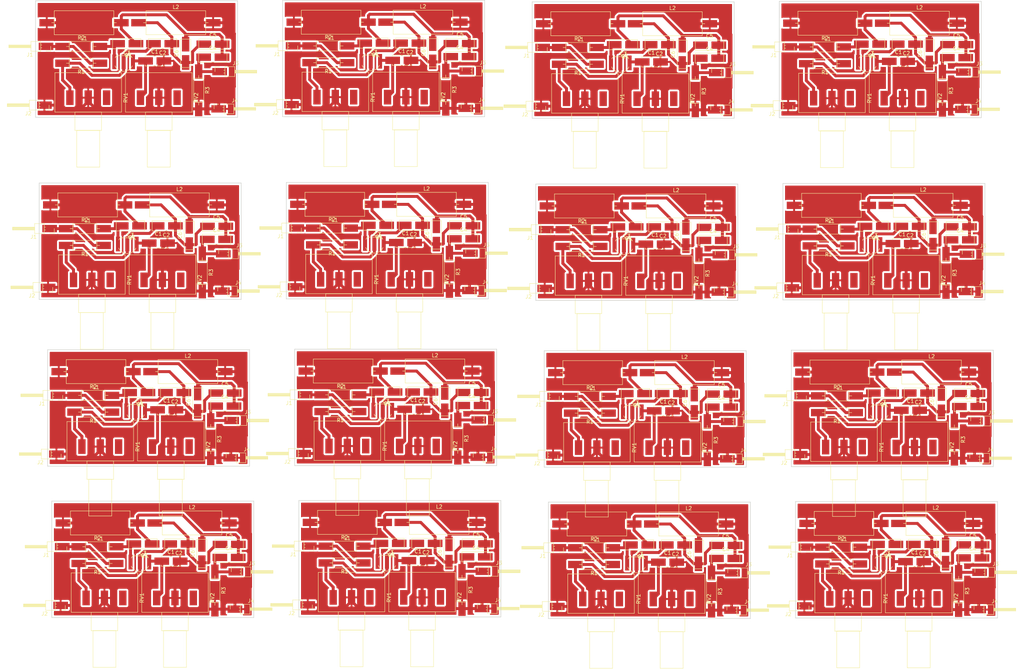
<source format=kicad_pcb>
(kicad_pcb (version 20171130) (host pcbnew "(5.1.0)-1")
  (layers (0 F.Cu signal) (31 B.Cu signal) (34 B.Paste user) (35 F.Paste user) (36 B.SilkS user) (37 F.SilkS user) (38 B.Mask user) (39 F.Mask user) (44 Edge.Cuts user))
  (net 0 "")
  (net 1 "Net-(C1-Pad1)")
  (net 2 "Net-(C2-Pad1)")
  (net 3 "Net-(C3-Pad2)")
  (net 4 "Net-(C3-Pad1)")
  (net 5 GND)
  (net 6 "Net-(C2-Pad2)")
  (net 7 "Net-(C4-Pad1)")
  (net 8 +12V)
  (module Package_TO_SOT_THT:TO-92L_Inline_Wide (layer F.Cu) (at 49.911 170.7388 180)
    (fp_text reference Q1 (at 1.27 1.78 180) (layer F.SilkS))
    (fp_text value 2N3904)
    (pad 2 smd rect (at 2.54 0 270) (size 4 1.1) (layers F.Cu F.Paste F.Mask))
    (pad 3 smd rect (at 5.08 0 270) (size 4 1.1) (layers F.Cu F.Paste F.Mask))
    (pad 1 smd rect (at 0 0 270) (size 4 1.1) (layers F.Cu F.Paste F.Mask))
  )
  (module Inductor_THT:L_Axial_L16.0mm_D6.3mm_P20.32mm_Horizontal_Fastron_VHBCC (layer F.Cu) (at 114.0714 159.9184 180)
    (fp_text reference L1 (at 10.16 -4.27 180) (layer F.SilkS))
    (fp_text value L)
    (pad 1 smd rect (at 0 0 180) (size 4 2) (layers F.Cu F.Paste F.Mask))
    (pad 2 smd rect (at 20.32 0 180) (size 4 2) (layers F.Cu F.Paste F.Mask))
  )
  (module Connector_PinHeader_2.54mm:PinHeader_1x01_P2.54mm_Horizontal (layer F.Cu) (at 140.6144 183.4134)
    (fp_text reference J4 (at 4.385 -2.27) (layer F.SilkS))
    (fp_text value Conn_01x01_Female)
    (pad 1 smd rect (at 0 0) (size 4 2) (layers F.Cu F.Paste F.Mask))
  )
  (module Resistor_THT:R_Axial_DIN0207_L6.3mm_D2.5mm_P10.16mm_Horizontal (layer F.Cu) (at 98.0694 166.3954)
    (fp_text reference R2 (at 5.08 -2.37) (layer F.SilkS))
    (fp_text value R)
    (pad 1 smd rect (at 0 0) (size 4 2) (layers F.Cu F.Paste F.Mask))
    (pad 2 smd rect (at 10.16 0) (size 4 2) (layers F.Cu F.Paste F.Mask))
  )
  (module Resistor_THT:R_Axial_DIN0207_L6.3mm_D2.5mm_P10.16mm_Horizontal (layer F.Cu) (at 108.2294 170.9674 180)
    (fp_text reference R1 (at 5.08 -2.37 180) (layer F.SilkS))
    (fp_text value R)
    (pad 1 smd rect (at 0 0 180) (size 4 2) (layers F.Cu F.Paste F.Mask))
    (pad 2 smd rect (at 10.16 0 180) (size 4 2) (layers F.Cu F.Paste F.Mask))
  )
  (module Inductor_THT:L_Axial_L16.0mm_D6.3mm_P20.32mm_Horizontal_Fastron_VHBCC (layer F.Cu) (at 118.7704 159.9184)
    (fp_text reference L2 (at 10.16 -4.27) (layer F.SilkS))
    (fp_text value L)
    (pad 2 smd rect (at 20.32 0) (size 4 2) (layers F.Cu F.Paste F.Mask))
    (pad 1 smd rect (at 0 0) (size 4 2) (layers F.Cu F.Paste F.Mask))
  )
  (module Capacitor_THT:C_Disc_D7.5mm_W2.5mm_P5.00mm (layer F.Cu) (at 136.5504 165.7604)
    (fp_text reference C5 (at 2.5 -2.5) (layer F.SilkS))
    (fp_text value C)
    (pad 2 smd rect (at 5 0) (size 4 2) (layers F.Cu F.Paste F.Mask))
    (pad 1 smd rect (at 0 0) (size 4 2) (layers F.Cu F.Paste F.Mask))
  )
  (module Capacitor_THT:C_Disc_D5.0mm_W2.5mm_P5.00mm (layer F.Cu) (at 120.6754 170.3324)
    (fp_text reference C1 (at 2.5 -2.5) (layer F.SilkS))
    (fp_text value C)
    (pad 2 smd rect (at 5 0) (size 4 2) (layers F.Cu F.Paste F.Mask))
    (pad 1 smd rect (at 0 0) (size 4 2) (layers F.Cu F.Paste F.Mask))
  )
  (module Connector_PinHeader_2.54mm:PinHeader_1x01_P2.54mm_Horizontal (layer F.Cu) (at 93.5482 166.37 180)
    (fp_text reference J1 (at 4.385 -2.27 180) (layer F.SilkS))
    (fp_text value Conn_01x01_Female)
    (pad 1 smd rect (at 0 0 180) (size 4 2) (layers F.Cu F.Paste F.Mask))
  )
  (module Potentiometer_THT:Potentiometer_Alps_RK163_Single_Horizontal (layer F.Cu) (at 100.0544 180.3654 270)
    (fp_text reference RV1 (at 0 -15.2 270) (layer F.SilkS))
    (fp_text value R_POT)
    (pad 1 smd rect (at 0 0 270) (size 4 2) (layers F.Cu F.Paste F.Mask))
    (pad 2 smd rect (at 0 -5 270) (size 4 2) (layers F.Cu F.Paste F.Mask))
    (pad 3 smd rect (at 0 -10 270) (size 4 2) (layers F.Cu F.Paste F.Mask))
  )
  (module Potentiometer_THT:Potentiometer_Alps_RK163_Single_Horizontal (layer F.Cu) (at 119.2784 180.3654 270)
    (fp_text reference RV2 (at 0 -15.2 270) (layer F.SilkS))
    (fp_text value R_POT)
    (pad 3 smd rect (at 0 -10 270) (size 4 2) (layers F.Cu F.Paste F.Mask))
    (pad 2 smd rect (at 0 -5 270) (size 4 2) (layers F.Cu F.Paste F.Mask))
    (pad 1 smd rect (at 0 0 270) (size 4 2) (layers F.Cu F.Paste F.Mask))
  )
  (module Capacitor_THT:C_Disc_D7.5mm_W2.5mm_P5.00mm (layer F.Cu) (at 127.8344 165.6334 180)
    (fp_text reference C2 (at 2.5 -2.5 180) (layer F.SilkS))
    (fp_text value C)
    (pad 1 smd rect (at 0 0 180) (size 4 2) (layers F.Cu F.Paste F.Mask))
    (pad 2 smd rect (at 5 0 180) (size 4 2) (layers F.Cu F.Paste F.Mask))
  )
  (module Connector_PinHeader_2.54mm:PinHeader_1x01_P2.54mm_Horizontal (layer F.Cu) (at 93.1164 182.3974 180)
    (fp_text reference J2 (at 4.385 -2.27 180) (layer F.SilkS))
    (fp_text value Conn_01x01_Female)
    (pad 1 smd rect (at 0 0 180) (size 4 2) (layers F.Cu F.Paste F.Mask))
  )
  (module Capacitor_THT:C_Disc_D7.5mm_W2.5mm_P5.00mm (layer F.Cu) (at 136.5034 169.3164)
    (fp_text reference C4 (at 2.5 -2.5) (layer F.SilkS))
    (fp_text value C)
    (pad 2 smd rect (at 5 0) (size 4 2) (layers F.Cu F.Paste F.Mask))
    (pad 1 smd rect (at 0 0) (size 4 2) (layers F.Cu F.Paste F.Mask))
  )
  (module Resistor_THT:R_Axial_DIN0207_L6.3mm_D2.5mm_P10.16mm_Horizontal (layer F.Cu) (at 135.1534 173.2534 270)
    (fp_text reference R3 (at 5.08 -2.37 270) (layer F.SilkS))
    (fp_text value R)
    (pad 2 smd rect (at 10.16 0 270) (size 4 2) (layers F.Cu F.Paste F.Mask))
    (pad 1 smd rect (at 0 0 270) (size 4 2) (layers F.Cu F.Paste F.Mask))
  )
  (module Capacitor_THT:C_Disc_D7.5mm_W2.5mm_P5.00mm (layer F.Cu) (at 118.0554 165.6334 180)
    (fp_text reference C3 (at 2.5 -2.5 180) (layer F.SilkS))
    (fp_text value C)
    (pad 1 smd rect (at 0 0 180) (size 4 2) (layers F.Cu F.Paste F.Mask))
    (pad 2 smd rect (at 5 0 180) (size 4 2) (layers F.Cu F.Paste F.Mask))
  )
  (module Resistor_THT:R_Axial_DIN0207_L6.3mm_D2.5mm_P10.16mm_Horizontal (layer F.Cu) (at 243.5606 171.2468 180)
    (fp_text reference R1 (at 5.08 -2.37 180) (layer F.SilkS))
    (fp_text value R)
    (pad 2 smd rect (at 10.16 0 180) (size 4 2) (layers F.Cu F.Paste F.Mask))
    (pad 1 smd rect (at 0 0 180) (size 4 2) (layers F.Cu F.Paste F.Mask))
  )
  (module Package_TO_SOT_THT:TO-92L_Inline_Wide (layer F.Cu) (at 185.2422 171.0182 180)
    (fp_text reference Q1 (at 1.27 1.78 180) (layer F.SilkS))
    (fp_text value 2N3904)
    (pad 1 smd rect (at 0 0 270) (size 4 1.1) (layers F.Cu F.Paste F.Mask))
    (pad 3 smd rect (at 5.08 0 270) (size 4 1.1) (layers F.Cu F.Paste F.Mask))
    (pad 2 smd rect (at 2.54 0 270) (size 4 1.1) (layers F.Cu F.Paste F.Mask))
  )
  (module Inductor_THT:L_Axial_L16.0mm_D6.3mm_P20.32mm_Horizontal_Fastron_VHBCC (layer F.Cu) (at 249.4026 160.1978 180)
    (fp_text reference L1 (at 10.16 -4.27 180) (layer F.SilkS))
    (fp_text value L)
    (pad 2 smd rect (at 20.32 0 180) (size 4 2) (layers F.Cu F.Paste F.Mask))
    (pad 1 smd rect (at 0 0 180) (size 4 2) (layers F.Cu F.Paste F.Mask))
  )
  (module Connector_PinHeader_2.54mm:PinHeader_1x01_P2.54mm_Horizontal (layer F.Cu) (at 275.9456 183.6928)
    (fp_text reference J4 (at 4.385 -2.27) (layer F.SilkS))
    (fp_text value Conn_01x01_Female)
    (pad 1 smd rect (at 0 0) (size 4 2) (layers F.Cu F.Paste F.Mask))
  )
  (module Resistor_THT:R_Axial_DIN0207_L6.3mm_D2.5mm_P10.16mm_Horizontal (layer F.Cu) (at 233.4006 166.6748)
    (fp_text reference R2 (at 5.08 -2.37) (layer F.SilkS))
    (fp_text value R)
    (pad 2 smd rect (at 10.16 0) (size 4 2) (layers F.Cu F.Paste F.Mask))
    (pad 1 smd rect (at 0 0) (size 4 2) (layers F.Cu F.Paste F.Mask))
  )
  (module Inductor_THT:L_Axial_L16.0mm_D6.3mm_P20.32mm_Horizontal_Fastron_VHBCC (layer F.Cu) (at 254.1016 160.1978)
    (fp_text reference L2 (at 10.16 -4.27) (layer F.SilkS))
    (fp_text value L)
    (pad 1 smd rect (at 0 0) (size 4 2) (layers F.Cu F.Paste F.Mask))
    (pad 2 smd rect (at 20.32 0) (size 4 2) (layers F.Cu F.Paste F.Mask))
  )
  (module Capacitor_THT:C_Disc_D7.5mm_W2.5mm_P5.00mm (layer F.Cu) (at 271.8816 166.0398)
    (fp_text reference C5 (at 2.5 -2.5) (layer F.SilkS))
    (fp_text value C)
    (pad 1 smd rect (at 0 0) (size 4 2) (layers F.Cu F.Paste F.Mask))
    (pad 2 smd rect (at 5 0) (size 4 2) (layers F.Cu F.Paste F.Mask))
  )
  (module Connector_PinHeader_2.54mm:PinHeader_1x01_P2.54mm_Horizontal (layer F.Cu) (at 228.8794 166.6494 180)
    (fp_text reference J1 (at 4.385 -2.27 180) (layer F.SilkS))
    (fp_text value Conn_01x01_Female)
    (pad 1 smd rect (at 0 0 180) (size 4 2) (layers F.Cu F.Paste F.Mask))
  )
  (module Potentiometer_THT:Potentiometer_Alps_RK163_Single_Horizontal (layer F.Cu) (at 235.3856 180.6448 270)
    (fp_text reference RV1 (at 0 -15.2 270) (layer F.SilkS))
    (fp_text value R_POT)
    (pad 3 smd rect (at 0 -10 270) (size 4 2) (layers F.Cu F.Paste F.Mask))
    (pad 2 smd rect (at 0 -5 270) (size 4 2) (layers F.Cu F.Paste F.Mask))
    (pad 1 smd rect (at 0 0 270) (size 4 2) (layers F.Cu F.Paste F.Mask))
  )
  (module Capacitor_THT:C_Disc_D7.5mm_W2.5mm_P5.00mm (layer F.Cu) (at 263.1656 165.9128 180)
    (fp_text reference C2 (at 2.5 -2.5 180) (layer F.SilkS))
    (fp_text value C)
    (pad 2 smd rect (at 5 0 180) (size 4 2) (layers F.Cu F.Paste F.Mask))
    (pad 1 smd rect (at 0 0 180) (size 4 2) (layers F.Cu F.Paste F.Mask))
  )
  (module Potentiometer_THT:Potentiometer_Alps_RK163_Single_Horizontal (layer F.Cu) (at 254.6096 180.6448 270)
    (fp_text reference RV2 (at 0 -15.2 270) (layer F.SilkS))
    (fp_text value R_POT)
    (pad 1 smd rect (at 0 0 270) (size 4 2) (layers F.Cu F.Paste F.Mask))
    (pad 2 smd rect (at 0 -5 270) (size 4 2) (layers F.Cu F.Paste F.Mask))
    (pad 3 smd rect (at 0 -10 270) (size 4 2) (layers F.Cu F.Paste F.Mask))
  )
  (module Connector_PinHeader_2.54mm:PinHeader_1x01_P2.54mm_Horizontal (layer F.Cu) (at 228.4476 182.6768 180)
    (fp_text reference J2 (at 4.385 -2.27 180) (layer F.SilkS))
    (fp_text value Conn_01x01_Female)
    (pad 1 smd rect (at 0 0 180) (size 4 2) (layers F.Cu F.Paste F.Mask))
  )
  (module Capacitor_THT:C_Disc_D7.5mm_W2.5mm_P5.00mm (layer F.Cu) (at 271.8346 169.5958)
    (fp_text reference C4 (at 2.5 -2.5) (layer F.SilkS))
    (fp_text value C)
    (pad 1 smd rect (at 0 0) (size 4 2) (layers F.Cu F.Paste F.Mask))
    (pad 2 smd rect (at 5 0) (size 4 2) (layers F.Cu F.Paste F.Mask))
  )
  (module Resistor_THT:R_Axial_DIN0207_L6.3mm_D2.5mm_P10.16mm_Horizontal (layer F.Cu) (at 270.4846 173.5328 270)
    (fp_text reference R3 (at 5.08 -2.37 270) (layer F.SilkS))
    (fp_text value R)
    (pad 1 smd rect (at 0 0 270) (size 4 2) (layers F.Cu F.Paste F.Mask))
    (pad 2 smd rect (at 10.16 0 270) (size 4 2) (layers F.Cu F.Paste F.Mask))
  )
  (module Capacitor_THT:C_Disc_D7.5mm_W2.5mm_P5.00mm (layer F.Cu) (at 253.3866 165.9128 180)
    (fp_text reference C3 (at 2.5 -2.5 180) (layer F.SilkS))
    (fp_text value C)
    (pad 2 smd rect (at 5 0 180) (size 4 2) (layers F.Cu F.Paste F.Mask))
    (pad 1 smd rect (at 0 0 180) (size 4 2) (layers F.Cu F.Paste F.Mask))
  )
  (module Package_TO_SOT_THT:TO-92L_Inline_Wide (layer F.Cu) (at 252.5776 170.8658 180)
    (fp_text reference Q1 (at 1.27 1.78 180) (layer F.SilkS))
    (fp_text value 2N3904)
    (pad 2 smd rect (at 2.54 0 270) (size 4 1.1) (layers F.Cu F.Paste F.Mask))
    (pad 3 smd rect (at 5.08 0 270) (size 4 1.1) (layers F.Cu F.Paste F.Mask))
    (pad 1 smd rect (at 0 0 270) (size 4 1.1) (layers F.Cu F.Paste F.Mask))
  )
  (module Connector_PinHeader_2.54mm:PinHeader_1x01_P2.54mm_Horizontal (layer F.Cu) (at 276.1996 173.5328)
    (fp_text reference J3 (at 4.385 -2.27) (layer F.SilkS))
    (fp_text value Conn_01x01_Female)
    (pad 1 smd rect (at 0 0) (size 4 2) (layers F.Cu F.Paste F.Mask))
  )
  (module Capacitor_THT:C_Disc_D7.5mm_W2.5mm_P5.00mm (layer F.Cu) (at 199.5932 171.1922 90)
    (fp_text reference C6 (at 2.5 -2.5 90) (layer F.SilkS))
    (fp_text value C)
    (pad 2 smd rect (at 5 0 90) (size 4 2) (layers F.Cu F.Paste F.Mask))
    (pad 1 smd rect (at 0 0 90) (size 4 2) (layers F.Cu F.Paste F.Mask))
  )
  (module Potentiometer_THT:Potentiometer_Alps_RK163_Single_Horizontal (layer F.Cu) (at 187.2742 180.7972 270)
    (fp_text reference RV2 (at 0 -15.2 270) (layer F.SilkS))
    (fp_text value R_POT)
    (pad 3 smd rect (at 0 -10 270) (size 4 2) (layers F.Cu F.Paste F.Mask))
    (pad 2 smd rect (at 0 -5 270) (size 4 2) (layers F.Cu F.Paste F.Mask))
    (pad 1 smd rect (at 0 0 270) (size 4 2) (layers F.Cu F.Paste F.Mask))
  )
  (module Capacitor_THT:C_Disc_D7.5mm_W2.5mm_P5.00mm (layer F.Cu) (at 195.8302 166.0652 180)
    (fp_text reference C2 (at 2.5 -2.5 180) (layer F.SilkS))
    (fp_text value C)
    (pad 1 smd rect (at 0 0 180) (size 4 2) (layers F.Cu F.Paste F.Mask))
    (pad 2 smd rect (at 5 0 180) (size 4 2) (layers F.Cu F.Paste F.Mask))
  )
  (module Capacitor_THT:C_Disc_D5.0mm_W2.5mm_P5.00mm (layer F.Cu) (at 188.6712 170.7642)
    (fp_text reference C1 (at 2.5 -2.5) (layer F.SilkS))
    (fp_text value C)
    (pad 2 smd rect (at 5 0) (size 4 2) (layers F.Cu F.Paste F.Mask))
    (pad 1 smd rect (at 0 0) (size 4 2) (layers F.Cu F.Paste F.Mask))
  )
  (module Capacitor_THT:C_Disc_D7.5mm_W2.5mm_P5.00mm (layer F.Cu) (at 204.4992 169.7482)
    (fp_text reference C4 (at 2.5 -2.5) (layer F.SilkS))
    (fp_text value C)
    (pad 2 smd rect (at 5 0) (size 4 2) (layers F.Cu F.Paste F.Mask))
    (pad 1 smd rect (at 0 0) (size 4 2) (layers F.Cu F.Paste F.Mask))
  )
  (module Potentiometer_THT:Potentiometer_Alps_RK163_Single_Horizontal (layer F.Cu) (at 168.0502 180.7972 270)
    (fp_text reference RV1 (at 0 -15.2 270) (layer F.SilkS))
    (fp_text value R_POT)
    (pad 1 smd rect (at 0 0 270) (size 4 2) (layers F.Cu F.Paste F.Mask))
    (pad 2 smd rect (at 0 -5 270) (size 4 2) (layers F.Cu F.Paste F.Mask))
    (pad 3 smd rect (at 0 -10 270) (size 4 2) (layers F.Cu F.Paste F.Mask))
  )
  (module Connector_PinHeader_2.54mm:PinHeader_1x01_P2.54mm_Horizontal (layer F.Cu) (at 161.1122 182.8292 180)
    (fp_text reference J2 (at 4.385 -2.27 180) (layer F.SilkS))
    (fp_text value Conn_01x01_Female)
    (pad 1 smd rect (at 0 0 180) (size 4 2) (layers F.Cu F.Paste F.Mask))
  )
  (module Resistor_THT:R_Axial_DIN0207_L6.3mm_D2.5mm_P10.16mm_Horizontal (layer F.Cu) (at 166.0652 166.8272)
    (fp_text reference R2 (at 5.08 -2.37) (layer F.SilkS))
    (fp_text value R)
    (pad 1 smd rect (at 0 0) (size 4 2) (layers F.Cu F.Paste F.Mask))
    (pad 2 smd rect (at 10.16 0) (size 4 2) (layers F.Cu F.Paste F.Mask))
  )
  (module Capacitor_THT:C_Disc_D7.5mm_W2.5mm_P5.00mm (layer F.Cu) (at 204.5462 166.1922)
    (fp_text reference C5 (at 2.5 -2.5) (layer F.SilkS))
    (fp_text value C)
    (pad 2 smd rect (at 5 0) (size 4 2) (layers F.Cu F.Paste F.Mask))
    (pad 1 smd rect (at 0 0) (size 4 2) (layers F.Cu F.Paste F.Mask))
  )
  (module Connector_PinHeader_2.54mm:PinHeader_1x01_P2.54mm_Horizontal (layer F.Cu) (at 208.6102 183.8452)
    (fp_text reference J4 (at 4.385 -2.27) (layer F.SilkS))
    (fp_text value Conn_01x01_Female)
    (pad 1 smd rect (at 0 0) (size 4 2) (layers F.Cu F.Paste F.Mask))
  )
  (module Resistor_THT:R_Axial_DIN0207_L6.3mm_D2.5mm_P10.16mm_Horizontal (layer F.Cu) (at 203.1492 173.6852 270)
    (fp_text reference R3 (at 5.08 -2.37 270) (layer F.SilkS))
    (fp_text value R)
    (pad 2 smd rect (at 10.16 0 270) (size 4 2) (layers F.Cu F.Paste F.Mask))
    (pad 1 smd rect (at 0 0 270) (size 4 2) (layers F.Cu F.Paste F.Mask))
  )
  (module Capacitor_THT:C_Disc_D7.5mm_W2.5mm_P5.00mm (layer F.Cu) (at 186.0512 166.0652 180)
    (fp_text reference C3 (at 2.5 -2.5 180) (layer F.SilkS))
    (fp_text value C)
    (pad 1 smd rect (at 0 0 180) (size 4 2) (layers F.Cu F.Paste F.Mask))
    (pad 2 smd rect (at 5 0 180) (size 4 2) (layers F.Cu F.Paste F.Mask))
  )
  (module Capacitor_THT:C_Disc_D5.0mm_W2.5mm_P5.00mm (layer F.Cu) (at 256.0066 170.6118)
    (fp_text reference C1 (at 2.5 -2.5) (layer F.SilkS))
    (fp_text value C)
    (pad 1 smd rect (at 0 0) (size 4 2) (layers F.Cu F.Paste F.Mask))
    (pad 2 smd rect (at 5 0) (size 4 2) (layers F.Cu F.Paste F.Mask))
  )
  (module Inductor_THT:L_Axial_L16.0mm_D6.3mm_P20.32mm_Horizontal_Fastron_VHBCC (layer F.Cu) (at 186.7662 160.3502)
    (fp_text reference L2 (at 10.16 -4.27) (layer F.SilkS))
    (fp_text value L)
    (pad 2 smd rect (at 20.32 0) (size 4 2) (layers F.Cu F.Paste F.Mask))
    (pad 1 smd rect (at 0 0) (size 4 2) (layers F.Cu F.Paste F.Mask))
  )
  (module Resistor_THT:R_Axial_DIN0207_L6.3mm_D2.5mm_P10.16mm_Horizontal (layer F.Cu) (at 176.2252 171.3992 180)
    (fp_text reference R1 (at 5.08 -2.37 180) (layer F.SilkS))
    (fp_text value R)
    (pad 1 smd rect (at 0 0 180) (size 4 2) (layers F.Cu F.Paste F.Mask))
    (pad 2 smd rect (at 10.16 0 180) (size 4 2) (layers F.Cu F.Paste F.Mask))
  )
  (module Capacitor_THT:C_Disc_D7.5mm_W2.5mm_P5.00mm (layer F.Cu) (at 266.9286 171.0398 90)
    (fp_text reference C6 (at 2.5 -2.5 90) (layer F.SilkS))
    (fp_text value C)
    (pad 1 smd rect (at 0 0 90) (size 4 2) (layers F.Cu F.Paste F.Mask))
    (pad 2 smd rect (at 5 0 90) (size 4 2) (layers F.Cu F.Paste F.Mask))
  )
  (module Connector_PinHeader_2.54mm:PinHeader_1x01_P2.54mm_Horizontal (layer F.Cu) (at 161.544 166.8018 180)
    (fp_text reference J1 (at 4.385 -2.27 180) (layer F.SilkS))
    (fp_text value Conn_01x01_Female)
    (pad 1 smd rect (at 0 0 180) (size 4 2) (layers F.Cu F.Paste F.Mask))
  )
  (module Connector_PinHeader_2.54mm:PinHeader_1x01_P2.54mm_Horizontal (layer F.Cu) (at 208.8642 173.6852)
    (fp_text reference J3 (at 4.385 -2.27) (layer F.SilkS))
    (fp_text value Conn_01x01_Female)
    (pad 1 smd rect (at 0 0) (size 4 2) (layers F.Cu F.Paste F.Mask))
  )
  (module Inductor_THT:L_Axial_L16.0mm_D6.3mm_P20.32mm_Horizontal_Fastron_VHBCC (layer F.Cu) (at 182.0672 160.3502 180)
    (fp_text reference L1 (at 10.16 -4.27 180) (layer F.SilkS))
    (fp_text value L)
    (pad 1 smd rect (at 0 0 180) (size 4 2) (layers F.Cu F.Paste F.Mask))
    (pad 2 smd rect (at 20.32 0 180) (size 4 2) (layers F.Cu F.Paste F.Mask))
  )
  (module Package_TO_SOT_THT:TO-92L_Inline_Wide (layer F.Cu) (at 117.2464 170.5864 180)
    (fp_text reference Q1 (at 1.27 1.78 180) (layer F.SilkS))
    (fp_text value 2N3904)
    (pad 1 smd rect (at 0 0 270) (size 4 1.1) (layers F.Cu F.Paste F.Mask))
    (pad 3 smd rect (at 5.08 0 270) (size 4 1.1) (layers F.Cu F.Paste F.Mask))
    (pad 2 smd rect (at 2.54 0 270) (size 4 1.1) (layers F.Cu F.Paste F.Mask))
  )
  (module Connector_PinHeader_2.54mm:PinHeader_1x01_P2.54mm_Horizontal (layer F.Cu) (at 140.8684 173.2534)
    (fp_text reference J3 (at 4.385 -2.27) (layer F.SilkS))
    (fp_text value Conn_01x01_Female)
    (pad 1 smd rect (at 0 0) (size 4 2) (layers F.Cu F.Paste F.Mask))
  )
  (module Capacitor_THT:C_Disc_D7.5mm_W2.5mm_P5.00mm (layer F.Cu) (at 131.5974 170.7604 90)
    (fp_text reference C6 (at 2.5 -2.5 90) (layer F.SilkS))
    (fp_text value C)
    (pad 2 smd rect (at 5 0 90) (size 4 2) (layers F.Cu F.Paste F.Mask))
    (pad 1 smd rect (at 0 0 90) (size 4 2) (layers F.Cu F.Paste F.Mask))
  )
  (module Capacitor_THT:C_Disc_D7.5mm_W2.5mm_P5.00mm (layer F.Cu) (at 64.262 170.9128 90)
    (fp_text reference C6 (at 2.5 -2.5 90) (layer F.SilkS))
    (fp_text value C)
    (pad 1 smd rect (at 0 0 90) (size 4 2) (layers F.Cu F.Paste F.Mask))
    (pad 2 smd rect (at 5 0 90) (size 4 2) (layers F.Cu F.Paste F.Mask))
  )
  (module Connector_PinHeader_2.54mm:PinHeader_1x01_P2.54mm_Horizontal (layer F.Cu) (at 73.533 173.4058)
    (fp_text reference J3 (at 4.385 -2.27) (layer F.SilkS))
    (fp_text value Conn_01x01_Female)
    (pad 1 smd rect (at 0 0) (size 4 2) (layers F.Cu F.Paste F.Mask))
  )
  (module Potentiometer_THT:Potentiometer_Alps_RK163_Single_Horizontal (layer F.Cu) (at 51.943 180.5178 270)
    (fp_text reference RV2 (at 0 -15.2 270) (layer F.SilkS))
    (fp_text value R_POT)
    (pad 1 smd rect (at 0 0 270) (size 4 2) (layers F.Cu F.Paste F.Mask))
    (pad 2 smd rect (at 0 -5 270) (size 4 2) (layers F.Cu F.Paste F.Mask))
    (pad 3 smd rect (at 0 -10 270) (size 4 2) (layers F.Cu F.Paste F.Mask))
  )
  (module Inductor_THT:L_Axial_L16.0mm_D6.3mm_P20.32mm_Horizontal_Fastron_VHBCC (layer F.Cu) (at 46.736 160.0708 180)
    (fp_text reference L1 (at 10.16 -4.27 180) (layer F.SilkS))
    (fp_text value L)
    (pad 2 smd rect (at 20.32 0 180) (size 4 2) (layers F.Cu F.Paste F.Mask))
    (pad 1 smd rect (at 0 0 180) (size 4 2) (layers F.Cu F.Paste F.Mask))
  )
  (module Capacitor_THT:C_Disc_D7.5mm_W2.5mm_P5.00mm (layer F.Cu) (at 50.72 165.7858 180)
    (fp_text reference C3 (at 2.5 -2.5 180) (layer F.SilkS))
    (fp_text value C)
    (pad 2 smd rect (at 5 0 180) (size 4 2) (layers F.Cu F.Paste F.Mask))
    (pad 1 smd rect (at 0 0 180) (size 4 2) (layers F.Cu F.Paste F.Mask))
  )
  (module Capacitor_THT:C_Disc_D7.5mm_W2.5mm_P5.00mm (layer F.Cu) (at 60.499 165.7858 180)
    (fp_text reference C2 (at 2.5 -2.5 180) (layer F.SilkS))
    (fp_text value C)
    (pad 2 smd rect (at 5 0 180) (size 4 2) (layers F.Cu F.Paste F.Mask))
    (pad 1 smd rect (at 0 0 180) (size 4 2) (layers F.Cu F.Paste F.Mask))
  )
  (module Connector_PinHeader_2.54mm:PinHeader_1x01_P2.54mm_Horizontal (layer F.Cu) (at 26.2128 166.5224 180)
    (fp_text reference J1 (at 4.385 -2.27 180) (layer F.SilkS))
    (fp_text value Conn_01x01_Female)
    (pad 1 smd rect (at 0 0 180) (size 4 2) (layers F.Cu F.Paste F.Mask))
  )
  (module Potentiometer_THT:Potentiometer_Alps_RK163_Single_Horizontal (layer F.Cu) (at 32.719 180.5178 270)
    (fp_text reference RV1 (at 0 -15.2 270) (layer F.SilkS))
    (fp_text value R_POT)
    (pad 3 smd rect (at 0 -10 270) (size 4 2) (layers F.Cu F.Paste F.Mask))
    (pad 2 smd rect (at 0 -5 270) (size 4 2) (layers F.Cu F.Paste F.Mask))
    (pad 1 smd rect (at 0 0 270) (size 4 2) (layers F.Cu F.Paste F.Mask))
  )
  (module Connector_PinHeader_2.54mm:PinHeader_1x01_P2.54mm_Horizontal (layer F.Cu) (at 25.781 182.5498 180)
    (fp_text reference J2 (at 4.385 -2.27 180) (layer F.SilkS))
    (fp_text value Conn_01x01_Female)
    (pad 1 smd rect (at 0 0 180) (size 4 2) (layers F.Cu F.Paste F.Mask))
  )
  (module Capacitor_THT:C_Disc_D7.5mm_W2.5mm_P5.00mm (layer F.Cu) (at 69.215 165.9128)
    (fp_text reference C5 (at 2.5 -2.5) (layer F.SilkS))
    (fp_text value C)
    (pad 1 smd rect (at 0 0) (size 4 2) (layers F.Cu F.Paste F.Mask))
    (pad 2 smd rect (at 5 0) (size 4 2) (layers F.Cu F.Paste F.Mask))
  )
  (module Resistor_THT:R_Axial_DIN0207_L6.3mm_D2.5mm_P10.16mm_Horizontal (layer F.Cu) (at 40.894 171.1198 180)
    (fp_text reference R1 (at 5.08 -2.37 180) (layer F.SilkS))
    (fp_text value R)
    (pad 2 smd rect (at 10.16 0 180) (size 4 2) (layers F.Cu F.Paste F.Mask))
    (pad 1 smd rect (at 0 0 180) (size 4 2) (layers F.Cu F.Paste F.Mask))
  )
  (module Capacitor_THT:C_Disc_D5.0mm_W2.5mm_P5.00mm (layer F.Cu) (at 53.34 170.4848)
    (fp_text reference C1 (at 2.5 -2.5) (layer F.SilkS))
    (fp_text value C)
    (pad 1 smd rect (at 0 0) (size 4 2) (layers F.Cu F.Paste F.Mask))
    (pad 2 smd rect (at 5 0) (size 4 2) (layers F.Cu F.Paste F.Mask))
  )
  (module Resistor_THT:R_Axial_DIN0207_L6.3mm_D2.5mm_P10.16mm_Horizontal (layer F.Cu) (at 30.734 166.5478)
    (fp_text reference R2 (at 5.08 -2.37) (layer F.SilkS))
    (fp_text value R)
    (pad 2 smd rect (at 10.16 0) (size 4 2) (layers F.Cu F.Paste F.Mask))
    (pad 1 smd rect (at 0 0) (size 4 2) (layers F.Cu F.Paste F.Mask))
  )
  (module Inductor_THT:L_Axial_L16.0mm_D6.3mm_P20.32mm_Horizontal_Fastron_VHBCC (layer F.Cu) (at 51.435 160.0708)
    (fp_text reference L2 (at 10.16 -4.27) (layer F.SilkS))
    (fp_text value L)
    (pad 1 smd rect (at 0 0) (size 4 2) (layers F.Cu F.Paste F.Mask))
    (pad 2 smd rect (at 20.32 0) (size 4 2) (layers F.Cu F.Paste F.Mask))
  )
  (module Connector_PinHeader_2.54mm:PinHeader_1x01_P2.54mm_Horizontal (layer F.Cu) (at 73.279 183.5658)
    (fp_text reference J4 (at 4.385 -2.27) (layer F.SilkS))
    (fp_text value Conn_01x01_Female)
    (pad 1 smd rect (at 0 0) (size 4 2) (layers F.Cu F.Paste F.Mask))
  )
  (module Capacitor_THT:C_Disc_D7.5mm_W2.5mm_P5.00mm (layer F.Cu) (at 69.168 169.4688)
    (fp_text reference C4 (at 2.5 -2.5) (layer F.SilkS))
    (fp_text value C)
    (pad 1 smd rect (at 0 0) (size 4 2) (layers F.Cu F.Paste F.Mask))
    (pad 2 smd rect (at 5 0) (size 4 2) (layers F.Cu F.Paste F.Mask))
  )
  (module Resistor_THT:R_Axial_DIN0207_L6.3mm_D2.5mm_P10.16mm_Horizontal (layer F.Cu) (at 67.818 173.4058 270)
    (fp_text reference R3 (at 5.08 -2.37 270) (layer F.SilkS))
    (fp_text value R)
    (pad 1 smd rect (at 0 0 270) (size 4 2) (layers F.Cu F.Paste F.Mask))
    (pad 2 smd rect (at 10.16 0 270) (size 4 2) (layers F.Cu F.Paste F.Mask))
  )
  (module Package_TO_SOT_THT:TO-92L_Inline_Wide (layer F.Cu) (at 48.768 129.4638 180)
    (fp_text reference Q1 (at 1.27 1.78 180) (layer F.SilkS))
    (fp_text value 2N3904)
    (pad 2 smd rect (at 2.54 0 270) (size 4 1.1) (layers F.Cu F.Paste F.Mask))
    (pad 3 smd rect (at 5.08 0 270) (size 4 1.1) (layers F.Cu F.Paste F.Mask))
    (pad 1 smd rect (at 0 0 270) (size 4 1.1) (layers F.Cu F.Paste F.Mask))
  )
  (module Inductor_THT:L_Axial_L16.0mm_D6.3mm_P20.32mm_Horizontal_Fastron_VHBCC (layer F.Cu) (at 112.9284 118.6434 180)
    (fp_text reference L1 (at 10.16 -4.27 180) (layer F.SilkS))
    (fp_text value L)
    (pad 1 smd rect (at 0 0 180) (size 4 2) (layers F.Cu F.Paste F.Mask))
    (pad 2 smd rect (at 20.32 0 180) (size 4 2) (layers F.Cu F.Paste F.Mask))
  )
  (module Connector_PinHeader_2.54mm:PinHeader_1x01_P2.54mm_Horizontal (layer F.Cu) (at 139.4714 142.1384)
    (fp_text reference J4 (at 4.385 -2.27) (layer F.SilkS))
    (fp_text value Conn_01x01_Female)
    (pad 1 smd rect (at 0 0) (size 4 2) (layers F.Cu F.Paste F.Mask))
  )
  (module Resistor_THT:R_Axial_DIN0207_L6.3mm_D2.5mm_P10.16mm_Horizontal (layer F.Cu) (at 96.9264 125.1204)
    (fp_text reference R2 (at 5.08 -2.37) (layer F.SilkS))
    (fp_text value R)
    (pad 1 smd rect (at 0 0) (size 4 2) (layers F.Cu F.Paste F.Mask))
    (pad 2 smd rect (at 10.16 0) (size 4 2) (layers F.Cu F.Paste F.Mask))
  )
  (module Resistor_THT:R_Axial_DIN0207_L6.3mm_D2.5mm_P10.16mm_Horizontal (layer F.Cu) (at 107.0864 129.6924 180)
    (fp_text reference R1 (at 5.08 -2.37 180) (layer F.SilkS))
    (fp_text value R)
    (pad 1 smd rect (at 0 0 180) (size 4 2) (layers F.Cu F.Paste F.Mask))
    (pad 2 smd rect (at 10.16 0 180) (size 4 2) (layers F.Cu F.Paste F.Mask))
  )
  (module Inductor_THT:L_Axial_L16.0mm_D6.3mm_P20.32mm_Horizontal_Fastron_VHBCC (layer F.Cu) (at 117.6274 118.6434)
    (fp_text reference L2 (at 10.16 -4.27) (layer F.SilkS))
    (fp_text value L)
    (pad 2 smd rect (at 20.32 0) (size 4 2) (layers F.Cu F.Paste F.Mask))
    (pad 1 smd rect (at 0 0) (size 4 2) (layers F.Cu F.Paste F.Mask))
  )
  (module Capacitor_THT:C_Disc_D7.5mm_W2.5mm_P5.00mm (layer F.Cu) (at 135.4074 124.4854)
    (fp_text reference C5 (at 2.5 -2.5) (layer F.SilkS))
    (fp_text value C)
    (pad 2 smd rect (at 5 0) (size 4 2) (layers F.Cu F.Paste F.Mask))
    (pad 1 smd rect (at 0 0) (size 4 2) (layers F.Cu F.Paste F.Mask))
  )
  (module Capacitor_THT:C_Disc_D5.0mm_W2.5mm_P5.00mm (layer F.Cu) (at 119.5324 129.0574)
    (fp_text reference C1 (at 2.5 -2.5) (layer F.SilkS))
    (fp_text value C)
    (pad 2 smd rect (at 5 0) (size 4 2) (layers F.Cu F.Paste F.Mask))
    (pad 1 smd rect (at 0 0) (size 4 2) (layers F.Cu F.Paste F.Mask))
  )
  (module Connector_PinHeader_2.54mm:PinHeader_1x01_P2.54mm_Horizontal (layer F.Cu) (at 92.4052 125.095 180)
    (fp_text reference J1 (at 4.385 -2.27 180) (layer F.SilkS))
    (fp_text value Conn_01x01_Female)
    (pad 1 smd rect (at 0 0 180) (size 4 2) (layers F.Cu F.Paste F.Mask))
  )
  (module Potentiometer_THT:Potentiometer_Alps_RK163_Single_Horizontal (layer F.Cu) (at 98.9114 139.0904 270)
    (fp_text reference RV1 (at 0 -15.2 270) (layer F.SilkS))
    (fp_text value R_POT)
    (pad 1 smd rect (at 0 0 270) (size 4 2) (layers F.Cu F.Paste F.Mask))
    (pad 2 smd rect (at 0 -5 270) (size 4 2) (layers F.Cu F.Paste F.Mask))
    (pad 3 smd rect (at 0 -10 270) (size 4 2) (layers F.Cu F.Paste F.Mask))
  )
  (module Potentiometer_THT:Potentiometer_Alps_RK163_Single_Horizontal (layer F.Cu) (at 118.1354 139.0904 270)
    (fp_text reference RV2 (at 0 -15.2 270) (layer F.SilkS))
    (fp_text value R_POT)
    (pad 3 smd rect (at 0 -10 270) (size 4 2) (layers F.Cu F.Paste F.Mask))
    (pad 2 smd rect (at 0 -5 270) (size 4 2) (layers F.Cu F.Paste F.Mask))
    (pad 1 smd rect (at 0 0 270) (size 4 2) (layers F.Cu F.Paste F.Mask))
  )
  (module Capacitor_THT:C_Disc_D7.5mm_W2.5mm_P5.00mm (layer F.Cu) (at 126.6914 124.3584 180)
    (fp_text reference C2 (at 2.5 -2.5 180) (layer F.SilkS))
    (fp_text value C)
    (pad 1 smd rect (at 0 0 180) (size 4 2) (layers F.Cu F.Paste F.Mask))
    (pad 2 smd rect (at 5 0 180) (size 4 2) (layers F.Cu F.Paste F.Mask))
  )
  (module Connector_PinHeader_2.54mm:PinHeader_1x01_P2.54mm_Horizontal (layer F.Cu) (at 91.9734 141.1224 180)
    (fp_text reference J2 (at 4.385 -2.27 180) (layer F.SilkS))
    (fp_text value Conn_01x01_Female)
    (pad 1 smd rect (at 0 0 180) (size 4 2) (layers F.Cu F.Paste F.Mask))
  )
  (module Capacitor_THT:C_Disc_D7.5mm_W2.5mm_P5.00mm (layer F.Cu) (at 135.3604 128.0414)
    (fp_text reference C4 (at 2.5 -2.5) (layer F.SilkS))
    (fp_text value C)
    (pad 2 smd rect (at 5 0) (size 4 2) (layers F.Cu F.Paste F.Mask))
    (pad 1 smd rect (at 0 0) (size 4 2) (layers F.Cu F.Paste F.Mask))
  )
  (module Resistor_THT:R_Axial_DIN0207_L6.3mm_D2.5mm_P10.16mm_Horizontal (layer F.Cu) (at 134.0104 131.9784 270)
    (fp_text reference R3 (at 5.08 -2.37 270) (layer F.SilkS))
    (fp_text value R)
    (pad 2 smd rect (at 10.16 0 270) (size 4 2) (layers F.Cu F.Paste F.Mask))
    (pad 1 smd rect (at 0 0 270) (size 4 2) (layers F.Cu F.Paste F.Mask))
  )
  (module Capacitor_THT:C_Disc_D7.5mm_W2.5mm_P5.00mm (layer F.Cu) (at 116.9124 124.3584 180)
    (fp_text reference C3 (at 2.5 -2.5 180) (layer F.SilkS))
    (fp_text value C)
    (pad 1 smd rect (at 0 0 180) (size 4 2) (layers F.Cu F.Paste F.Mask))
    (pad 2 smd rect (at 5 0 180) (size 4 2) (layers F.Cu F.Paste F.Mask))
  )
  (module Resistor_THT:R_Axial_DIN0207_L6.3mm_D2.5mm_P10.16mm_Horizontal (layer F.Cu) (at 242.4176 129.9718 180)
    (fp_text reference R1 (at 5.08 -2.37 180) (layer F.SilkS))
    (fp_text value R)
    (pad 2 smd rect (at 10.16 0 180) (size 4 2) (layers F.Cu F.Paste F.Mask))
    (pad 1 smd rect (at 0 0 180) (size 4 2) (layers F.Cu F.Paste F.Mask))
  )
  (module Package_TO_SOT_THT:TO-92L_Inline_Wide (layer F.Cu) (at 184.0992 129.7432 180)
    (fp_text reference Q1 (at 1.27 1.78 180) (layer F.SilkS))
    (fp_text value 2N3904)
    (pad 1 smd rect (at 0 0 270) (size 4 1.1) (layers F.Cu F.Paste F.Mask))
    (pad 3 smd rect (at 5.08 0 270) (size 4 1.1) (layers F.Cu F.Paste F.Mask))
    (pad 2 smd rect (at 2.54 0 270) (size 4 1.1) (layers F.Cu F.Paste F.Mask))
  )
  (module Inductor_THT:L_Axial_L16.0mm_D6.3mm_P20.32mm_Horizontal_Fastron_VHBCC (layer F.Cu) (at 248.2596 118.9228 180)
    (fp_text reference L1 (at 10.16 -4.27 180) (layer F.SilkS))
    (fp_text value L)
    (pad 2 smd rect (at 20.32 0 180) (size 4 2) (layers F.Cu F.Paste F.Mask))
    (pad 1 smd rect (at 0 0 180) (size 4 2) (layers F.Cu F.Paste F.Mask))
  )
  (module Connector_PinHeader_2.54mm:PinHeader_1x01_P2.54mm_Horizontal (layer F.Cu) (at 274.8026 142.4178)
    (fp_text reference J4 (at 4.385 -2.27) (layer F.SilkS))
    (fp_text value Conn_01x01_Female)
    (pad 1 smd rect (at 0 0) (size 4 2) (layers F.Cu F.Paste F.Mask))
  )
  (module Resistor_THT:R_Axial_DIN0207_L6.3mm_D2.5mm_P10.16mm_Horizontal (layer F.Cu) (at 232.2576 125.3998)
    (fp_text reference R2 (at 5.08 -2.37) (layer F.SilkS))
    (fp_text value R)
    (pad 2 smd rect (at 10.16 0) (size 4 2) (layers F.Cu F.Paste F.Mask))
    (pad 1 smd rect (at 0 0) (size 4 2) (layers F.Cu F.Paste F.Mask))
  )
  (module Inductor_THT:L_Axial_L16.0mm_D6.3mm_P20.32mm_Horizontal_Fastron_VHBCC (layer F.Cu) (at 252.9586 118.9228)
    (fp_text reference L2 (at 10.16 -4.27) (layer F.SilkS))
    (fp_text value L)
    (pad 1 smd rect (at 0 0) (size 4 2) (layers F.Cu F.Paste F.Mask))
    (pad 2 smd rect (at 20.32 0) (size 4 2) (layers F.Cu F.Paste F.Mask))
  )
  (module Capacitor_THT:C_Disc_D7.5mm_W2.5mm_P5.00mm (layer F.Cu) (at 270.7386 124.7648)
    (fp_text reference C5 (at 2.5 -2.5) (layer F.SilkS))
    (fp_text value C)
    (pad 1 smd rect (at 0 0) (size 4 2) (layers F.Cu F.Paste F.Mask))
    (pad 2 smd rect (at 5 0) (size 4 2) (layers F.Cu F.Paste F.Mask))
  )
  (module Connector_PinHeader_2.54mm:PinHeader_1x01_P2.54mm_Horizontal (layer F.Cu) (at 227.7364 125.3744 180)
    (fp_text reference J1 (at 4.385 -2.27 180) (layer F.SilkS))
    (fp_text value Conn_01x01_Female)
    (pad 1 smd rect (at 0 0 180) (size 4 2) (layers F.Cu F.Paste F.Mask))
  )
  (module Potentiometer_THT:Potentiometer_Alps_RK163_Single_Horizontal (layer F.Cu) (at 234.2426 139.3698 270)
    (fp_text reference RV1 (at 0 -15.2 270) (layer F.SilkS))
    (fp_text value R_POT)
    (pad 3 smd rect (at 0 -10 270) (size 4 2) (layers F.Cu F.Paste F.Mask))
    (pad 2 smd rect (at 0 -5 270) (size 4 2) (layers F.Cu F.Paste F.Mask))
    (pad 1 smd rect (at 0 0 270) (size 4 2) (layers F.Cu F.Paste F.Mask))
  )
  (module Capacitor_THT:C_Disc_D7.5mm_W2.5mm_P5.00mm (layer F.Cu) (at 262.0226 124.6378 180)
    (fp_text reference C2 (at 2.5 -2.5 180) (layer F.SilkS))
    (fp_text value C)
    (pad 2 smd rect (at 5 0 180) (size 4 2) (layers F.Cu F.Paste F.Mask))
    (pad 1 smd rect (at 0 0 180) (size 4 2) (layers F.Cu F.Paste F.Mask))
  )
  (module Potentiometer_THT:Potentiometer_Alps_RK163_Single_Horizontal (layer F.Cu) (at 253.4666 139.3698 270)
    (fp_text reference RV2 (at 0 -15.2 270) (layer F.SilkS))
    (fp_text value R_POT)
    (pad 1 smd rect (at 0 0 270) (size 4 2) (layers F.Cu F.Paste F.Mask))
    (pad 2 smd rect (at 0 -5 270) (size 4 2) (layers F.Cu F.Paste F.Mask))
    (pad 3 smd rect (at 0 -10 270) (size 4 2) (layers F.Cu F.Paste F.Mask))
  )
  (module Connector_PinHeader_2.54mm:PinHeader_1x01_P2.54mm_Horizontal (layer F.Cu) (at 227.3046 141.4018 180)
    (fp_text reference J2 (at 4.385 -2.27 180) (layer F.SilkS))
    (fp_text value Conn_01x01_Female)
    (pad 1 smd rect (at 0 0 180) (size 4 2) (layers F.Cu F.Paste F.Mask))
  )
  (module Capacitor_THT:C_Disc_D7.5mm_W2.5mm_P5.00mm (layer F.Cu) (at 270.6916 128.3208)
    (fp_text reference C4 (at 2.5 -2.5) (layer F.SilkS))
    (fp_text value C)
    (pad 1 smd rect (at 0 0) (size 4 2) (layers F.Cu F.Paste F.Mask))
    (pad 2 smd rect (at 5 0) (size 4 2) (layers F.Cu F.Paste F.Mask))
  )
  (module Resistor_THT:R_Axial_DIN0207_L6.3mm_D2.5mm_P10.16mm_Horizontal (layer F.Cu) (at 269.3416 132.2578 270)
    (fp_text reference R3 (at 5.08 -2.37 270) (layer F.SilkS))
    (fp_text value R)
    (pad 1 smd rect (at 0 0 270) (size 4 2) (layers F.Cu F.Paste F.Mask))
    (pad 2 smd rect (at 10.16 0 270) (size 4 2) (layers F.Cu F.Paste F.Mask))
  )
  (module Capacitor_THT:C_Disc_D7.5mm_W2.5mm_P5.00mm (layer F.Cu) (at 252.2436 124.6378 180)
    (fp_text reference C3 (at 2.5 -2.5 180) (layer F.SilkS))
    (fp_text value C)
    (pad 2 smd rect (at 5 0 180) (size 4 2) (layers F.Cu F.Paste F.Mask))
    (pad 1 smd rect (at 0 0 180) (size 4 2) (layers F.Cu F.Paste F.Mask))
  )
  (module Package_TO_SOT_THT:TO-92L_Inline_Wide (layer F.Cu) (at 251.4346 129.5908 180)
    (fp_text reference Q1 (at 1.27 1.78 180) (layer F.SilkS))
    (fp_text value 2N3904)
    (pad 2 smd rect (at 2.54 0 270) (size 4 1.1) (layers F.Cu F.Paste F.Mask))
    (pad 3 smd rect (at 5.08 0 270) (size 4 1.1) (layers F.Cu F.Paste F.Mask))
    (pad 1 smd rect (at 0 0 270) (size 4 1.1) (layers F.Cu F.Paste F.Mask))
  )
  (module Connector_PinHeader_2.54mm:PinHeader_1x01_P2.54mm_Horizontal (layer F.Cu) (at 275.0566 132.2578)
    (fp_text reference J3 (at 4.385 -2.27) (layer F.SilkS))
    (fp_text value Conn_01x01_Female)
    (pad 1 smd rect (at 0 0) (size 4 2) (layers F.Cu F.Paste F.Mask))
  )
  (module Capacitor_THT:C_Disc_D7.5mm_W2.5mm_P5.00mm (layer F.Cu) (at 198.4502 129.9172 90)
    (fp_text reference C6 (at 2.5 -2.5 90) (layer F.SilkS))
    (fp_text value C)
    (pad 2 smd rect (at 5 0 90) (size 4 2) (layers F.Cu F.Paste F.Mask))
    (pad 1 smd rect (at 0 0 90) (size 4 2) (layers F.Cu F.Paste F.Mask))
  )
  (module Potentiometer_THT:Potentiometer_Alps_RK163_Single_Horizontal (layer F.Cu) (at 186.1312 139.5222 270)
    (fp_text reference RV2 (at 0 -15.2 270) (layer F.SilkS))
    (fp_text value R_POT)
    (pad 3 smd rect (at 0 -10 270) (size 4 2) (layers F.Cu F.Paste F.Mask))
    (pad 2 smd rect (at 0 -5 270) (size 4 2) (layers F.Cu F.Paste F.Mask))
    (pad 1 smd rect (at 0 0 270) (size 4 2) (layers F.Cu F.Paste F.Mask))
  )
  (module Capacitor_THT:C_Disc_D7.5mm_W2.5mm_P5.00mm (layer F.Cu) (at 194.6872 124.7902 180)
    (fp_text reference C2 (at 2.5 -2.5 180) (layer F.SilkS))
    (fp_text value C)
    (pad 1 smd rect (at 0 0 180) (size 4 2) (layers F.Cu F.Paste F.Mask))
    (pad 2 smd rect (at 5 0 180) (size 4 2) (layers F.Cu F.Paste F.Mask))
  )
  (module Capacitor_THT:C_Disc_D5.0mm_W2.5mm_P5.00mm (layer F.Cu) (at 187.5282 129.4892)
    (fp_text reference C1 (at 2.5 -2.5) (layer F.SilkS))
    (fp_text value C)
    (pad 2 smd rect (at 5 0) (size 4 2) (layers F.Cu F.Paste F.Mask))
    (pad 1 smd rect (at 0 0) (size 4 2) (layers F.Cu F.Paste F.Mask))
  )
  (module Capacitor_THT:C_Disc_D7.5mm_W2.5mm_P5.00mm (layer F.Cu) (at 203.3562 128.4732)
    (fp_text reference C4 (at 2.5 -2.5) (layer F.SilkS))
    (fp_text value C)
    (pad 2 smd rect (at 5 0) (size 4 2) (layers F.Cu F.Paste F.Mask))
    (pad 1 smd rect (at 0 0) (size 4 2) (layers F.Cu F.Paste F.Mask))
  )
  (module Potentiometer_THT:Potentiometer_Alps_RK163_Single_Horizontal (layer F.Cu) (at 166.9072 139.5222 270)
    (fp_text reference RV1 (at 0 -15.2 270) (layer F.SilkS))
    (fp_text value R_POT)
    (pad 1 smd rect (at 0 0 270) (size 4 2) (layers F.Cu F.Paste F.Mask))
    (pad 2 smd rect (at 0 -5 270) (size 4 2) (layers F.Cu F.Paste F.Mask))
    (pad 3 smd rect (at 0 -10 270) (size 4 2) (layers F.Cu F.Paste F.Mask))
  )
  (module Connector_PinHeader_2.54mm:PinHeader_1x01_P2.54mm_Horizontal (layer F.Cu) (at 159.9692 141.5542 180)
    (fp_text reference J2 (at 4.385 -2.27 180) (layer F.SilkS))
    (fp_text value Conn_01x01_Female)
    (pad 1 smd rect (at 0 0 180) (size 4 2) (layers F.Cu F.Paste F.Mask))
  )
  (module Resistor_THT:R_Axial_DIN0207_L6.3mm_D2.5mm_P10.16mm_Horizontal (layer F.Cu) (at 164.9222 125.5522)
    (fp_text reference R2 (at 5.08 -2.37) (layer F.SilkS))
    (fp_text value R)
    (pad 1 smd rect (at 0 0) (size 4 2) (layers F.Cu F.Paste F.Mask))
    (pad 2 smd rect (at 10.16 0) (size 4 2) (layers F.Cu F.Paste F.Mask))
  )
  (module Capacitor_THT:C_Disc_D7.5mm_W2.5mm_P5.00mm (layer F.Cu) (at 203.4032 124.9172)
    (fp_text reference C5 (at 2.5 -2.5) (layer F.SilkS))
    (fp_text value C)
    (pad 2 smd rect (at 5 0) (size 4 2) (layers F.Cu F.Paste F.Mask))
    (pad 1 smd rect (at 0 0) (size 4 2) (layers F.Cu F.Paste F.Mask))
  )
  (module Connector_PinHeader_2.54mm:PinHeader_1x01_P2.54mm_Horizontal (layer F.Cu) (at 207.4672 142.5702)
    (fp_text reference J4 (at 4.385 -2.27) (layer F.SilkS))
    (fp_text value Conn_01x01_Female)
    (pad 1 smd rect (at 0 0) (size 4 2) (layers F.Cu F.Paste F.Mask))
  )
  (module Resistor_THT:R_Axial_DIN0207_L6.3mm_D2.5mm_P10.16mm_Horizontal (layer F.Cu) (at 202.0062 132.4102 270)
    (fp_text reference R3 (at 5.08 -2.37 270) (layer F.SilkS))
    (fp_text value R)
    (pad 2 smd rect (at 10.16 0 270) (size 4 2) (layers F.Cu F.Paste F.Mask))
    (pad 1 smd rect (at 0 0 270) (size 4 2) (layers F.Cu F.Paste F.Mask))
  )
  (module Capacitor_THT:C_Disc_D7.5mm_W2.5mm_P5.00mm (layer F.Cu) (at 184.9082 124.7902 180)
    (fp_text reference C3 (at 2.5 -2.5 180) (layer F.SilkS))
    (fp_text value C)
    (pad 1 smd rect (at 0 0 180) (size 4 2) (layers F.Cu F.Paste F.Mask))
    (pad 2 smd rect (at 5 0 180) (size 4 2) (layers F.Cu F.Paste F.Mask))
  )
  (module Capacitor_THT:C_Disc_D5.0mm_W2.5mm_P5.00mm (layer F.Cu) (at 254.8636 129.3368)
    (fp_text reference C1 (at 2.5 -2.5) (layer F.SilkS))
    (fp_text value C)
    (pad 1 smd rect (at 0 0) (size 4 2) (layers F.Cu F.Paste F.Mask))
    (pad 2 smd rect (at 5 0) (size 4 2) (layers F.Cu F.Paste F.Mask))
  )
  (module Inductor_THT:L_Axial_L16.0mm_D6.3mm_P20.32mm_Horizontal_Fastron_VHBCC (layer F.Cu) (at 185.6232 119.0752)
    (fp_text reference L2 (at 10.16 -4.27) (layer F.SilkS))
    (fp_text value L)
    (pad 2 smd rect (at 20.32 0) (size 4 2) (layers F.Cu F.Paste F.Mask))
    (pad 1 smd rect (at 0 0) (size 4 2) (layers F.Cu F.Paste F.Mask))
  )
  (module Resistor_THT:R_Axial_DIN0207_L6.3mm_D2.5mm_P10.16mm_Horizontal (layer F.Cu) (at 175.0822 130.1242 180)
    (fp_text reference R1 (at 5.08 -2.37 180) (layer F.SilkS))
    (fp_text value R)
    (pad 1 smd rect (at 0 0 180) (size 4 2) (layers F.Cu F.Paste F.Mask))
    (pad 2 smd rect (at 10.16 0 180) (size 4 2) (layers F.Cu F.Paste F.Mask))
  )
  (module Capacitor_THT:C_Disc_D7.5mm_W2.5mm_P5.00mm (layer F.Cu) (at 265.7856 129.7648 90)
    (fp_text reference C6 (at 2.5 -2.5 90) (layer F.SilkS))
    (fp_text value C)
    (pad 1 smd rect (at 0 0 90) (size 4 2) (layers F.Cu F.Paste F.Mask))
    (pad 2 smd rect (at 5 0 90) (size 4 2) (layers F.Cu F.Paste F.Mask))
  )
  (module Connector_PinHeader_2.54mm:PinHeader_1x01_P2.54mm_Horizontal (layer F.Cu) (at 160.401 125.5268 180)
    (fp_text reference J1 (at 4.385 -2.27 180) (layer F.SilkS))
    (fp_text value Conn_01x01_Female)
    (pad 1 smd rect (at 0 0 180) (size 4 2) (layers F.Cu F.Paste F.Mask))
  )
  (module Connector_PinHeader_2.54mm:PinHeader_1x01_P2.54mm_Horizontal (layer F.Cu) (at 207.7212 132.4102)
    (fp_text reference J3 (at 4.385 -2.27) (layer F.SilkS))
    (fp_text value Conn_01x01_Female)
    (pad 1 smd rect (at 0 0) (size 4 2) (layers F.Cu F.Paste F.Mask))
  )
  (module Inductor_THT:L_Axial_L16.0mm_D6.3mm_P20.32mm_Horizontal_Fastron_VHBCC (layer F.Cu) (at 180.9242 119.0752 180)
    (fp_text reference L1 (at 10.16 -4.27 180) (layer F.SilkS))
    (fp_text value L)
    (pad 1 smd rect (at 0 0 180) (size 4 2) (layers F.Cu F.Paste F.Mask))
    (pad 2 smd rect (at 20.32 0 180) (size 4 2) (layers F.Cu F.Paste F.Mask))
  )
  (module Package_TO_SOT_THT:TO-92L_Inline_Wide (layer F.Cu) (at 116.1034 129.3114 180)
    (fp_text reference Q1 (at 1.27 1.78 180) (layer F.SilkS))
    (fp_text value 2N3904)
    (pad 1 smd rect (at 0 0 270) (size 4 1.1) (layers F.Cu F.Paste F.Mask))
    (pad 3 smd rect (at 5.08 0 270) (size 4 1.1) (layers F.Cu F.Paste F.Mask))
    (pad 2 smd rect (at 2.54 0 270) (size 4 1.1) (layers F.Cu F.Paste F.Mask))
  )
  (module Connector_PinHeader_2.54mm:PinHeader_1x01_P2.54mm_Horizontal (layer F.Cu) (at 139.7254 131.9784)
    (fp_text reference J3 (at 4.385 -2.27) (layer F.SilkS))
    (fp_text value Conn_01x01_Female)
    (pad 1 smd rect (at 0 0) (size 4 2) (layers F.Cu F.Paste F.Mask))
  )
  (module Capacitor_THT:C_Disc_D7.5mm_W2.5mm_P5.00mm (layer F.Cu) (at 130.4544 129.4854 90)
    (fp_text reference C6 (at 2.5 -2.5 90) (layer F.SilkS))
    (fp_text value C)
    (pad 2 smd rect (at 5 0 90) (size 4 2) (layers F.Cu F.Paste F.Mask))
    (pad 1 smd rect (at 0 0 90) (size 4 2) (layers F.Cu F.Paste F.Mask))
  )
  (module Capacitor_THT:C_Disc_D7.5mm_W2.5mm_P5.00mm (layer F.Cu) (at 63.119 129.6378 90)
    (fp_text reference C6 (at 2.5 -2.5 90) (layer F.SilkS))
    (fp_text value C)
    (pad 1 smd rect (at 0 0 90) (size 4 2) (layers F.Cu F.Paste F.Mask))
    (pad 2 smd rect (at 5 0 90) (size 4 2) (layers F.Cu F.Paste F.Mask))
  )
  (module Connector_PinHeader_2.54mm:PinHeader_1x01_P2.54mm_Horizontal (layer F.Cu) (at 72.39 132.1308)
    (fp_text reference J3 (at 4.385 -2.27) (layer F.SilkS))
    (fp_text value Conn_01x01_Female)
    (pad 1 smd rect (at 0 0) (size 4 2) (layers F.Cu F.Paste F.Mask))
  )
  (module Potentiometer_THT:Potentiometer_Alps_RK163_Single_Horizontal (layer F.Cu) (at 50.8 139.2428 270)
    (fp_text reference RV2 (at 0 -15.2 270) (layer F.SilkS))
    (fp_text value R_POT)
    (pad 1 smd rect (at 0 0 270) (size 4 2) (layers F.Cu F.Paste F.Mask))
    (pad 2 smd rect (at 0 -5 270) (size 4 2) (layers F.Cu F.Paste F.Mask))
    (pad 3 smd rect (at 0 -10 270) (size 4 2) (layers F.Cu F.Paste F.Mask))
  )
  (module Inductor_THT:L_Axial_L16.0mm_D6.3mm_P20.32mm_Horizontal_Fastron_VHBCC (layer F.Cu) (at 45.593 118.7958 180)
    (fp_text reference L1 (at 10.16 -4.27 180) (layer F.SilkS))
    (fp_text value L)
    (pad 2 smd rect (at 20.32 0 180) (size 4 2) (layers F.Cu F.Paste F.Mask))
    (pad 1 smd rect (at 0 0 180) (size 4 2) (layers F.Cu F.Paste F.Mask))
  )
  (module Capacitor_THT:C_Disc_D7.5mm_W2.5mm_P5.00mm (layer F.Cu) (at 49.577 124.5108 180)
    (fp_text reference C3 (at 2.5 -2.5 180) (layer F.SilkS))
    (fp_text value C)
    (pad 2 smd rect (at 5 0 180) (size 4 2) (layers F.Cu F.Paste F.Mask))
    (pad 1 smd rect (at 0 0 180) (size 4 2) (layers F.Cu F.Paste F.Mask))
  )
  (module Capacitor_THT:C_Disc_D7.5mm_W2.5mm_P5.00mm (layer F.Cu) (at 59.356 124.5108 180)
    (fp_text reference C2 (at 2.5 -2.5 180) (layer F.SilkS))
    (fp_text value C)
    (pad 2 smd rect (at 5 0 180) (size 4 2) (layers F.Cu F.Paste F.Mask))
    (pad 1 smd rect (at 0 0 180) (size 4 2) (layers F.Cu F.Paste F.Mask))
  )
  (module Connector_PinHeader_2.54mm:PinHeader_1x01_P2.54mm_Horizontal (layer F.Cu) (at 25.0698 125.2474 180)
    (fp_text reference J1 (at 4.385 -2.27 180) (layer F.SilkS))
    (fp_text value Conn_01x01_Female)
    (pad 1 smd rect (at 0 0 180) (size 4 2) (layers F.Cu F.Paste F.Mask))
  )
  (module Potentiometer_THT:Potentiometer_Alps_RK163_Single_Horizontal (layer F.Cu) (at 31.576 139.2428 270)
    (fp_text reference RV1 (at 0 -15.2 270) (layer F.SilkS))
    (fp_text value R_POT)
    (pad 3 smd rect (at 0 -10 270) (size 4 2) (layers F.Cu F.Paste F.Mask))
    (pad 2 smd rect (at 0 -5 270) (size 4 2) (layers F.Cu F.Paste F.Mask))
    (pad 1 smd rect (at 0 0 270) (size 4 2) (layers F.Cu F.Paste F.Mask))
  )
  (module Connector_PinHeader_2.54mm:PinHeader_1x01_P2.54mm_Horizontal (layer F.Cu) (at 24.638 141.2748 180)
    (fp_text reference J2 (at 4.385 -2.27 180) (layer F.SilkS))
    (fp_text value Conn_01x01_Female)
    (pad 1 smd rect (at 0 0 180) (size 4 2) (layers F.Cu F.Paste F.Mask))
  )
  (module Capacitor_THT:C_Disc_D7.5mm_W2.5mm_P5.00mm (layer F.Cu) (at 68.072 124.6378)
    (fp_text reference C5 (at 2.5 -2.5) (layer F.SilkS))
    (fp_text value C)
    (pad 1 smd rect (at 0 0) (size 4 2) (layers F.Cu F.Paste F.Mask))
    (pad 2 smd rect (at 5 0) (size 4 2) (layers F.Cu F.Paste F.Mask))
  )
  (module Resistor_THT:R_Axial_DIN0207_L6.3mm_D2.5mm_P10.16mm_Horizontal (layer F.Cu) (at 39.751 129.8448 180)
    (fp_text reference R1 (at 5.08 -2.37 180) (layer F.SilkS))
    (fp_text value R)
    (pad 2 smd rect (at 10.16 0 180) (size 4 2) (layers F.Cu F.Paste F.Mask))
    (pad 1 smd rect (at 0 0 180) (size 4 2) (layers F.Cu F.Paste F.Mask))
  )
  (module Capacitor_THT:C_Disc_D5.0mm_W2.5mm_P5.00mm (layer F.Cu) (at 52.197 129.2098)
    (fp_text reference C1 (at 2.5 -2.5) (layer F.SilkS))
    (fp_text value C)
    (pad 1 smd rect (at 0 0) (size 4 2) (layers F.Cu F.Paste F.Mask))
    (pad 2 smd rect (at 5 0) (size 4 2) (layers F.Cu F.Paste F.Mask))
  )
  (module Resistor_THT:R_Axial_DIN0207_L6.3mm_D2.5mm_P10.16mm_Horizontal (layer F.Cu) (at 29.591 125.2728)
    (fp_text reference R2 (at 5.08 -2.37) (layer F.SilkS))
    (fp_text value R)
    (pad 2 smd rect (at 10.16 0) (size 4 2) (layers F.Cu F.Paste F.Mask))
    (pad 1 smd rect (at 0 0) (size 4 2) (layers F.Cu F.Paste F.Mask))
  )
  (module Inductor_THT:L_Axial_L16.0mm_D6.3mm_P20.32mm_Horizontal_Fastron_VHBCC (layer F.Cu) (at 50.292 118.7958)
    (fp_text reference L2 (at 10.16 -4.27) (layer F.SilkS))
    (fp_text value L)
    (pad 1 smd rect (at 0 0) (size 4 2) (layers F.Cu F.Paste F.Mask))
    (pad 2 smd rect (at 20.32 0) (size 4 2) (layers F.Cu F.Paste F.Mask))
  )
  (module Connector_PinHeader_2.54mm:PinHeader_1x01_P2.54mm_Horizontal (layer F.Cu) (at 72.136 142.2908)
    (fp_text reference J4 (at 4.385 -2.27) (layer F.SilkS))
    (fp_text value Conn_01x01_Female)
    (pad 1 smd rect (at 0 0) (size 4 2) (layers F.Cu F.Paste F.Mask))
  )
  (module Capacitor_THT:C_Disc_D7.5mm_W2.5mm_P5.00mm (layer F.Cu) (at 68.025 128.1938)
    (fp_text reference C4 (at 2.5 -2.5) (layer F.SilkS))
    (fp_text value C)
    (pad 1 smd rect (at 0 0) (size 4 2) (layers F.Cu F.Paste F.Mask))
    (pad 2 smd rect (at 5 0) (size 4 2) (layers F.Cu F.Paste F.Mask))
  )
  (module Resistor_THT:R_Axial_DIN0207_L6.3mm_D2.5mm_P10.16mm_Horizontal (layer F.Cu) (at 66.675 132.1308 270)
    (fp_text reference R3 (at 5.08 -2.37 270) (layer F.SilkS))
    (fp_text value R)
    (pad 1 smd rect (at 0 0 270) (size 4 2) (layers F.Cu F.Paste F.Mask))
    (pad 2 smd rect (at 10.16 0 270) (size 4 2) (layers F.Cu F.Paste F.Mask))
  )
  (module Package_TO_SOT_THT:TO-92L_Inline_Wide (layer F.Cu) (at 46.482 83.9978 180)
    (fp_text reference Q1 (at 1.27 1.78 180) (layer F.SilkS))
    (fp_text value 2N3904)
    (pad 2 smd rect (at 2.54 0 270) (size 4 1.1) (layers F.Cu F.Paste F.Mask))
    (pad 3 smd rect (at 5.08 0 270) (size 4 1.1) (layers F.Cu F.Paste F.Mask))
    (pad 1 smd rect (at 0 0 270) (size 4 1.1) (layers F.Cu F.Paste F.Mask))
  )
  (module Inductor_THT:L_Axial_L16.0mm_D6.3mm_P20.32mm_Horizontal_Fastron_VHBCC (layer F.Cu) (at 110.6424 73.1774 180)
    (fp_text reference L1 (at 10.16 -4.27 180) (layer F.SilkS))
    (fp_text value L)
    (pad 1 smd rect (at 0 0 180) (size 4 2) (layers F.Cu F.Paste F.Mask))
    (pad 2 smd rect (at 20.32 0 180) (size 4 2) (layers F.Cu F.Paste F.Mask))
  )
  (module Connector_PinHeader_2.54mm:PinHeader_1x01_P2.54mm_Horizontal (layer F.Cu) (at 137.1854 96.6724)
    (fp_text reference J4 (at 4.385 -2.27) (layer F.SilkS))
    (fp_text value Conn_01x01_Female)
    (pad 1 smd rect (at 0 0) (size 4 2) (layers F.Cu F.Paste F.Mask))
  )
  (module Resistor_THT:R_Axial_DIN0207_L6.3mm_D2.5mm_P10.16mm_Horizontal (layer F.Cu) (at 94.6404 79.6544)
    (fp_text reference R2 (at 5.08 -2.37) (layer F.SilkS))
    (fp_text value R)
    (pad 1 smd rect (at 0 0) (size 4 2) (layers F.Cu F.Paste F.Mask))
    (pad 2 smd rect (at 10.16 0) (size 4 2) (layers F.Cu F.Paste F.Mask))
  )
  (module Resistor_THT:R_Axial_DIN0207_L6.3mm_D2.5mm_P10.16mm_Horizontal (layer F.Cu) (at 104.8004 84.2264 180)
    (fp_text reference R1 (at 5.08 -2.37 180) (layer F.SilkS))
    (fp_text value R)
    (pad 1 smd rect (at 0 0 180) (size 4 2) (layers F.Cu F.Paste F.Mask))
    (pad 2 smd rect (at 10.16 0 180) (size 4 2) (layers F.Cu F.Paste F.Mask))
  )
  (module Inductor_THT:L_Axial_L16.0mm_D6.3mm_P20.32mm_Horizontal_Fastron_VHBCC (layer F.Cu) (at 115.3414 73.1774)
    (fp_text reference L2 (at 10.16 -4.27) (layer F.SilkS))
    (fp_text value L)
    (pad 2 smd rect (at 20.32 0) (size 4 2) (layers F.Cu F.Paste F.Mask))
    (pad 1 smd rect (at 0 0) (size 4 2) (layers F.Cu F.Paste F.Mask))
  )
  (module Capacitor_THT:C_Disc_D7.5mm_W2.5mm_P5.00mm (layer F.Cu) (at 133.1214 79.0194)
    (fp_text reference C5 (at 2.5 -2.5) (layer F.SilkS))
    (fp_text value C)
    (pad 2 smd rect (at 5 0) (size 4 2) (layers F.Cu F.Paste F.Mask))
    (pad 1 smd rect (at 0 0) (size 4 2) (layers F.Cu F.Paste F.Mask))
  )
  (module Capacitor_THT:C_Disc_D5.0mm_W2.5mm_P5.00mm (layer F.Cu) (at 117.2464 83.5914)
    (fp_text reference C1 (at 2.5 -2.5) (layer F.SilkS))
    (fp_text value C)
    (pad 2 smd rect (at 5 0) (size 4 2) (layers F.Cu F.Paste F.Mask))
    (pad 1 smd rect (at 0 0) (size 4 2) (layers F.Cu F.Paste F.Mask))
  )
  (module Connector_PinHeader_2.54mm:PinHeader_1x01_P2.54mm_Horizontal (layer F.Cu) (at 90.1192 79.629 180)
    (fp_text reference J1 (at 4.385 -2.27 180) (layer F.SilkS))
    (fp_text value Conn_01x01_Female)
    (pad 1 smd rect (at 0 0 180) (size 4 2) (layers F.Cu F.Paste F.Mask))
  )
  (module Potentiometer_THT:Potentiometer_Alps_RK163_Single_Horizontal (layer F.Cu) (at 96.6254 93.6244 270)
    (fp_text reference RV1 (at 0 -15.2 270) (layer F.SilkS))
    (fp_text value R_POT)
    (pad 1 smd rect (at 0 0 270) (size 4 2) (layers F.Cu F.Paste F.Mask))
    (pad 2 smd rect (at 0 -5 270) (size 4 2) (layers F.Cu F.Paste F.Mask))
    (pad 3 smd rect (at 0 -10 270) (size 4 2) (layers F.Cu F.Paste F.Mask))
  )
  (module Potentiometer_THT:Potentiometer_Alps_RK163_Single_Horizontal (layer F.Cu) (at 115.8494 93.6244 270)
    (fp_text reference RV2 (at 0 -15.2 270) (layer F.SilkS))
    (fp_text value R_POT)
    (pad 3 smd rect (at 0 -10 270) (size 4 2) (layers F.Cu F.Paste F.Mask))
    (pad 2 smd rect (at 0 -5 270) (size 4 2) (layers F.Cu F.Paste F.Mask))
    (pad 1 smd rect (at 0 0 270) (size 4 2) (layers F.Cu F.Paste F.Mask))
  )
  (module Capacitor_THT:C_Disc_D7.5mm_W2.5mm_P5.00mm (layer F.Cu) (at 124.4054 78.8924 180)
    (fp_text reference C2 (at 2.5 -2.5 180) (layer F.SilkS))
    (fp_text value C)
    (pad 1 smd rect (at 0 0 180) (size 4 2) (layers F.Cu F.Paste F.Mask))
    (pad 2 smd rect (at 5 0 180) (size 4 2) (layers F.Cu F.Paste F.Mask))
  )
  (module Connector_PinHeader_2.54mm:PinHeader_1x01_P2.54mm_Horizontal (layer F.Cu) (at 89.6874 95.6564 180)
    (fp_text reference J2 (at 4.385 -2.27 180) (layer F.SilkS))
    (fp_text value Conn_01x01_Female)
    (pad 1 smd rect (at 0 0 180) (size 4 2) (layers F.Cu F.Paste F.Mask))
  )
  (module Capacitor_THT:C_Disc_D7.5mm_W2.5mm_P5.00mm (layer F.Cu) (at 133.0744 82.5754)
    (fp_text reference C4 (at 2.5 -2.5) (layer F.SilkS))
    (fp_text value C)
    (pad 2 smd rect (at 5 0) (size 4 2) (layers F.Cu F.Paste F.Mask))
    (pad 1 smd rect (at 0 0) (size 4 2) (layers F.Cu F.Paste F.Mask))
  )
  (module Resistor_THT:R_Axial_DIN0207_L6.3mm_D2.5mm_P10.16mm_Horizontal (layer F.Cu) (at 131.7244 86.5124 270)
    (fp_text reference R3 (at 5.08 -2.37 270) (layer F.SilkS))
    (fp_text value R)
    (pad 2 smd rect (at 10.16 0 270) (size 4 2) (layers F.Cu F.Paste F.Mask))
    (pad 1 smd rect (at 0 0 270) (size 4 2) (layers F.Cu F.Paste F.Mask))
  )
  (module Capacitor_THT:C_Disc_D7.5mm_W2.5mm_P5.00mm (layer F.Cu) (at 114.6264 78.8924 180)
    (fp_text reference C3 (at 2.5 -2.5 180) (layer F.SilkS))
    (fp_text value C)
    (pad 1 smd rect (at 0 0 180) (size 4 2) (layers F.Cu F.Paste F.Mask))
    (pad 2 smd rect (at 5 0 180) (size 4 2) (layers F.Cu F.Paste F.Mask))
  )
  (module Resistor_THT:R_Axial_DIN0207_L6.3mm_D2.5mm_P10.16mm_Horizontal (layer F.Cu) (at 240.1316 84.5058 180)
    (fp_text reference R1 (at 5.08 -2.37 180) (layer F.SilkS))
    (fp_text value R)
    (pad 2 smd rect (at 10.16 0 180) (size 4 2) (layers F.Cu F.Paste F.Mask))
    (pad 1 smd rect (at 0 0 180) (size 4 2) (layers F.Cu F.Paste F.Mask))
  )
  (module Package_TO_SOT_THT:TO-92L_Inline_Wide (layer F.Cu) (at 181.8132 84.2772 180)
    (fp_text reference Q1 (at 1.27 1.78 180) (layer F.SilkS))
    (fp_text value 2N3904)
    (pad 1 smd rect (at 0 0 270) (size 4 1.1) (layers F.Cu F.Paste F.Mask))
    (pad 3 smd rect (at 5.08 0 270) (size 4 1.1) (layers F.Cu F.Paste F.Mask))
    (pad 2 smd rect (at 2.54 0 270) (size 4 1.1) (layers F.Cu F.Paste F.Mask))
  )
  (module Inductor_THT:L_Axial_L16.0mm_D6.3mm_P20.32mm_Horizontal_Fastron_VHBCC (layer F.Cu) (at 245.9736 73.4568 180)
    (fp_text reference L1 (at 10.16 -4.27 180) (layer F.SilkS))
    (fp_text value L)
    (pad 2 smd rect (at 20.32 0 180) (size 4 2) (layers F.Cu F.Paste F.Mask))
    (pad 1 smd rect (at 0 0 180) (size 4 2) (layers F.Cu F.Paste F.Mask))
  )
  (module Connector_PinHeader_2.54mm:PinHeader_1x01_P2.54mm_Horizontal (layer F.Cu) (at 272.5166 96.9518)
    (fp_text reference J4 (at 4.385 -2.27) (layer F.SilkS))
    (fp_text value Conn_01x01_Female)
    (pad 1 smd rect (at 0 0) (size 4 2) (layers F.Cu F.Paste F.Mask))
  )
  (module Resistor_THT:R_Axial_DIN0207_L6.3mm_D2.5mm_P10.16mm_Horizontal (layer F.Cu) (at 229.9716 79.9338)
    (fp_text reference R2 (at 5.08 -2.37) (layer F.SilkS))
    (fp_text value R)
    (pad 2 smd rect (at 10.16 0) (size 4 2) (layers F.Cu F.Paste F.Mask))
    (pad 1 smd rect (at 0 0) (size 4 2) (layers F.Cu F.Paste F.Mask))
  )
  (module Inductor_THT:L_Axial_L16.0mm_D6.3mm_P20.32mm_Horizontal_Fastron_VHBCC (layer F.Cu) (at 250.6726 73.4568)
    (fp_text reference L2 (at 10.16 -4.27) (layer F.SilkS))
    (fp_text value L)
    (pad 1 smd rect (at 0 0) (size 4 2) (layers F.Cu F.Paste F.Mask))
    (pad 2 smd rect (at 20.32 0) (size 4 2) (layers F.Cu F.Paste F.Mask))
  )
  (module Capacitor_THT:C_Disc_D7.5mm_W2.5mm_P5.00mm (layer F.Cu) (at 268.4526 79.2988)
    (fp_text reference C5 (at 2.5 -2.5) (layer F.SilkS))
    (fp_text value C)
    (pad 1 smd rect (at 0 0) (size 4 2) (layers F.Cu F.Paste F.Mask))
    (pad 2 smd rect (at 5 0) (size 4 2) (layers F.Cu F.Paste F.Mask))
  )
  (module Connector_PinHeader_2.54mm:PinHeader_1x01_P2.54mm_Horizontal (layer F.Cu) (at 225.4504 79.9084 180)
    (fp_text reference J1 (at 4.385 -2.27 180) (layer F.SilkS))
    (fp_text value Conn_01x01_Female)
    (pad 1 smd rect (at 0 0 180) (size 4 2) (layers F.Cu F.Paste F.Mask))
  )
  (module Potentiometer_THT:Potentiometer_Alps_RK163_Single_Horizontal (layer F.Cu) (at 231.9566 93.9038 270)
    (fp_text reference RV1 (at 0 -15.2 270) (layer F.SilkS))
    (fp_text value R_POT)
    (pad 3 smd rect (at 0 -10 270) (size 4 2) (layers F.Cu F.Paste F.Mask))
    (pad 2 smd rect (at 0 -5 270) (size 4 2) (layers F.Cu F.Paste F.Mask))
    (pad 1 smd rect (at 0 0 270) (size 4 2) (layers F.Cu F.Paste F.Mask))
  )
  (module Capacitor_THT:C_Disc_D7.5mm_W2.5mm_P5.00mm (layer F.Cu) (at 259.7366 79.1718 180)
    (fp_text reference C2 (at 2.5 -2.5 180) (layer F.SilkS))
    (fp_text value C)
    (pad 2 smd rect (at 5 0 180) (size 4 2) (layers F.Cu F.Paste F.Mask))
    (pad 1 smd rect (at 0 0 180) (size 4 2) (layers F.Cu F.Paste F.Mask))
  )
  (module Potentiometer_THT:Potentiometer_Alps_RK163_Single_Horizontal (layer F.Cu) (at 251.1806 93.9038 270)
    (fp_text reference RV2 (at 0 -15.2 270) (layer F.SilkS))
    (fp_text value R_POT)
    (pad 1 smd rect (at 0 0 270) (size 4 2) (layers F.Cu F.Paste F.Mask))
    (pad 2 smd rect (at 0 -5 270) (size 4 2) (layers F.Cu F.Paste F.Mask))
    (pad 3 smd rect (at 0 -10 270) (size 4 2) (layers F.Cu F.Paste F.Mask))
  )
  (module Connector_PinHeader_2.54mm:PinHeader_1x01_P2.54mm_Horizontal (layer F.Cu) (at 225.0186 95.9358 180)
    (fp_text reference J2 (at 4.385 -2.27 180) (layer F.SilkS))
    (fp_text value Conn_01x01_Female)
    (pad 1 smd rect (at 0 0 180) (size 4 2) (layers F.Cu F.Paste F.Mask))
  )
  (module Capacitor_THT:C_Disc_D7.5mm_W2.5mm_P5.00mm (layer F.Cu) (at 268.4056 82.8548)
    (fp_text reference C4 (at 2.5 -2.5) (layer F.SilkS))
    (fp_text value C)
    (pad 1 smd rect (at 0 0) (size 4 2) (layers F.Cu F.Paste F.Mask))
    (pad 2 smd rect (at 5 0) (size 4 2) (layers F.Cu F.Paste F.Mask))
  )
  (module Resistor_THT:R_Axial_DIN0207_L6.3mm_D2.5mm_P10.16mm_Horizontal (layer F.Cu) (at 267.0556 86.7918 270)
    (fp_text reference R3 (at 5.08 -2.37 270) (layer F.SilkS))
    (fp_text value R)
    (pad 1 smd rect (at 0 0 270) (size 4 2) (layers F.Cu F.Paste F.Mask))
    (pad 2 smd rect (at 10.16 0 270) (size 4 2) (layers F.Cu F.Paste F.Mask))
  )
  (module Capacitor_THT:C_Disc_D7.5mm_W2.5mm_P5.00mm (layer F.Cu) (at 249.9576 79.1718 180)
    (fp_text reference C3 (at 2.5 -2.5 180) (layer F.SilkS))
    (fp_text value C)
    (pad 2 smd rect (at 5 0 180) (size 4 2) (layers F.Cu F.Paste F.Mask))
    (pad 1 smd rect (at 0 0 180) (size 4 2) (layers F.Cu F.Paste F.Mask))
  )
  (module Package_TO_SOT_THT:TO-92L_Inline_Wide (layer F.Cu) (at 249.1486 84.1248 180)
    (fp_text reference Q1 (at 1.27 1.78 180) (layer F.SilkS))
    (fp_text value 2N3904)
    (pad 2 smd rect (at 2.54 0 270) (size 4 1.1) (layers F.Cu F.Paste F.Mask))
    (pad 3 smd rect (at 5.08 0 270) (size 4 1.1) (layers F.Cu F.Paste F.Mask))
    (pad 1 smd rect (at 0 0 270) (size 4 1.1) (layers F.Cu F.Paste F.Mask))
  )
  (module Connector_PinHeader_2.54mm:PinHeader_1x01_P2.54mm_Horizontal (layer F.Cu) (at 272.7706 86.7918)
    (fp_text reference J3 (at 4.385 -2.27) (layer F.SilkS))
    (fp_text value Conn_01x01_Female)
    (pad 1 smd rect (at 0 0) (size 4 2) (layers F.Cu F.Paste F.Mask))
  )
  (module Capacitor_THT:C_Disc_D7.5mm_W2.5mm_P5.00mm (layer F.Cu) (at 196.1642 84.4512 90)
    (fp_text reference C6 (at 2.5 -2.5 90) (layer F.SilkS))
    (fp_text value C)
    (pad 2 smd rect (at 5 0 90) (size 4 2) (layers F.Cu F.Paste F.Mask))
    (pad 1 smd rect (at 0 0 90) (size 4 2) (layers F.Cu F.Paste F.Mask))
  )
  (module Potentiometer_THT:Potentiometer_Alps_RK163_Single_Horizontal (layer F.Cu) (at 183.8452 94.0562 270)
    (fp_text reference RV2 (at 0 -15.2 270) (layer F.SilkS))
    (fp_text value R_POT)
    (pad 3 smd rect (at 0 -10 270) (size 4 2) (layers F.Cu F.Paste F.Mask))
    (pad 2 smd rect (at 0 -5 270) (size 4 2) (layers F.Cu F.Paste F.Mask))
    (pad 1 smd rect (at 0 0 270) (size 4 2) (layers F.Cu F.Paste F.Mask))
  )
  (module Capacitor_THT:C_Disc_D7.5mm_W2.5mm_P5.00mm (layer F.Cu) (at 192.4012 79.3242 180)
    (fp_text reference C2 (at 2.5 -2.5 180) (layer F.SilkS))
    (fp_text value C)
    (pad 1 smd rect (at 0 0 180) (size 4 2) (layers F.Cu F.Paste F.Mask))
    (pad 2 smd rect (at 5 0 180) (size 4 2) (layers F.Cu F.Paste F.Mask))
  )
  (module Capacitor_THT:C_Disc_D5.0mm_W2.5mm_P5.00mm (layer F.Cu) (at 185.2422 84.0232)
    (fp_text reference C1 (at 2.5 -2.5) (layer F.SilkS))
    (fp_text value C)
    (pad 2 smd rect (at 5 0) (size 4 2) (layers F.Cu F.Paste F.Mask))
    (pad 1 smd rect (at 0 0) (size 4 2) (layers F.Cu F.Paste F.Mask))
  )
  (module Capacitor_THT:C_Disc_D7.5mm_W2.5mm_P5.00mm (layer F.Cu) (at 201.0702 83.0072)
    (fp_text reference C4 (at 2.5 -2.5) (layer F.SilkS))
    (fp_text value C)
    (pad 2 smd rect (at 5 0) (size 4 2) (layers F.Cu F.Paste F.Mask))
    (pad 1 smd rect (at 0 0) (size 4 2) (layers F.Cu F.Paste F.Mask))
  )
  (module Potentiometer_THT:Potentiometer_Alps_RK163_Single_Horizontal (layer F.Cu) (at 164.6212 94.0562 270)
    (fp_text reference RV1 (at 0 -15.2 270) (layer F.SilkS))
    (fp_text value R_POT)
    (pad 1 smd rect (at 0 0 270) (size 4 2) (layers F.Cu F.Paste F.Mask))
    (pad 2 smd rect (at 0 -5 270) (size 4 2) (layers F.Cu F.Paste F.Mask))
    (pad 3 smd rect (at 0 -10 270) (size 4 2) (layers F.Cu F.Paste F.Mask))
  )
  (module Connector_PinHeader_2.54mm:PinHeader_1x01_P2.54mm_Horizontal (layer F.Cu) (at 157.6832 96.0882 180)
    (fp_text reference J2 (at 4.385 -2.27 180) (layer F.SilkS))
    (fp_text value Conn_01x01_Female)
    (pad 1 smd rect (at 0 0 180) (size 4 2) (layers F.Cu F.Paste F.Mask))
  )
  (module Resistor_THT:R_Axial_DIN0207_L6.3mm_D2.5mm_P10.16mm_Horizontal (layer F.Cu) (at 162.6362 80.0862)
    (fp_text reference R2 (at 5.08 -2.37) (layer F.SilkS))
    (fp_text value R)
    (pad 1 smd rect (at 0 0) (size 4 2) (layers F.Cu F.Paste F.Mask))
    (pad 2 smd rect (at 10.16 0) (size 4 2) (layers F.Cu F.Paste F.Mask))
  )
  (module Capacitor_THT:C_Disc_D7.5mm_W2.5mm_P5.00mm (layer F.Cu) (at 201.1172 79.4512)
    (fp_text reference C5 (at 2.5 -2.5) (layer F.SilkS))
    (fp_text value C)
    (pad 2 smd rect (at 5 0) (size 4 2) (layers F.Cu F.Paste F.Mask))
    (pad 1 smd rect (at 0 0) (size 4 2) (layers F.Cu F.Paste F.Mask))
  )
  (module Connector_PinHeader_2.54mm:PinHeader_1x01_P2.54mm_Horizontal (layer F.Cu) (at 205.1812 97.1042)
    (fp_text reference J4 (at 4.385 -2.27) (layer F.SilkS))
    (fp_text value Conn_01x01_Female)
    (pad 1 smd rect (at 0 0) (size 4 2) (layers F.Cu F.Paste F.Mask))
  )
  (module Resistor_THT:R_Axial_DIN0207_L6.3mm_D2.5mm_P10.16mm_Horizontal (layer F.Cu) (at 199.7202 86.9442 270)
    (fp_text reference R3 (at 5.08 -2.37 270) (layer F.SilkS))
    (fp_text value R)
    (pad 2 smd rect (at 10.16 0 270) (size 4 2) (layers F.Cu F.Paste F.Mask))
    (pad 1 smd rect (at 0 0 270) (size 4 2) (layers F.Cu F.Paste F.Mask))
  )
  (module Capacitor_THT:C_Disc_D7.5mm_W2.5mm_P5.00mm (layer F.Cu) (at 182.6222 79.3242 180)
    (fp_text reference C3 (at 2.5 -2.5 180) (layer F.SilkS))
    (fp_text value C)
    (pad 1 smd rect (at 0 0 180) (size 4 2) (layers F.Cu F.Paste F.Mask))
    (pad 2 smd rect (at 5 0 180) (size 4 2) (layers F.Cu F.Paste F.Mask))
  )
  (module Capacitor_THT:C_Disc_D5.0mm_W2.5mm_P5.00mm (layer F.Cu) (at 252.5776 83.8708)
    (fp_text reference C1 (at 2.5 -2.5) (layer F.SilkS))
    (fp_text value C)
    (pad 1 smd rect (at 0 0) (size 4 2) (layers F.Cu F.Paste F.Mask))
    (pad 2 smd rect (at 5 0) (size 4 2) (layers F.Cu F.Paste F.Mask))
  )
  (module Inductor_THT:L_Axial_L16.0mm_D6.3mm_P20.32mm_Horizontal_Fastron_VHBCC (layer F.Cu) (at 183.3372 73.6092)
    (fp_text reference L2 (at 10.16 -4.27) (layer F.SilkS))
    (fp_text value L)
    (pad 2 smd rect (at 20.32 0) (size 4 2) (layers F.Cu F.Paste F.Mask))
    (pad 1 smd rect (at 0 0) (size 4 2) (layers F.Cu F.Paste F.Mask))
  )
  (module Resistor_THT:R_Axial_DIN0207_L6.3mm_D2.5mm_P10.16mm_Horizontal (layer F.Cu) (at 172.7962 84.6582 180)
    (fp_text reference R1 (at 5.08 -2.37 180) (layer F.SilkS))
    (fp_text value R)
    (pad 1 smd rect (at 0 0 180) (size 4 2) (layers F.Cu F.Paste F.Mask))
    (pad 2 smd rect (at 10.16 0 180) (size 4 2) (layers F.Cu F.Paste F.Mask))
  )
  (module Capacitor_THT:C_Disc_D7.5mm_W2.5mm_P5.00mm (layer F.Cu) (at 263.4996 84.2988 90)
    (fp_text reference C6 (at 2.5 -2.5 90) (layer F.SilkS))
    (fp_text value C)
    (pad 1 smd rect (at 0 0 90) (size 4 2) (layers F.Cu F.Paste F.Mask))
    (pad 2 smd rect (at 5 0 90) (size 4 2) (layers F.Cu F.Paste F.Mask))
  )
  (module Connector_PinHeader_2.54mm:PinHeader_1x01_P2.54mm_Horizontal (layer F.Cu) (at 158.115 80.0608 180)
    (fp_text reference J1 (at 4.385 -2.27 180) (layer F.SilkS))
    (fp_text value Conn_01x01_Female)
    (pad 1 smd rect (at 0 0 180) (size 4 2) (layers F.Cu F.Paste F.Mask))
  )
  (module Connector_PinHeader_2.54mm:PinHeader_1x01_P2.54mm_Horizontal (layer F.Cu) (at 205.4352 86.9442)
    (fp_text reference J3 (at 4.385 -2.27) (layer F.SilkS))
    (fp_text value Conn_01x01_Female)
    (pad 1 smd rect (at 0 0) (size 4 2) (layers F.Cu F.Paste F.Mask))
  )
  (module Inductor_THT:L_Axial_L16.0mm_D6.3mm_P20.32mm_Horizontal_Fastron_VHBCC (layer F.Cu) (at 178.6382 73.6092 180)
    (fp_text reference L1 (at 10.16 -4.27 180) (layer F.SilkS))
    (fp_text value L)
    (pad 1 smd rect (at 0 0 180) (size 4 2) (layers F.Cu F.Paste F.Mask))
    (pad 2 smd rect (at 20.32 0 180) (size 4 2) (layers F.Cu F.Paste F.Mask))
  )
  (module Package_TO_SOT_THT:TO-92L_Inline_Wide (layer F.Cu) (at 113.8174 83.8454 180)
    (fp_text reference Q1 (at 1.27 1.78 180) (layer F.SilkS))
    (fp_text value 2N3904)
    (pad 1 smd rect (at 0 0 270) (size 4 1.1) (layers F.Cu F.Paste F.Mask))
    (pad 3 smd rect (at 5.08 0 270) (size 4 1.1) (layers F.Cu F.Paste F.Mask))
    (pad 2 smd rect (at 2.54 0 270) (size 4 1.1) (layers F.Cu F.Paste F.Mask))
  )
  (module Connector_PinHeader_2.54mm:PinHeader_1x01_P2.54mm_Horizontal (layer F.Cu) (at 137.4394 86.5124)
    (fp_text reference J3 (at 4.385 -2.27) (layer F.SilkS))
    (fp_text value Conn_01x01_Female)
    (pad 1 smd rect (at 0 0) (size 4 2) (layers F.Cu F.Paste F.Mask))
  )
  (module Capacitor_THT:C_Disc_D7.5mm_W2.5mm_P5.00mm (layer F.Cu) (at 128.1684 84.0194 90)
    (fp_text reference C6 (at 2.5 -2.5 90) (layer F.SilkS))
    (fp_text value C)
    (pad 2 smd rect (at 5 0 90) (size 4 2) (layers F.Cu F.Paste F.Mask))
    (pad 1 smd rect (at 0 0 90) (size 4 2) (layers F.Cu F.Paste F.Mask))
  )
  (module Capacitor_THT:C_Disc_D7.5mm_W2.5mm_P5.00mm (layer F.Cu) (at 60.833 84.1718 90)
    (fp_text reference C6 (at 2.5 -2.5 90) (layer F.SilkS))
    (fp_text value C)
    (pad 1 smd rect (at 0 0 90) (size 4 2) (layers F.Cu F.Paste F.Mask))
    (pad 2 smd rect (at 5 0 90) (size 4 2) (layers F.Cu F.Paste F.Mask))
  )
  (module Connector_PinHeader_2.54mm:PinHeader_1x01_P2.54mm_Horizontal (layer F.Cu) (at 70.104 86.6648)
    (fp_text reference J3 (at 4.385 -2.27) (layer F.SilkS))
    (fp_text value Conn_01x01_Female)
    (pad 1 smd rect (at 0 0) (size 4 2) (layers F.Cu F.Paste F.Mask))
  )
  (module Potentiometer_THT:Potentiometer_Alps_RK163_Single_Horizontal (layer F.Cu) (at 48.514 93.7768 270)
    (fp_text reference RV2 (at 0 -15.2 270) (layer F.SilkS))
    (fp_text value R_POT)
    (pad 1 smd rect (at 0 0 270) (size 4 2) (layers F.Cu F.Paste F.Mask))
    (pad 2 smd rect (at 0 -5 270) (size 4 2) (layers F.Cu F.Paste F.Mask))
    (pad 3 smd rect (at 0 -10 270) (size 4 2) (layers F.Cu F.Paste F.Mask))
  )
  (module Inductor_THT:L_Axial_L16.0mm_D6.3mm_P20.32mm_Horizontal_Fastron_VHBCC (layer F.Cu) (at 43.307 73.3298 180)
    (fp_text reference L1 (at 10.16 -4.27 180) (layer F.SilkS))
    (fp_text value L)
    (pad 2 smd rect (at 20.32 0 180) (size 4 2) (layers F.Cu F.Paste F.Mask))
    (pad 1 smd rect (at 0 0 180) (size 4 2) (layers F.Cu F.Paste F.Mask))
  )
  (module Capacitor_THT:C_Disc_D7.5mm_W2.5mm_P5.00mm (layer F.Cu) (at 47.291 79.0448 180)
    (fp_text reference C3 (at 2.5 -2.5 180) (layer F.SilkS))
    (fp_text value C)
    (pad 2 smd rect (at 5 0 180) (size 4 2) (layers F.Cu F.Paste F.Mask))
    (pad 1 smd rect (at 0 0 180) (size 4 2) (layers F.Cu F.Paste F.Mask))
  )
  (module Capacitor_THT:C_Disc_D7.5mm_W2.5mm_P5.00mm (layer F.Cu) (at 57.07 79.0448 180)
    (fp_text reference C2 (at 2.5 -2.5 180) (layer F.SilkS))
    (fp_text value C)
    (pad 2 smd rect (at 5 0 180) (size 4 2) (layers F.Cu F.Paste F.Mask))
    (pad 1 smd rect (at 0 0 180) (size 4 2) (layers F.Cu F.Paste F.Mask))
  )
  (module Connector_PinHeader_2.54mm:PinHeader_1x01_P2.54mm_Horizontal (layer F.Cu) (at 22.7838 79.7814 180)
    (fp_text reference J1 (at 4.385 -2.27 180) (layer F.SilkS))
    (fp_text value Conn_01x01_Female)
    (pad 1 smd rect (at 0 0 180) (size 4 2) (layers F.Cu F.Paste F.Mask))
  )
  (module Potentiometer_THT:Potentiometer_Alps_RK163_Single_Horizontal (layer F.Cu) (at 29.29 93.7768 270)
    (fp_text reference RV1 (at 0 -15.2 270) (layer F.SilkS))
    (fp_text value R_POT)
    (pad 3 smd rect (at 0 -10 270) (size 4 2) (layers F.Cu F.Paste F.Mask))
    (pad 2 smd rect (at 0 -5 270) (size 4 2) (layers F.Cu F.Paste F.Mask))
    (pad 1 smd rect (at 0 0 270) (size 4 2) (layers F.Cu F.Paste F.Mask))
  )
  (module Connector_PinHeader_2.54mm:PinHeader_1x01_P2.54mm_Horizontal (layer F.Cu) (at 22.352 95.8088 180)
    (fp_text reference J2 (at 4.385 -2.27 180) (layer F.SilkS))
    (fp_text value Conn_01x01_Female)
    (pad 1 smd rect (at 0 0 180) (size 4 2) (layers F.Cu F.Paste F.Mask))
  )
  (module Capacitor_THT:C_Disc_D7.5mm_W2.5mm_P5.00mm (layer F.Cu) (at 65.786 79.1718)
    (fp_text reference C5 (at 2.5 -2.5) (layer F.SilkS))
    (fp_text value C)
    (pad 1 smd rect (at 0 0) (size 4 2) (layers F.Cu F.Paste F.Mask))
    (pad 2 smd rect (at 5 0) (size 4 2) (layers F.Cu F.Paste F.Mask))
  )
  (module Resistor_THT:R_Axial_DIN0207_L6.3mm_D2.5mm_P10.16mm_Horizontal (layer F.Cu) (at 37.465 84.3788 180)
    (fp_text reference R1 (at 5.08 -2.37 180) (layer F.SilkS))
    (fp_text value R)
    (pad 2 smd rect (at 10.16 0 180) (size 4 2) (layers F.Cu F.Paste F.Mask))
    (pad 1 smd rect (at 0 0 180) (size 4 2) (layers F.Cu F.Paste F.Mask))
  )
  (module Capacitor_THT:C_Disc_D5.0mm_W2.5mm_P5.00mm (layer F.Cu) (at 49.911 83.7438)
    (fp_text reference C1 (at 2.5 -2.5) (layer F.SilkS))
    (fp_text value C)
    (pad 1 smd rect (at 0 0) (size 4 2) (layers F.Cu F.Paste F.Mask))
    (pad 2 smd rect (at 5 0) (size 4 2) (layers F.Cu F.Paste F.Mask))
  )
  (module Resistor_THT:R_Axial_DIN0207_L6.3mm_D2.5mm_P10.16mm_Horizontal (layer F.Cu) (at 27.305 79.8068)
    (fp_text reference R2 (at 5.08 -2.37) (layer F.SilkS))
    (fp_text value R)
    (pad 2 smd rect (at 10.16 0) (size 4 2) (layers F.Cu F.Paste F.Mask))
    (pad 1 smd rect (at 0 0) (size 4 2) (layers F.Cu F.Paste F.Mask))
  )
  (module Inductor_THT:L_Axial_L16.0mm_D6.3mm_P20.32mm_Horizontal_Fastron_VHBCC (layer F.Cu) (at 48.006 73.3298)
    (fp_text reference L2 (at 10.16 -4.27) (layer F.SilkS))
    (fp_text value L)
    (pad 1 smd rect (at 0 0) (size 4 2) (layers F.Cu F.Paste F.Mask))
    (pad 2 smd rect (at 20.32 0) (size 4 2) (layers F.Cu F.Paste F.Mask))
  )
  (module Connector_PinHeader_2.54mm:PinHeader_1x01_P2.54mm_Horizontal (layer F.Cu) (at 69.85 96.8248)
    (fp_text reference J4 (at 4.385 -2.27) (layer F.SilkS))
    (fp_text value Conn_01x01_Female)
    (pad 1 smd rect (at 0 0) (size 4 2) (layers F.Cu F.Paste F.Mask))
  )
  (module Capacitor_THT:C_Disc_D7.5mm_W2.5mm_P5.00mm (layer F.Cu) (at 65.739 82.7278)
    (fp_text reference C4 (at 2.5 -2.5) (layer F.SilkS))
    (fp_text value C)
    (pad 1 smd rect (at 0 0) (size 4 2) (layers F.Cu F.Paste F.Mask))
    (pad 2 smd rect (at 5 0) (size 4 2) (layers F.Cu F.Paste F.Mask))
  )
  (module Resistor_THT:R_Axial_DIN0207_L6.3mm_D2.5mm_P10.16mm_Horizontal (layer F.Cu) (at 64.389 86.6648 270)
    (fp_text reference R3 (at 5.08 -2.37 270) (layer F.SilkS))
    (fp_text value R)
    (pad 1 smd rect (at 0 0 270) (size 4 2) (layers F.Cu F.Paste F.Mask))
    (pad 2 smd rect (at 10.16 0 270) (size 4 2) (layers F.Cu F.Paste F.Mask))
  )
  (module Package_TO_SOT_THT:TO-92L_Inline_Wide (layer F.Cu) (at 180.8226 34.5948 180)
    (fp_text reference Q1 (at 1.27 1.78 180) (layer F.SilkS))
    (fp_text value 2N3904)
    (pad 2 smd rect (at 2.54 0 270) (size 4 1.1) (layers F.Cu F.Paste F.Mask))
    (pad 3 smd rect (at 5.08 0 270) (size 4 1.1) (layers F.Cu F.Paste F.Mask))
    (pad 1 smd rect (at 0 0 270) (size 4 1.1) (layers F.Cu F.Paste F.Mask))
  )
  (module Inductor_THT:L_Axial_L16.0mm_D6.3mm_P20.32mm_Horizontal_Fastron_VHBCC (layer F.Cu) (at 244.983 23.7744 180)
    (fp_text reference L1 (at 10.16 -4.27 180) (layer F.SilkS))
    (fp_text value L)
    (pad 1 smd rect (at 0 0 180) (size 4 2) (layers F.Cu F.Paste F.Mask))
    (pad 2 smd rect (at 20.32 0 180) (size 4 2) (layers F.Cu F.Paste F.Mask))
  )
  (module Connector_PinHeader_2.54mm:PinHeader_1x01_P2.54mm_Horizontal (layer F.Cu) (at 271.526 47.2694)
    (fp_text reference J4 (at 4.385 -2.27) (layer F.SilkS))
    (fp_text value Conn_01x01_Female)
    (pad 1 smd rect (at 0 0) (size 4 2) (layers F.Cu F.Paste F.Mask))
  )
  (module Resistor_THT:R_Axial_DIN0207_L6.3mm_D2.5mm_P10.16mm_Horizontal (layer F.Cu) (at 228.981 30.2514)
    (fp_text reference R2 (at 5.08 -2.37) (layer F.SilkS))
    (fp_text value R)
    (pad 1 smd rect (at 0 0) (size 4 2) (layers F.Cu F.Paste F.Mask))
    (pad 2 smd rect (at 10.16 0) (size 4 2) (layers F.Cu F.Paste F.Mask))
  )
  (module Resistor_THT:R_Axial_DIN0207_L6.3mm_D2.5mm_P10.16mm_Horizontal (layer F.Cu) (at 239.141 34.8234 180)
    (fp_text reference R1 (at 5.08 -2.37 180) (layer F.SilkS))
    (fp_text value R)
    (pad 1 smd rect (at 0 0 180) (size 4 2) (layers F.Cu F.Paste F.Mask))
    (pad 2 smd rect (at 10.16 0 180) (size 4 2) (layers F.Cu F.Paste F.Mask))
  )
  (module Inductor_THT:L_Axial_L16.0mm_D6.3mm_P20.32mm_Horizontal_Fastron_VHBCC (layer F.Cu) (at 249.682 23.7744)
    (fp_text reference L2 (at 10.16 -4.27) (layer F.SilkS))
    (fp_text value L)
    (pad 2 smd rect (at 20.32 0) (size 4 2) (layers F.Cu F.Paste F.Mask))
    (pad 1 smd rect (at 0 0) (size 4 2) (layers F.Cu F.Paste F.Mask))
  )
  (module Capacitor_THT:C_Disc_D7.5mm_W2.5mm_P5.00mm (layer F.Cu) (at 267.462 29.6164)
    (fp_text reference C5 (at 2.5 -2.5) (layer F.SilkS))
    (fp_text value C)
    (pad 2 smd rect (at 5 0) (size 4 2) (layers F.Cu F.Paste F.Mask))
    (pad 1 smd rect (at 0 0) (size 4 2) (layers F.Cu F.Paste F.Mask))
  )
  (module Capacitor_THT:C_Disc_D5.0mm_W2.5mm_P5.00mm (layer F.Cu) (at 251.587 34.1884)
    (fp_text reference C1 (at 2.5 -2.5) (layer F.SilkS))
    (fp_text value C)
    (pad 2 smd rect (at 5 0) (size 4 2) (layers F.Cu F.Paste F.Mask))
    (pad 1 smd rect (at 0 0) (size 4 2) (layers F.Cu F.Paste F.Mask))
  )
  (module Connector_PinHeader_2.54mm:PinHeader_1x01_P2.54mm_Horizontal (layer F.Cu) (at 224.4598 30.226 180)
    (fp_text reference J1 (at 4.385 -2.27 180) (layer F.SilkS))
    (fp_text value Conn_01x01_Female)
    (pad 1 smd rect (at 0 0 180) (size 4 2) (layers F.Cu F.Paste F.Mask))
  )
  (module Potentiometer_THT:Potentiometer_Alps_RK163_Single_Horizontal (layer F.Cu) (at 230.966 44.2214 270)
    (fp_text reference RV1 (at 0 -15.2 270) (layer F.SilkS))
    (fp_text value R_POT)
    (pad 1 smd rect (at 0 0 270) (size 4 2) (layers F.Cu F.Paste F.Mask))
    (pad 2 smd rect (at 0 -5 270) (size 4 2) (layers F.Cu F.Paste F.Mask))
    (pad 3 smd rect (at 0 -10 270) (size 4 2) (layers F.Cu F.Paste F.Mask))
  )
  (module Potentiometer_THT:Potentiometer_Alps_RK163_Single_Horizontal (layer F.Cu) (at 250.19 44.2214 270)
    (fp_text reference RV2 (at 0 -15.2 270) (layer F.SilkS))
    (fp_text value R_POT)
    (pad 3 smd rect (at 0 -10 270) (size 4 2) (layers F.Cu F.Paste F.Mask))
    (pad 2 smd rect (at 0 -5 270) (size 4 2) (layers F.Cu F.Paste F.Mask))
    (pad 1 smd rect (at 0 0 270) (size 4 2) (layers F.Cu F.Paste F.Mask))
  )
  (module Capacitor_THT:C_Disc_D7.5mm_W2.5mm_P5.00mm (layer F.Cu) (at 258.746 29.4894 180)
    (fp_text reference C2 (at 2.5 -2.5 180) (layer F.SilkS))
    (fp_text value C)
    (pad 1 smd rect (at 0 0 180) (size 4 2) (layers F.Cu F.Paste F.Mask))
    (pad 2 smd rect (at 5 0 180) (size 4 2) (layers F.Cu F.Paste F.Mask))
  )
  (module Connector_PinHeader_2.54mm:PinHeader_1x01_P2.54mm_Horizontal (layer F.Cu) (at 224.028 46.2534 180)
    (fp_text reference J2 (at 4.385 -2.27 180) (layer F.SilkS))
    (fp_text value Conn_01x01_Female)
    (pad 1 smd rect (at 0 0 180) (size 4 2) (layers F.Cu F.Paste F.Mask))
  )
  (module Capacitor_THT:C_Disc_D7.5mm_W2.5mm_P5.00mm (layer F.Cu) (at 267.415 33.1724)
    (fp_text reference C4 (at 2.5 -2.5) (layer F.SilkS))
    (fp_text value C)
    (pad 2 smd rect (at 5 0) (size 4 2) (layers F.Cu F.Paste F.Mask))
    (pad 1 smd rect (at 0 0) (size 4 2) (layers F.Cu F.Paste F.Mask))
  )
  (module Resistor_THT:R_Axial_DIN0207_L6.3mm_D2.5mm_P10.16mm_Horizontal (layer F.Cu) (at 266.065 37.1094 270)
    (fp_text reference R3 (at 5.08 -2.37 270) (layer F.SilkS))
    (fp_text value R)
    (pad 2 smd rect (at 10.16 0 270) (size 4 2) (layers F.Cu F.Paste F.Mask))
    (pad 1 smd rect (at 0 0 270) (size 4 2) (layers F.Cu F.Paste F.Mask))
  )
  (module Capacitor_THT:C_Disc_D7.5mm_W2.5mm_P5.00mm (layer F.Cu) (at 248.967 29.4894 180)
    (fp_text reference C3 (at 2.5 -2.5 180) (layer F.SilkS))
    (fp_text value C)
    (pad 1 smd rect (at 0 0 180) (size 4 2) (layers F.Cu F.Paste F.Mask))
    (pad 2 smd rect (at 5 0 180) (size 4 2) (layers F.Cu F.Paste F.Mask))
  )
  (module Package_TO_SOT_THT:TO-92L_Inline_Wide (layer F.Cu) (at 248.158 34.4424 180)
    (fp_text reference Q1 (at 1.27 1.78 180) (layer F.SilkS))
    (fp_text value 2N3904)
    (pad 1 smd rect (at 0 0 270) (size 4 1.1) (layers F.Cu F.Paste F.Mask))
    (pad 3 smd rect (at 5.08 0 270) (size 4 1.1) (layers F.Cu F.Paste F.Mask))
    (pad 2 smd rect (at 2.54 0 270) (size 4 1.1) (layers F.Cu F.Paste F.Mask))
  )
  (module Connector_PinHeader_2.54mm:PinHeader_1x01_P2.54mm_Horizontal (layer F.Cu) (at 271.78 37.1094)
    (fp_text reference J3 (at 4.385 -2.27) (layer F.SilkS))
    (fp_text value Conn_01x01_Female)
    (pad 1 smd rect (at 0 0) (size 4 2) (layers F.Cu F.Paste F.Mask))
  )
  (module Capacitor_THT:C_Disc_D7.5mm_W2.5mm_P5.00mm (layer F.Cu) (at 262.509 34.6164 90)
    (fp_text reference C6 (at 2.5 -2.5 90) (layer F.SilkS))
    (fp_text value C)
    (pad 2 smd rect (at 5 0 90) (size 4 2) (layers F.Cu F.Paste F.Mask))
    (pad 1 smd rect (at 0 0 90) (size 4 2) (layers F.Cu F.Paste F.Mask))
  )
  (module Capacitor_THT:C_Disc_D7.5mm_W2.5mm_P5.00mm (layer F.Cu) (at 195.1736 34.7688 90)
    (fp_text reference C6 (at 2.5 -2.5 90) (layer F.SilkS))
    (fp_text value C)
    (pad 1 smd rect (at 0 0 90) (size 4 2) (layers F.Cu F.Paste F.Mask))
    (pad 2 smd rect (at 5 0 90) (size 4 2) (layers F.Cu F.Paste F.Mask))
  )
  (module Connector_PinHeader_2.54mm:PinHeader_1x01_P2.54mm_Horizontal (layer F.Cu) (at 204.4446 37.2618)
    (fp_text reference J3 (at 4.385 -2.27) (layer F.SilkS))
    (fp_text value Conn_01x01_Female)
    (pad 1 smd rect (at 0 0) (size 4 2) (layers F.Cu F.Paste F.Mask))
  )
  (module Potentiometer_THT:Potentiometer_Alps_RK163_Single_Horizontal (layer F.Cu) (at 182.8546 44.3738 270)
    (fp_text reference RV2 (at 0 -15.2 270) (layer F.SilkS))
    (fp_text value R_POT)
    (pad 1 smd rect (at 0 0 270) (size 4 2) (layers F.Cu F.Paste F.Mask))
    (pad 2 smd rect (at 0 -5 270) (size 4 2) (layers F.Cu F.Paste F.Mask))
    (pad 3 smd rect (at 0 -10 270) (size 4 2) (layers F.Cu F.Paste F.Mask))
  )
  (module Inductor_THT:L_Axial_L16.0mm_D6.3mm_P20.32mm_Horizontal_Fastron_VHBCC (layer F.Cu) (at 177.6476 23.9268 180)
    (fp_text reference L1 (at 10.16 -4.27 180) (layer F.SilkS))
    (fp_text value L)
    (pad 2 smd rect (at 20.32 0 180) (size 4 2) (layers F.Cu F.Paste F.Mask))
    (pad 1 smd rect (at 0 0 180) (size 4 2) (layers F.Cu F.Paste F.Mask))
  )
  (module Capacitor_THT:C_Disc_D7.5mm_W2.5mm_P5.00mm (layer F.Cu) (at 181.6316 29.6418 180)
    (fp_text reference C3 (at 2.5 -2.5 180) (layer F.SilkS))
    (fp_text value C)
    (pad 2 smd rect (at 5 0 180) (size 4 2) (layers F.Cu F.Paste F.Mask))
    (pad 1 smd rect (at 0 0 180) (size 4 2) (layers F.Cu F.Paste F.Mask))
  )
  (module Capacitor_THT:C_Disc_D7.5mm_W2.5mm_P5.00mm (layer F.Cu) (at 191.4106 29.6418 180)
    (fp_text reference C2 (at 2.5 -2.5 180) (layer F.SilkS))
    (fp_text value C)
    (pad 2 smd rect (at 5 0 180) (size 4 2) (layers F.Cu F.Paste F.Mask))
    (pad 1 smd rect (at 0 0 180) (size 4 2) (layers F.Cu F.Paste F.Mask))
  )
  (module Connector_PinHeader_2.54mm:PinHeader_1x01_P2.54mm_Horizontal (layer F.Cu) (at 157.1244 30.3784 180)
    (fp_text reference J1 (at 4.385 -2.27 180) (layer F.SilkS))
    (fp_text value Conn_01x01_Female)
    (pad 1 smd rect (at 0 0 180) (size 4 2) (layers F.Cu F.Paste F.Mask))
  )
  (module Potentiometer_THT:Potentiometer_Alps_RK163_Single_Horizontal (layer F.Cu) (at 163.6306 44.3738 270)
    (fp_text reference RV1 (at 0 -15.2 270) (layer F.SilkS))
    (fp_text value R_POT)
    (pad 3 smd rect (at 0 -10 270) (size 4 2) (layers F.Cu F.Paste F.Mask))
    (pad 2 smd rect (at 0 -5 270) (size 4 2) (layers F.Cu F.Paste F.Mask))
    (pad 1 smd rect (at 0 0 270) (size 4 2) (layers F.Cu F.Paste F.Mask))
  )
  (module Connector_PinHeader_2.54mm:PinHeader_1x01_P2.54mm_Horizontal (layer F.Cu) (at 156.6926 46.4058 180)
    (fp_text reference J2 (at 4.385 -2.27 180) (layer F.SilkS))
    (fp_text value Conn_01x01_Female)
    (pad 1 smd rect (at 0 0 180) (size 4 2) (layers F.Cu F.Paste F.Mask))
  )
  (module Capacitor_THT:C_Disc_D7.5mm_W2.5mm_P5.00mm (layer F.Cu) (at 200.1266 29.7688)
    (fp_text reference C5 (at 2.5 -2.5) (layer F.SilkS))
    (fp_text value C)
    (pad 1 smd rect (at 0 0) (size 4 2) (layers F.Cu F.Paste F.Mask))
    (pad 2 smd rect (at 5 0) (size 4 2) (layers F.Cu F.Paste F.Mask))
  )
  (module Resistor_THT:R_Axial_DIN0207_L6.3mm_D2.5mm_P10.16mm_Horizontal (layer F.Cu) (at 171.8056 34.9758 180)
    (fp_text reference R1 (at 5.08 -2.37 180) (layer F.SilkS))
    (fp_text value R)
    (pad 2 smd rect (at 10.16 0 180) (size 4 2) (layers F.Cu F.Paste F.Mask))
    (pad 1 smd rect (at 0 0 180) (size 4 2) (layers F.Cu F.Paste F.Mask))
  )
  (module Capacitor_THT:C_Disc_D5.0mm_W2.5mm_P5.00mm (layer F.Cu) (at 184.2516 34.3408)
    (fp_text reference C1 (at 2.5 -2.5) (layer F.SilkS))
    (fp_text value C)
    (pad 1 smd rect (at 0 0) (size 4 2) (layers F.Cu F.Paste F.Mask))
    (pad 2 smd rect (at 5 0) (size 4 2) (layers F.Cu F.Paste F.Mask))
  )
  (module Resistor_THT:R_Axial_DIN0207_L6.3mm_D2.5mm_P10.16mm_Horizontal (layer F.Cu) (at 161.6456 30.4038)
    (fp_text reference R2 (at 5.08 -2.37) (layer F.SilkS))
    (fp_text value R)
    (pad 2 smd rect (at 10.16 0) (size 4 2) (layers F.Cu F.Paste F.Mask))
    (pad 1 smd rect (at 0 0) (size 4 2) (layers F.Cu F.Paste F.Mask))
  )
  (module Inductor_THT:L_Axial_L16.0mm_D6.3mm_P20.32mm_Horizontal_Fastron_VHBCC (layer F.Cu) (at 182.3466 23.9268)
    (fp_text reference L2 (at 10.16 -4.27) (layer F.SilkS))
    (fp_text value L)
    (pad 1 smd rect (at 0 0) (size 4 2) (layers F.Cu F.Paste F.Mask))
    (pad 2 smd rect (at 20.32 0) (size 4 2) (layers F.Cu F.Paste F.Mask))
  )
  (module Connector_PinHeader_2.54mm:PinHeader_1x01_P2.54mm_Horizontal (layer F.Cu) (at 204.1906 47.4218)
    (fp_text reference J4 (at 4.385 -2.27) (layer F.SilkS))
    (fp_text value Conn_01x01_Female)
    (pad 1 smd rect (at 0 0) (size 4 2) (layers F.Cu F.Paste F.Mask))
  )
  (module Capacitor_THT:C_Disc_D7.5mm_W2.5mm_P5.00mm (layer F.Cu) (at 200.0796 33.3248)
    (fp_text reference C4 (at 2.5 -2.5) (layer F.SilkS))
    (fp_text value C)
    (pad 1 smd rect (at 0 0) (size 4 2) (layers F.Cu F.Paste F.Mask))
    (pad 2 smd rect (at 5 0) (size 4 2) (layers F.Cu F.Paste F.Mask))
  )
  (module Resistor_THT:R_Axial_DIN0207_L6.3mm_D2.5mm_P10.16mm_Horizontal (layer F.Cu) (at 198.7296 37.2618 270)
    (fp_text reference R3 (at 5.08 -2.37 270) (layer F.SilkS))
    (fp_text value R)
    (pad 1 smd rect (at 0 0 270) (size 4 2) (layers F.Cu F.Paste F.Mask))
    (pad 2 smd rect (at 10.16 0 270) (size 4 2) (layers F.Cu F.Paste F.Mask))
  )
  (module Package_TO_SOT_THT:TO-92L_Inline_Wide (layer F.Cu) (at 112.8268 34.163 180)
    (fp_text reference Q1 (at 1.27 1.78 180) (layer F.SilkS))
    (fp_text value 2N3904)
    (pad 2 smd rect (at 2.54 0 270) (size 4 1.1) (layers F.Cu F.Paste F.Mask))
    (pad 3 smd rect (at 5.08 0 270) (size 4 1.1) (layers F.Cu F.Paste F.Mask))
    (pad 1 smd rect (at 0 0 270) (size 4 1.1) (layers F.Cu F.Paste F.Mask))
  )
  (module Capacitor_THT:C_Disc_D7.5mm_W2.5mm_P5.00mm (layer F.Cu) (at 127.1778 34.337 90)
    (fp_text reference C6 (at 2.5 -2.5 90) (layer F.SilkS))
    (fp_text value C)
    (pad 1 smd rect (at 0 0 90) (size 4 2) (layers F.Cu F.Paste F.Mask))
    (pad 2 smd rect (at 5 0 90) (size 4 2) (layers F.Cu F.Paste F.Mask))
  )
  (module Connector_PinHeader_2.54mm:PinHeader_1x01_P2.54mm_Horizontal (layer F.Cu) (at 136.4488 36.83)
    (fp_text reference J3 (at 4.385 -2.27) (layer F.SilkS))
    (fp_text value Conn_01x01_Female)
    (pad 1 smd rect (at 0 0) (size 4 2) (layers F.Cu F.Paste F.Mask))
  )
  (module Potentiometer_THT:Potentiometer_Alps_RK163_Single_Horizontal (layer F.Cu) (at 114.8588 43.942 270)
    (fp_text reference RV2 (at 0 -15.2 270) (layer F.SilkS))
    (fp_text value R_POT)
    (pad 1 smd rect (at 0 0 270) (size 4 2) (layers F.Cu F.Paste F.Mask))
    (pad 2 smd rect (at 0 -5 270) (size 4 2) (layers F.Cu F.Paste F.Mask))
    (pad 3 smd rect (at 0 -10 270) (size 4 2) (layers F.Cu F.Paste F.Mask))
  )
  (module Inductor_THT:L_Axial_L16.0mm_D6.3mm_P20.32mm_Horizontal_Fastron_VHBCC (layer F.Cu) (at 109.6518 23.495 180)
    (fp_text reference L1 (at 10.16 -4.27 180) (layer F.SilkS))
    (fp_text value L)
    (pad 2 smd rect (at 20.32 0 180) (size 4 2) (layers F.Cu F.Paste F.Mask))
    (pad 1 smd rect (at 0 0 180) (size 4 2) (layers F.Cu F.Paste F.Mask))
  )
  (module Capacitor_THT:C_Disc_D7.5mm_W2.5mm_P5.00mm (layer F.Cu) (at 113.6358 29.21 180)
    (fp_text reference C3 (at 2.5 -2.5 180) (layer F.SilkS))
    (fp_text value C)
    (pad 2 smd rect (at 5 0 180) (size 4 2) (layers F.Cu F.Paste F.Mask))
    (pad 1 smd rect (at 0 0 180) (size 4 2) (layers F.Cu F.Paste F.Mask))
  )
  (module Capacitor_THT:C_Disc_D7.5mm_W2.5mm_P5.00mm (layer F.Cu) (at 123.4148 29.21 180)
    (fp_text reference C2 (at 2.5 -2.5 180) (layer F.SilkS))
    (fp_text value C)
    (pad 2 smd rect (at 5 0 180) (size 4 2) (layers F.Cu F.Paste F.Mask))
    (pad 1 smd rect (at 0 0 180) (size 4 2) (layers F.Cu F.Paste F.Mask))
  )
  (module Connector_PinHeader_2.54mm:PinHeader_1x01_P2.54mm_Horizontal (layer F.Cu) (at 89.1286 29.9466 180)
    (fp_text reference J1 (at 4.385 -2.27 180) (layer F.SilkS))
    (fp_text value Conn_01x01_Female)
    (pad 1 smd rect (at 0 0 180) (size 4 2) (layers F.Cu F.Paste F.Mask))
  )
  (module Potentiometer_THT:Potentiometer_Alps_RK163_Single_Horizontal (layer F.Cu) (at 95.6348 43.942 270)
    (fp_text reference RV1 (at 0 -15.2 270) (layer F.SilkS))
    (fp_text value R_POT)
    (pad 3 smd rect (at 0 -10 270) (size 4 2) (layers F.Cu F.Paste F.Mask))
    (pad 2 smd rect (at 0 -5 270) (size 4 2) (layers F.Cu F.Paste F.Mask))
    (pad 1 smd rect (at 0 0 270) (size 4 2) (layers F.Cu F.Paste F.Mask))
  )
  (module Connector_PinHeader_2.54mm:PinHeader_1x01_P2.54mm_Horizontal (layer F.Cu) (at 88.6968 45.974 180)
    (fp_text reference J2 (at 4.385 -2.27 180) (layer F.SilkS))
    (fp_text value Conn_01x01_Female)
    (pad 1 smd rect (at 0 0 180) (size 4 2) (layers F.Cu F.Paste F.Mask))
  )
  (module Capacitor_THT:C_Disc_D7.5mm_W2.5mm_P5.00mm (layer F.Cu) (at 132.1308 29.337)
    (fp_text reference C5 (at 2.5 -2.5) (layer F.SilkS))
    (fp_text value C)
    (pad 1 smd rect (at 0 0) (size 4 2) (layers F.Cu F.Paste F.Mask))
    (pad 2 smd rect (at 5 0) (size 4 2) (layers F.Cu F.Paste F.Mask))
  )
  (module Resistor_THT:R_Axial_DIN0207_L6.3mm_D2.5mm_P10.16mm_Horizontal (layer F.Cu) (at 103.8098 34.544 180)
    (fp_text reference R1 (at 5.08 -2.37 180) (layer F.SilkS))
    (fp_text value R)
    (pad 2 smd rect (at 10.16 0 180) (size 4 2) (layers F.Cu F.Paste F.Mask))
    (pad 1 smd rect (at 0 0 180) (size 4 2) (layers F.Cu F.Paste F.Mask))
  )
  (module Capacitor_THT:C_Disc_D5.0mm_W2.5mm_P5.00mm (layer F.Cu) (at 116.2558 33.909)
    (fp_text reference C1 (at 2.5 -2.5) (layer F.SilkS))
    (fp_text value C)
    (pad 1 smd rect (at 0 0) (size 4 2) (layers F.Cu F.Paste F.Mask))
    (pad 2 smd rect (at 5 0) (size 4 2) (layers F.Cu F.Paste F.Mask))
  )
  (module Resistor_THT:R_Axial_DIN0207_L6.3mm_D2.5mm_P10.16mm_Horizontal (layer F.Cu) (at 93.6498 29.972)
    (fp_text reference R2 (at 5.08 -2.37) (layer F.SilkS))
    (fp_text value R)
    (pad 2 smd rect (at 10.16 0) (size 4 2) (layers F.Cu F.Paste F.Mask))
    (pad 1 smd rect (at 0 0) (size 4 2) (layers F.Cu F.Paste F.Mask))
  )
  (module Inductor_THT:L_Axial_L16.0mm_D6.3mm_P20.32mm_Horizontal_Fastron_VHBCC (layer F.Cu) (at 114.3508 23.495)
    (fp_text reference L2 (at 10.16 -4.27) (layer F.SilkS))
    (fp_text value L)
    (pad 1 smd rect (at 0 0) (size 4 2) (layers F.Cu F.Paste F.Mask))
    (pad 2 smd rect (at 20.32 0) (size 4 2) (layers F.Cu F.Paste F.Mask))
  )
  (module Connector_PinHeader_2.54mm:PinHeader_1x01_P2.54mm_Horizontal (layer F.Cu) (at 136.1948 46.99)
    (fp_text reference J4 (at 4.385 -2.27) (layer F.SilkS))
    (fp_text value Conn_01x01_Female)
    (pad 1 smd rect (at 0 0) (size 4 2) (layers F.Cu F.Paste F.Mask))
  )
  (module Capacitor_THT:C_Disc_D7.5mm_W2.5mm_P5.00mm (layer F.Cu) (at 132.0838 32.893)
    (fp_text reference C4 (at 2.5 -2.5) (layer F.SilkS))
    (fp_text value C)
    (pad 1 smd rect (at 0 0) (size 4 2) (layers F.Cu F.Paste F.Mask))
    (pad 2 smd rect (at 5 0) (size 4 2) (layers F.Cu F.Paste F.Mask))
  )
  (module Resistor_THT:R_Axial_DIN0207_L6.3mm_D2.5mm_P10.16mm_Horizontal (layer F.Cu) (at 130.7338 36.83 270)
    (fp_text reference R3 (at 5.08 -2.37 270) (layer F.SilkS))
    (fp_text value R)
    (pad 1 smd rect (at 0 0 270) (size 4 2) (layers F.Cu F.Paste F.Mask))
    (pad 2 smd rect (at 10.16 0 270) (size 4 2) (layers F.Cu F.Paste F.Mask))
  )
  (module Package_TO_SOT_THT:TO-92L_Inline_Wide (layer F.Cu) (at 45.4914 34.3154 180)
    (fp_text reference Q1 (at 1.27 1.78 180) (layer F.SilkS))
    (fp_text value 2N3904)
    (pad 1 smd rect (at 0 0 270) (size 4 1.1) (layers F.Cu F.Paste F.Mask) (net 1 "Net-(C1-Pad1)"))
    (pad 3 smd rect (at 5.08 0 270) (size 4 1.1) (layers F.Cu F.Paste F.Mask) (net 3 "Net-(C3-Pad2)"))
    (pad 2 smd rect (at 2.54 0 270) (size 4 1.1) (layers F.Cu F.Paste F.Mask) (net 6 "Net-(C2-Pad2)"))
  )
  (module Capacitor_THT:C_Disc_D7.5mm_W2.5mm_P5.00mm (layer F.Cu) (at 59.8424 34.4894 90)
    (fp_text reference C6 (at 2.5 -2.5 90) (layer F.SilkS))
    (fp_text value C)
    (pad 2 smd rect (at 5 0 90) (size 4 2) (layers F.Cu F.Paste F.Mask) (net 4 "Net-(C3-Pad1)"))
    (pad 1 smd rect (at 0 0 90) (size 4 2) (layers F.Cu F.Paste F.Mask) (net 2 "Net-(C2-Pad1)"))
  )
  (module Capacitor_THT:C_Disc_D5.0mm_W2.5mm_P5.00mm (layer F.Cu) (at 48.9204 34.0614)
    (fp_text reference C1 (at 2.5 -2.5) (layer F.SilkS))
    (fp_text value C)
    (pad 2 smd rect (at 5 0) (size 4 2) (layers F.Cu F.Paste F.Mask) (net 5 GND))
    (pad 1 smd rect (at 0 0) (size 4 2) (layers F.Cu F.Paste F.Mask) (net 1 "Net-(C1-Pad1)"))
  )
  (module Potentiometer_THT:Potentiometer_Alps_RK163_Single_Horizontal (layer F.Cu) (at 47.5234 44.0944 270)
    (fp_text reference RV2 (at 0 -15.2 270) (layer F.SilkS))
    (fp_text value R_POT)
    (pad 3 smd rect (at 0 -10 270) (size 4 2) (layers F.Cu F.Paste F.Mask))
    (pad 2 smd rect (at 0 -5 270) (size 4 2) (layers F.Cu F.Paste F.Mask) (net 5 GND))
    (pad 1 smd rect (at 0 0 270) (size 4 2) (layers F.Cu F.Paste F.Mask) (net 1 "Net-(C1-Pad1)"))
  )
  (module Connector_PinHeader_2.54mm:PinHeader_1x01_P2.54mm_Horizontal (layer F.Cu) (at 21.7932 30.099 180)
    (fp_text reference J1 (at 4.385 -2.27 180) (layer F.SilkS))
    (fp_text value Conn_01x01_Female)
    (pad 1 smd rect (at 0 0 180) (size 4 2) (layers F.Cu F.Paste F.Mask) (net 8 +12V))
  )
  (module Connector_PinHeader_2.54mm:PinHeader_1x01_P2.54mm_Horizontal (layer F.Cu) (at 21.3614 46.1264 180)
    (fp_text reference J2 (at 4.385 -2.27 180) (layer F.SilkS))
    (fp_text value Conn_01x01_Female)
    (pad 1 smd rect (at 0 0 180) (size 4 2) (layers F.Cu F.Paste F.Mask) (net 5 GND))
  )
  (module Connector_PinHeader_2.54mm:PinHeader_1x01_P2.54mm_Horizontal (layer F.Cu) (at 69.1134 36.9824)
    (fp_text reference J3 (at 4.385 -2.27) (layer F.SilkS))
    (fp_text value Conn_01x01_Female)
    (pad 1 smd rect (at 0 0) (size 4 2) (layers F.Cu F.Paste F.Mask) (net 7 "Net-(C4-Pad1)"))
  )
  (module Connector_PinHeader_2.54mm:PinHeader_1x01_P2.54mm_Horizontal (layer F.Cu) (at 68.8594 47.1424)
    (fp_text reference J4 (at 4.385 -2.27) (layer F.SilkS))
    (fp_text value Conn_01x01_Female)
    (pad 1 smd rect (at 0 0) (size 4 2) (layers F.Cu F.Paste F.Mask) (net 5 GND))
  )
  (module Inductor_THT:L_Axial_L16.0mm_D6.3mm_P20.32mm_Horizontal_Fastron_VHBCC (layer F.Cu) (at 42.3164 23.6474 180)
    (fp_text reference L1 (at 10.16 -4.27 180) (layer F.SilkS))
    (fp_text value L)
    (pad 1 smd rect (at 0 0 180) (size 4 2) (layers F.Cu F.Paste F.Mask) (net 4 "Net-(C3-Pad1)"))
    (pad 2 smd rect (at 20.32 0 180) (size 4 2) (layers F.Cu F.Paste F.Mask) (net 5 GND))
  )
  (module Inductor_THT:L_Axial_L16.0mm_D6.3mm_P20.32mm_Horizontal_Fastron_VHBCC (layer F.Cu) (at 47.0154 23.6474)
    (fp_text reference L2 (at 10.16 -4.27) (layer F.SilkS))
    (fp_text value L)
    (pad 2 smd rect (at 20.32 0) (size 4 2) (layers F.Cu F.Paste F.Mask) (net 5 GND))
    (pad 1 smd rect (at 0 0) (size 4 2) (layers F.Cu F.Paste F.Mask) (net 2 "Net-(C2-Pad1)"))
  )
  (module Resistor_THT:R_Axial_DIN0207_L6.3mm_D2.5mm_P10.16mm_Horizontal (layer F.Cu) (at 36.4744 34.6964 180)
    (fp_text reference R1 (at 5.08 -2.37 180) (layer F.SilkS))
    (fp_text value R)
    (pad 1 smd rect (at 0 0 180) (size 4 2) (layers F.Cu F.Paste F.Mask) (net 8 +12V))
    (pad 2 smd rect (at 10.16 0 180) (size 4 2) (layers F.Cu F.Paste F.Mask) (net 6 "Net-(C2-Pad2)"))
  )
  (module Resistor_THT:R_Axial_DIN0207_L6.3mm_D2.5mm_P10.16mm_Horizontal (layer F.Cu) (at 26.3144 30.1244)
    (fp_text reference R2 (at 5.08 -2.37) (layer F.SilkS))
    (fp_text value R)
    (pad 1 smd rect (at 0 0) (size 4 2) (layers F.Cu F.Paste F.Mask) (net 8 +12V))
    (pad 2 smd rect (at 10.16 0) (size 4 2) (layers F.Cu F.Paste F.Mask) (net 3 "Net-(C3-Pad2)"))
  )
  (module Resistor_THT:R_Axial_DIN0207_L6.3mm_D2.5mm_P10.16mm_Horizontal (layer F.Cu) (at 63.3984 36.9824 270)
    (fp_text reference R3 (at 5.08 -2.37 270) (layer F.SilkS))
    (fp_text value R)
    (pad 2 smd rect (at 10.16 0 270) (size 4 2) (layers F.Cu F.Paste F.Mask) (net 5 GND))
    (pad 1 smd rect (at 0 0 270) (size 4 2) (layers F.Cu F.Paste F.Mask) (net 7 "Net-(C4-Pad1)"))
  )
  (module Potentiometer_THT:Potentiometer_Alps_RK163_Single_Horizontal (layer F.Cu) (at 28.2994 44.0944 270)
    (fp_text reference RV1 (at 0 -15.2 270) (layer F.SilkS))
    (fp_text value R_POT)
    (pad 1 smd rect (at 0 0 270) (size 4 2) (layers F.Cu F.Paste F.Mask) (net 6 "Net-(C2-Pad2)"))
    (pad 2 smd rect (at 0 -5 270) (size 4 2) (layers F.Cu F.Paste F.Mask) (net 5 GND))
    (pad 3 smd rect (at 0 -10 270) (size 4 2) (layers F.Cu F.Paste F.Mask))
  )
  (module Capacitor_THT:C_Disc_D7.5mm_W2.5mm_P5.00mm (layer F.Cu) (at 56.0794 29.3624 180)
    (fp_text reference C2 (at 2.5 -2.5 180) (layer F.SilkS))
    (fp_text value C)
    (pad 1 smd rect (at 0 0 180) (size 4 2) (layers F.Cu F.Paste F.Mask) (net 2 "Net-(C2-Pad1)"))
    (pad 2 smd rect (at 5 0 180) (size 4 2) (layers F.Cu F.Paste F.Mask) (net 6 "Net-(C2-Pad2)"))
  )
  (module Capacitor_THT:C_Disc_D7.5mm_W2.5mm_P5.00mm (layer F.Cu) (at 46.3004 29.3624 180)
    (fp_text reference C3 (at 2.5 -2.5 180) (layer F.SilkS))
    (fp_text value C)
    (pad 1 smd rect (at 0 0 180) (size 4 2) (layers F.Cu F.Paste F.Mask) (net 4 "Net-(C3-Pad1)"))
    (pad 2 smd rect (at 5 0 180) (size 4 2) (layers F.Cu F.Paste F.Mask) (net 3 "Net-(C3-Pad2)"))
  )
  (module Capacitor_THT:C_Disc_D7.5mm_W2.5mm_P5.00mm (layer F.Cu) (at 64.7484 33.0454)
    (fp_text reference C4 (at 2.5 -2.5) (layer F.SilkS))
    (fp_text value C)
    (pad 2 smd rect (at 5 0) (size 4 2) (layers F.Cu F.Paste F.Mask) (net 4 "Net-(C3-Pad1)"))
    (pad 1 smd rect (at 0 0) (size 4 2) (layers F.Cu F.Paste F.Mask) (net 7 "Net-(C4-Pad1)"))
  )
  (module Capacitor_THT:C_Disc_D7.5mm_W2.5mm_P5.00mm (layer F.Cu) (at 64.7954 29.4894)
    (fp_text reference C5 (at 2.5 -2.5) (layer F.SilkS))
    (fp_text value C)
    (pad 2 smd rect (at 5 0) (size 4 2) (layers F.Cu F.Paste F.Mask) (net 4 "Net-(C3-Pad1)"))
    (pad 1 smd rect (at 0 0) (size 4 2) (layers F.Cu F.Paste F.Mask) (net 2 "Net-(C2-Pad1)"))
  )
  (gr_line (start 226.0346 154.2288) (end 281.0764 154.2288) (layer Edge.Cuts) (width 0.15))
  (gr_line (start 213.741 154.3812) (end 213.741 186.1312) (layer Edge.Cuts) (width 0.15))
  (gr_line (start 158.6992 154.3812) (end 213.741 154.3812) (layer Edge.Cuts) (width 0.15))
  (gr_line (start 213.741 186.1312) (end 158.6992 186.1312) (layer Edge.Cuts) (width 0.15))
  (gr_line (start 158.6992 186.1312) (end 158.6992 154.3812) (layer Edge.Cuts) (width 0.15))
  (gr_line (start 281.0764 185.9788) (end 226.0346 185.9788) (layer Edge.Cuts) (width 0.15))
  (gr_line (start 281.0764 154.2288) (end 281.0764 185.9788) (layer Edge.Cuts) (width 0.15))
  (gr_line (start 226.0346 185.9788) (end 226.0346 154.2288) (layer Edge.Cuts) (width 0.15))
  (gr_line (start 145.7452 153.9494) (end 145.7452 185.6994) (layer Edge.Cuts) (width 0.15))
  (gr_line (start 90.7034 153.9494) (end 145.7452 153.9494) (layer Edge.Cuts) (width 0.15))
  (gr_line (start 145.7452 185.6994) (end 90.7034 185.6994) (layer Edge.Cuts) (width 0.15))
  (gr_line (start 90.7034 185.6994) (end 90.7034 153.9494) (layer Edge.Cuts) (width 0.15))
  (gr_line (start 23.368 154.1018) (end 78.4098 154.1018) (layer Edge.Cuts) (width 0.15))
  (gr_line (start 78.4098 185.8518) (end 23.368 185.8518) (layer Edge.Cuts) (width 0.15))
  (gr_line (start 78.4098 154.1018) (end 78.4098 185.8518) (layer Edge.Cuts) (width 0.15))
  (gr_line (start 23.368 185.8518) (end 23.368 154.1018) (layer Edge.Cuts) (width 0.15))
  (gr_line (start 224.8916 112.9538) (end 279.9334 112.9538) (layer Edge.Cuts) (width 0.15))
  (gr_line (start 212.598 113.1062) (end 212.598 144.8562) (layer Edge.Cuts) (width 0.15))
  (gr_line (start 157.5562 113.1062) (end 212.598 113.1062) (layer Edge.Cuts) (width 0.15))
  (gr_line (start 212.598 144.8562) (end 157.5562 144.8562) (layer Edge.Cuts) (width 0.15))
  (gr_line (start 157.5562 144.8562) (end 157.5562 113.1062) (layer Edge.Cuts) (width 0.15))
  (gr_line (start 279.9334 144.7038) (end 224.8916 144.7038) (layer Edge.Cuts) (width 0.15))
  (gr_line (start 279.9334 112.9538) (end 279.9334 144.7038) (layer Edge.Cuts) (width 0.15))
  (gr_line (start 224.8916 144.7038) (end 224.8916 112.9538) (layer Edge.Cuts) (width 0.15))
  (gr_line (start 144.6022 112.6744) (end 144.6022 144.4244) (layer Edge.Cuts) (width 0.15))
  (gr_line (start 89.5604 112.6744) (end 144.6022 112.6744) (layer Edge.Cuts) (width 0.15))
  (gr_line (start 144.6022 144.4244) (end 89.5604 144.4244) (layer Edge.Cuts) (width 0.15))
  (gr_line (start 89.5604 144.4244) (end 89.5604 112.6744) (layer Edge.Cuts) (width 0.15))
  (gr_line (start 22.225 112.8268) (end 77.2668 112.8268) (layer Edge.Cuts) (width 0.15))
  (gr_line (start 77.2668 144.5768) (end 22.225 144.5768) (layer Edge.Cuts) (width 0.15))
  (gr_line (start 77.2668 112.8268) (end 77.2668 144.5768) (layer Edge.Cuts) (width 0.15))
  (gr_line (start 22.225 144.5768) (end 22.225 112.8268) (layer Edge.Cuts) (width 0.15))
  (gr_line (start 222.6056 67.4878) (end 277.6474 67.4878) (layer Edge.Cuts) (width 0.15))
  (gr_line (start 210.312 67.6402) (end 210.312 99.3902) (layer Edge.Cuts) (width 0.15))
  (gr_line (start 155.2702 67.6402) (end 210.312 67.6402) (layer Edge.Cuts) (width 0.15))
  (gr_line (start 210.312 99.3902) (end 155.2702 99.3902) (layer Edge.Cuts) (width 0.15))
  (gr_line (start 155.2702 99.3902) (end 155.2702 67.6402) (layer Edge.Cuts) (width 0.15))
  (gr_line (start 277.6474 99.2378) (end 222.6056 99.2378) (layer Edge.Cuts) (width 0.15))
  (gr_line (start 277.6474 67.4878) (end 277.6474 99.2378) (layer Edge.Cuts) (width 0.15))
  (gr_line (start 222.6056 99.2378) (end 222.6056 67.4878) (layer Edge.Cuts) (width 0.15))
  (gr_line (start 142.3162 67.2084) (end 142.3162 98.9584) (layer Edge.Cuts) (width 0.15))
  (gr_line (start 87.2744 67.2084) (end 142.3162 67.2084) (layer Edge.Cuts) (width 0.15))
  (gr_line (start 142.3162 98.9584) (end 87.2744 98.9584) (layer Edge.Cuts) (width 0.15))
  (gr_line (start 87.2744 98.9584) (end 87.2744 67.2084) (layer Edge.Cuts) (width 0.15))
  (gr_line (start 19.939 67.3608) (end 74.9808 67.3608) (layer Edge.Cuts) (width 0.15))
  (gr_line (start 74.9808 99.1108) (end 19.939 99.1108) (layer Edge.Cuts) (width 0.15))
  (gr_line (start 74.9808 67.3608) (end 74.9808 99.1108) (layer Edge.Cuts) (width 0.15))
  (gr_line (start 19.939 99.1108) (end 19.939 67.3608) (layer Edge.Cuts) (width 0.15))
  (gr_line (start 276.6568 17.8054) (end 276.6568 49.5554) (layer Edge.Cuts) (width 0.15))
  (gr_line (start 221.615 17.8054) (end 276.6568 17.8054) (layer Edge.Cuts) (width 0.15))
  (gr_line (start 276.6568 49.5554) (end 221.615 49.5554) (layer Edge.Cuts) (width 0.15))
  (gr_line (start 221.615 49.5554) (end 221.615 17.8054) (layer Edge.Cuts) (width 0.15))
  (gr_line (start 154.2796 17.9578) (end 209.3214 17.9578) (layer Edge.Cuts) (width 0.15))
  (gr_line (start 209.3214 49.7078) (end 154.2796 49.7078) (layer Edge.Cuts) (width 0.15))
  (gr_line (start 209.3214 17.9578) (end 209.3214 49.7078) (layer Edge.Cuts) (width 0.15))
  (gr_line (start 154.2796 49.7078) (end 154.2796 17.9578) (layer Edge.Cuts) (width 0.15))
  (gr_line (start 86.2838 17.526) (end 141.3256 17.526) (layer Edge.Cuts) (width 0.15))
  (gr_line (start 141.3256 49.276) (end 86.2838 49.276) (layer Edge.Cuts) (width 0.15))
  (gr_line (start 141.3256 17.526) (end 141.3256 49.276) (layer Edge.Cuts) (width 0.15))
  (gr_line (start 86.2838 49.276) (end 86.2838 17.526) (layer Edge.Cuts) (width 0.15))
  (gr_line (start 18.9484 17.6784) (end 73.9902 17.6784) (layer Edge.Cuts) (width 0.15))
  (gr_line (start 18.9484 49.4284) (end 18.9484 17.6784) (layer Edge.Cuts) (width 0.15))
  (gr_line (start 73.9902 49.4284) (end 18.9484 49.4284) (layer Edge.Cuts) (width 0.15))
  (gr_line (start 73.9902 17.6784) (end 73.9902 49.4284) (layer Edge.Cuts) (width 0.15))
  (segment (start 116.2558 42.545) (end 114.8588 43.942) (width 0.8) (layer F.Cu) (net 0))
  (segment (start 116.2558 33.909) (end 116.2558 42.545) (width 0.8) (layer F.Cu) (net 0))
  (segment (start 116.2558 33.909) (end 112.8268 33.909) (width 0.8) (layer F.Cu) (net 0))
  (segment (start 129.0828 31.385) (end 131.1308 29.337) (width 0.8) (layer F.Cu) (net 0))
  (segment (start 114.3508 23.495) (end 119.4998 23.495) (width 0.8) (layer F.Cu) (net 0))
  (segment (start 119.4998 23.495) (end 123.4148 27.41) (width 0.8) (layer F.Cu) (net 0))
  (segment (start 125.9548 34.337) (end 127.1778 34.337) (width 0.8) (layer F.Cu) (net 0))
  (segment (start 123.4148 29.21) (end 123.4148 31.797) (width 0.8) (layer F.Cu) (net 0))
  (segment (start 128.9778 34.337) (end 129.0828 34.232) (width 0.8) (layer F.Cu) (net 0))
  (segment (start 123.4148 27.41) (end 123.4148 29.21) (width 0.8) (layer F.Cu) (net 0))
  (segment (start 123.4148 31.797) (end 125.9548 34.337) (width 0.8) (layer F.Cu) (net 0))
  (segment (start 129.0828 34.232) (end 129.0828 31.385) (width 0.8) (layer F.Cu) (net 0))
  (segment (start 127.1778 34.337) (end 128.9778 34.337) (width 0.8) (layer F.Cu) (net 0))
  (segment (start 131.1308 29.337) (end 132.1308 29.337) (width 0.8) (layer F.Cu) (net 0))
  (segment (start 107.8738 29.972) (end 108.6358 29.21) (width 0.8) (layer F.Cu) (net 0))
  (segment (start 107.7468 30.099) (end 108.6358 29.21) (width 0.8) (layer F.Cu) (net 0))
  (segment (start 107.7468 33.909) (end 107.7468 30.099) (width 0.8) (layer F.Cu) (net 0))
  (segment (start 103.8098 29.972) (end 107.8738 29.972) (width 0.8) (layer F.Cu) (net 0))
  (segment (start 109.6518 23.495) (end 109.6518 25.226) (width 0.8) (layer F.Cu) (net 0))
  (segment (start 109.6518 25.226) (end 113.6358 29.21) (width 0.8) (layer F.Cu) (net 0))
  (segment (start 137.1308 32.846) (end 137.0838 32.893) (width 0.8) (layer F.Cu) (net 0))
  (segment (start 137.1308 29.337) (end 137.1308 32.846) (width 0.8) (layer F.Cu) (net 0))
  (segment (start 127.1778 29.337) (end 127.1778 27.305) (width 0.8) (layer F.Cu) (net 0))
  (segment (start 110.0108 21.336) (end 109.6518 21.695) (width 0.8) (layer F.Cu) (net 0))
  (segment (start 127.1778 27.305) (end 127.8128 26.67) (width 0.8) (layer F.Cu) (net 0))
  (segment (start 109.6518 21.695) (end 109.6518 23.495) (width 0.8) (layer F.Cu) (net 0))
  (segment (start 127.8128 26.67) (end 136.3218 26.67) (width 0.8) (layer F.Cu) (net 0))
  (segment (start 121.9768 21.336) (end 110.0108 21.336) (width 0.8) (layer F.Cu) (net 0))
  (segment (start 127.1778 26.537) (end 121.9768 21.336) (width 0.8) (layer F.Cu) (net 0))
  (segment (start 137.1308 27.479) (end 137.1308 29.337) (width 0.8) (layer F.Cu) (net 0))
  (segment (start 127.1778 29.337) (end 127.1778 26.537) (width 0.8) (layer F.Cu) (net 0))
  (segment (start 136.3218 26.67) (end 137.1308 27.479) (width 0.8) (layer F.Cu) (net 0))
  (segment (start 103.4448 47.752) (end 118.8488 47.752) (width 0.8) (layer F.Cu) (net 0))
  (segment (start 136.1948 46.99) (end 130.7338 46.99) (width 0.8) (layer F.Cu) (net 0))
  (segment (start 120.1068 46.99) (end 128.9338 46.99) (width 0.8) (layer F.Cu) (net 0))
  (segment (start 119.8588 46.742) (end 120.1068 46.99) (width 0.8) (layer F.Cu) (net 0))
  (segment (start 119.8588 35.306) (end 121.2558 33.909) (width 0.8) (layer F.Cu) (net 0))
  (segment (start 128.9338 46.99) (end 130.7338 46.99) (width 0.8) (layer F.Cu) (net 0))
  (segment (start 119.8588 43.942) (end 119.8588 46.742) (width 0.8) (layer F.Cu) (net 0))
  (segment (start 118.8488 47.752) (end 119.8588 46.742) (width 0.8) (layer F.Cu) (net 0))
  (segment (start 119.8588 43.942) (end 119.8588 35.306) (width 0.8) (layer F.Cu) (net 0))
  (segment (start 93.5288 48.006) (end 91.4968 45.974) (width 0.8) (layer F.Cu) (net 0))
  (segment (start 100.6348 44.942) (end 97.5708 48.006) (width 0.8) (layer F.Cu) (net 0))
  (segment (start 100.6348 44.942) (end 103.4448 47.752) (width 0.8) (layer F.Cu) (net 0))
  (segment (start 97.5708 48.006) (end 93.5288 48.006) (width 0.8) (layer F.Cu) (net 0))
  (segment (start 100.6348 43.942) (end 100.6348 44.942) (width 0.8) (layer F.Cu) (net 0))
  (segment (start 91.4968 45.974) (end 88.6968 45.974) (width 0.8) (layer F.Cu) (net 0))
  (segment (start 127.9338 19.558) (end 131.8708 23.495) (width 0.8) (layer F.Cu) (net 0))
  (segment (start 92.1318 23.495) (end 96.0688 19.558) (width 0.8) (layer F.Cu) (net 0))
  (segment (start 96.0688 19.558) (end 127.9338 19.558) (width 0.8) (layer F.Cu) (net 0))
  (segment (start 131.8708 23.495) (end 134.6708 23.495) (width 0.8) (layer F.Cu) (net 0))
  (segment (start 89.3318 23.495) (end 92.1318 23.495) (width 0.8) (layer F.Cu) (net 0))
  (segment (start 136.1948 45.19) (end 136.1948 46.99) (width 0.8) (layer F.Cu) (net 0))
  (segment (start 140.462 40.9228) (end 136.1948 45.19) (width 0.8) (layer F.Cu) (net 0))
  (segment (start 140.462 26.4862) (end 140.462 40.9228) (width 0.8) (layer F.Cu) (net 0))
  (segment (start 134.6708 23.495) (end 137.4708 23.495) (width 0.8) (layer F.Cu) (net 0))
  (segment (start 137.4708 23.495) (end 140.462 26.4862) (width 0.8) (layer F.Cu) (net 0))
  (segment (start 118.4148 29.21) (end 116.351271 31.273529) (width 0.8) (layer F.Cu) (net 0))
  (segment (start 111.472271 31.273529) (end 110.2868 32.459) (width 0.8) (layer F.Cu) (net 0))
  (segment (start 116.351271 31.273529) (end 111.472271 31.273529) (width 0.8) (layer F.Cu) (net 0))
  (segment (start 110.2868 32.459) (end 110.2868 36.709) (width 0.8) (layer F.Cu) (net 0))
  (segment (start 98.3488 34.544) (end 93.6498 34.544) (width 0.8) (layer F.Cu) (net 0))
  (segment (start 101.6508 37.846) (end 98.3488 34.544) (width 0.8) (layer F.Cu) (net 0))
  (segment (start 110.2868 36.709) (end 109.1498 37.846) (width 0.8) (layer F.Cu) (net 0))
  (segment (start 109.1498 37.846) (end 101.6508 37.846) (width 0.8) (layer F.Cu) (net 0))
  (segment (start 93.6498 39.157) (end 93.6498 34.544) (width 0.8) (layer F.Cu) (net 0))
  (segment (start 95.6348 41.142) (end 93.6498 39.157) (width 0.8) (layer F.Cu) (net 0))
  (segment (start 95.6348 43.942) (end 95.6348 41.142) (width 0.8) (layer F.Cu) (net 0))
  (segment (start 130.7338 36.83) (end 130.7338 33.608) (width 0.8) (layer F.Cu) (net 0))
  (segment (start 130.7338 33.608) (end 131.4488 32.893) (width 0.8) (layer F.Cu) (net 0))
  (segment (start 136.4488 36.83) (end 130.7338 36.83) (width 0.8) (layer F.Cu) (net 0))
  (segment (start 93.6498 29.972) (end 90.6018 29.972) (width 0.8) (layer F.Cu) (net 0))
  (segment (start 96.5708 29.972) (end 96.4498 29.972) (width 0.8) (layer F.Cu) (net 0))
  (segment (start 103.8098 34.544) (end 101.1428 34.544) (width 0.8) (layer F.Cu) (net 0))
  (segment (start 101.1428 34.544) (end 96.5708 29.972) (width 0.8) (layer F.Cu) (net 0))
  (segment (start 96.4498 29.972) (end 93.6498 29.972) (width 0.8) (layer F.Cu) (net 0))
  (segment (start 271.653 26.9494) (end 272.462 27.7584) (width 0.8) (layer F.Cu) (net 0))
  (segment (start 246.803471 31.552929) (end 245.618 32.7384) (width 0.8) (layer F.Cu) (net 0))
  (segment (start 236.474 34.8234) (end 231.902 30.2514) (width 0.8) (layer F.Cu) (net 0))
  (segment (start 244.983 25.5054) (end 248.967 29.4894) (width 0.8) (layer F.Cu) (net 0))
  (segment (start 264.414 31.6644) (end 266.462 29.6164) (width 0.8) (layer F.Cu) (net 0))
  (segment (start 255.19 47.0214) (end 255.438 47.2694) (width 0.8) (layer F.Cu) (net 0))
  (segment (start 262.509 34.6164) (end 264.309 34.6164) (width 0.8) (layer F.Cu) (net 0))
  (segment (start 238.776 48.0314) (end 254.18 48.0314) (width 0.8) (layer F.Cu) (net 0))
  (segment (start 244.983 23.7744) (end 244.983 25.5054) (width 0.8) (layer F.Cu) (net 0))
  (segment (start 257.308 21.6154) (end 245.342 21.6154) (width 0.8) (layer F.Cu) (net 0))
  (segment (start 263.265 19.8374) (end 267.202 23.7744) (width 0.8) (layer F.Cu) (net 0))
  (segment (start 264.414 34.5114) (end 264.414 31.6644) (width 0.8) (layer F.Cu) (net 0))
  (segment (start 231.4 19.8374) (end 263.265 19.8374) (width 0.8) (layer F.Cu) (net 0))
  (segment (start 267.202 23.7744) (end 270.002 23.7744) (width 0.8) (layer F.Cu) (net 0))
  (segment (start 270.002 23.7744) (end 272.802 23.7744) (width 0.8) (layer F.Cu) (net 0))
  (segment (start 244.481 38.1254) (end 236.982 38.1254) (width 0.8) (layer F.Cu) (net 0))
  (segment (start 236.982 38.1254) (end 233.68 34.8234) (width 0.8) (layer F.Cu) (net 0))
  (segment (start 275.7932 26.7656) (end 275.7932 41.2022) (width 0.8) (layer F.Cu) (net 0))
  (segment (start 255.438 47.2694) (end 264.265 47.2694) (width 0.8) (layer F.Cu) (net 0))
  (segment (start 272.802 23.7744) (end 275.7932 26.7656) (width 0.8) (layer F.Cu) (net 0))
  (segment (start 245.618 32.7384) (end 245.618 36.9884) (width 0.8) (layer F.Cu) (net 0))
  (segment (start 228.981 39.4364) (end 228.981 34.8234) (width 0.8) (layer F.Cu) (net 0))
  (segment (start 244.983 21.9744) (end 244.983 23.7744) (width 0.8) (layer F.Cu) (net 0))
  (segment (start 232.902 48.2854) (end 228.86 48.2854) (width 0.8) (layer F.Cu) (net 0))
  (segment (start 272.462 27.7584) (end 272.462 29.6164) (width 0.8) (layer F.Cu) (net 0))
  (segment (start 253.746 29.4894) (end 251.682471 31.552929) (width 0.8) (layer F.Cu) (net 0))
  (segment (start 233.68 34.8234) (end 228.981 34.8234) (width 0.8) (layer F.Cu) (net 0))
  (segment (start 272.462 29.6164) (end 272.462 33.1254) (width 0.8) (layer F.Cu) (net 0))
  (segment (start 266.462 29.6164) (end 267.462 29.6164) (width 0.8) (layer F.Cu) (net 0))
  (segment (start 228.86 48.2854) (end 226.828 46.2534) (width 0.8) (layer F.Cu) (net 0))
  (segment (start 264.309 34.6164) (end 264.414 34.5114) (width 0.8) (layer F.Cu) (net 0))
  (segment (start 245.618 36.9884) (end 244.481 38.1254) (width 0.8) (layer F.Cu) (net 0))
  (segment (start 271.526 47.2694) (end 266.065 47.2694) (width 0.8) (layer F.Cu) (net 0))
  (segment (start 224.663 23.7744) (end 227.463 23.7744) (width 0.8) (layer F.Cu) (net 0))
  (segment (start 271.526 45.4694) (end 271.526 47.2694) (width 0.8) (layer F.Cu) (net 0))
  (segment (start 227.463 23.7744) (end 231.4 19.8374) (width 0.8) (layer F.Cu) (net 0))
  (segment (start 275.7932 41.2022) (end 271.526 45.4694) (width 0.8) (layer F.Cu) (net 0))
  (segment (start 258.746 27.6894) (end 258.746 29.4894) (width 0.8) (layer F.Cu) (net 0))
  (segment (start 231.781 30.2514) (end 228.981 30.2514) (width 0.8) (layer F.Cu) (net 0))
  (segment (start 255.19 44.2214) (end 255.19 47.0214) (width 0.8) (layer F.Cu) (net 0))
  (segment (start 254.18 48.0314) (end 255.19 47.0214) (width 0.8) (layer F.Cu) (net 0))
  (segment (start 255.19 44.2214) (end 255.19 35.5854) (width 0.8) (layer F.Cu) (net 0))
  (segment (start 228.981 30.2514) (end 225.933 30.2514) (width 0.8) (layer F.Cu) (net 0))
  (segment (start 258.746 32.0764) (end 261.286 34.6164) (width 0.8) (layer F.Cu) (net 0))
  (segment (start 272.462 33.1254) (end 272.415 33.1724) (width 0.8) (layer F.Cu) (net 0))
  (segment (start 262.509 26.8164) (end 257.308 21.6154) (width 0.8) (layer F.Cu) (net 0))
  (segment (start 251.682471 31.552929) (end 246.803471 31.552929) (width 0.8) (layer F.Cu) (net 0))
  (segment (start 235.966 44.2214) (end 235.966 45.2214) (width 0.8) (layer F.Cu) (net 0))
  (segment (start 261.286 34.6164) (end 262.509 34.6164) (width 0.8) (layer F.Cu) (net 0))
  (segment (start 258.746 29.4894) (end 258.746 32.0764) (width 0.8) (layer F.Cu) (net 0))
  (segment (start 255.19 35.5854) (end 256.587 34.1884) (width 0.8) (layer F.Cu) (net 0))
  (segment (start 262.509 27.5844) (end 263.144 26.9494) (width 0.8) (layer F.Cu) (net 0))
  (segment (start 245.342 21.6154) (end 244.983 21.9744) (width 0.8) (layer F.Cu) (net 0))
  (segment (start 249.682 23.7744) (end 254.831 23.7744) (width 0.8) (layer F.Cu) (net 0))
  (segment (start 263.144 26.9494) (end 271.653 26.9494) (width 0.8) (layer F.Cu) (net 0))
  (segment (start 254.831 23.7744) (end 258.746 27.6894) (width 0.8) (layer F.Cu) (net 0))
  (segment (start 231.902 30.2514) (end 231.781 30.2514) (width 0.8) (layer F.Cu) (net 0))
  (segment (start 239.141 34.8234) (end 236.474 34.8234) (width 0.8) (layer F.Cu) (net 0))
  (segment (start 235.966 45.2214) (end 232.902 48.2854) (width 0.8) (layer F.Cu) (net 0))
  (segment (start 235.966 45.2214) (end 238.776 48.0314) (width 0.8) (layer F.Cu) (net 0))
  (segment (start 264.265 47.2694) (end 266.065 47.2694) (width 0.8) (layer F.Cu) (net 0))
  (segment (start 226.828 46.2534) (end 224.028 46.2534) (width 0.8) (layer F.Cu) (net 0))
  (segment (start 262.509 29.6164) (end 262.509 27.5844) (width 0.8) (layer F.Cu) (net 0))
  (segment (start 262.509 29.6164) (end 262.509 26.8164) (width 0.8) (layer F.Cu) (net 0))
  (segment (start 251.587 34.1884) (end 248.158 34.1884) (width 0.8) (layer F.Cu) (net 0))
  (segment (start 243.205 30.2514) (end 243.967 29.4894) (width 0.8) (layer F.Cu) (net 0))
  (segment (start 230.966 41.4214) (end 228.981 39.4364) (width 0.8) (layer F.Cu) (net 0))
  (segment (start 251.587 34.1884) (end 251.587 42.8244) (width 0.8) (layer F.Cu) (net 0))
  (segment (start 243.078 30.3784) (end 243.967 29.4894) (width 0.8) (layer F.Cu) (net 0))
  (segment (start 243.078 34.1884) (end 243.078 30.3784) (width 0.8) (layer F.Cu) (net 0))
  (segment (start 230.966 44.2214) (end 230.966 41.4214) (width 0.8) (layer F.Cu) (net 0))
  (segment (start 271.78 37.1094) (end 266.065 37.1094) (width 0.8) (layer F.Cu) (net 0))
  (segment (start 266.065 37.1094) (end 266.065 33.8874) (width 0.8) (layer F.Cu) (net 0))
  (segment (start 239.141 30.2514) (end 243.205 30.2514) (width 0.8) (layer F.Cu) (net 0))
  (segment (start 251.587 42.8244) (end 250.19 44.2214) (width 0.8) (layer F.Cu) (net 0))
  (segment (start 266.065 33.8874) (end 266.78 33.1724) (width 0.8) (layer F.Cu) (net 0))
  (segment (start 184.2516 42.9768) (end 182.8546 44.3738) (width 0.8) (layer F.Cu) (net 0))
  (segment (start 184.2516 34.3408) (end 184.2516 42.9768) (width 0.8) (layer F.Cu) (net 0))
  (segment (start 184.2516 34.3408) (end 180.8226 34.3408) (width 0.8) (layer F.Cu) (net 0))
  (segment (start 197.0786 31.8168) (end 199.1266 29.7688) (width 0.8) (layer F.Cu) (net 0))
  (segment (start 182.3466 23.9268) (end 187.4956 23.9268) (width 0.8) (layer F.Cu) (net 0))
  (segment (start 187.4956 23.9268) (end 191.4106 27.8418) (width 0.8) (layer F.Cu) (net 0))
  (segment (start 193.9506 34.7688) (end 195.1736 34.7688) (width 0.8) (layer F.Cu) (net 0))
  (segment (start 191.4106 29.6418) (end 191.4106 32.2288) (width 0.8) (layer F.Cu) (net 0))
  (segment (start 196.9736 34.7688) (end 197.0786 34.6638) (width 0.8) (layer F.Cu) (net 0))
  (segment (start 191.4106 27.8418) (end 191.4106 29.6418) (width 0.8) (layer F.Cu) (net 0))
  (segment (start 191.4106 32.2288) (end 193.9506 34.7688) (width 0.8) (layer F.Cu) (net 0))
  (segment (start 197.0786 34.6638) (end 197.0786 31.8168) (width 0.8) (layer F.Cu) (net 0))
  (segment (start 195.1736 34.7688) (end 196.9736 34.7688) (width 0.8) (layer F.Cu) (net 0))
  (segment (start 199.1266 29.7688) (end 200.1266 29.7688) (width 0.8) (layer F.Cu) (net 0))
  (segment (start 175.8696 30.4038) (end 176.6316 29.6418) (width 0.8) (layer F.Cu) (net 0))
  (segment (start 175.7426 30.5308) (end 176.6316 29.6418) (width 0.8) (layer F.Cu) (net 0))
  (segment (start 175.7426 34.3408) (end 175.7426 30.5308) (width 0.8) (layer F.Cu) (net 0))
  (segment (start 171.8056 30.4038) (end 175.8696 30.4038) (width 0.8) (layer F.Cu) (net 0))
  (segment (start 177.6476 23.9268) (end 177.6476 25.6578) (width 0.8) (layer F.Cu) (net 0))
  (segment (start 177.6476 25.6578) (end 181.6316 29.6418) (width 0.8) (layer F.Cu) (net 0))
  (segment (start 205.1266 33.2778) (end 205.0796 33.3248) (width 0.8) (layer F.Cu) (net 0))
  (segment (start 205.1266 29.7688) (end 205.1266 33.2778) (width 0.8) (layer F.Cu) (net 0))
  (segment (start 195.1736 29.7688) (end 195.1736 27.7368) (width 0.8) (layer F.Cu) (net 0))
  (segment (start 178.0066 21.7678) (end 177.6476 22.1268) (width 0.8) (layer F.Cu) (net 0))
  (segment (start 195.1736 27.7368) (end 195.8086 27.1018) (width 0.8) (layer F.Cu) (net 0))
  (segment (start 177.6476 22.1268) (end 177.6476 23.9268) (width 0.8) (layer F.Cu) (net 0))
  (segment (start 195.8086 27.1018) (end 204.3176 27.1018) (width 0.8) (layer F.Cu) (net 0))
  (segment (start 189.9726 21.7678) (end 178.0066 21.7678) (width 0.8) (layer F.Cu) (net 0))
  (segment (start 195.1736 26.9688) (end 189.9726 21.7678) (width 0.8) (layer F.Cu) (net 0))
  (segment (start 205.1266 27.9108) (end 205.1266 29.7688) (width 0.8) (layer F.Cu) (net 0))
  (segment (start 195.1736 29.7688) (end 195.1736 26.9688) (width 0.8) (layer F.Cu) (net 0))
  (segment (start 204.3176 27.1018) (end 205.1266 27.9108) (width 0.8) (layer F.Cu) (net 0))
  (segment (start 171.4406 48.1838) (end 186.8446 48.1838) (width 0.8) (layer F.Cu) (net 0))
  (segment (start 204.1906 47.4218) (end 198.7296 47.4218) (width 0.8) (layer F.Cu) (net 0))
  (segment (start 188.1026 47.4218) (end 196.9296 47.4218) (width 0.8) (layer F.Cu) (net 0))
  (segment (start 187.8546 47.1738) (end 188.1026 47.4218) (width 0.8) (layer F.Cu) (net 0))
  (segment (start 187.8546 35.7378) (end 189.2516 34.3408) (width 0.8) (layer F.Cu) (net 0))
  (segment (start 196.9296 47.4218) (end 198.7296 47.4218) (width 0.8) (layer F.Cu) (net 0))
  (segment (start 187.8546 44.3738) (end 187.8546 47.1738) (width 0.8) (layer F.Cu) (net 0))
  (segment (start 186.8446 48.1838) (end 187.8546 47.1738) (width 0.8) (layer F.Cu) (net 0))
  (segment (start 187.8546 44.3738) (end 187.8546 35.7378) (width 0.8) (layer F.Cu) (net 0))
  (segment (start 161.5246 48.4378) (end 159.4926 46.4058) (width 0.8) (layer F.Cu) (net 0))
  (segment (start 168.6306 45.3738) (end 165.5666 48.4378) (width 0.8) (layer F.Cu) (net 0))
  (segment (start 168.6306 45.3738) (end 171.4406 48.1838) (width 0.8) (layer F.Cu) (net 0))
  (segment (start 165.5666 48.4378) (end 161.5246 48.4378) (width 0.8) (layer F.Cu) (net 0))
  (segment (start 168.6306 44.3738) (end 168.6306 45.3738) (width 0.8) (layer F.Cu) (net 0))
  (segment (start 159.4926 46.4058) (end 156.6926 46.4058) (width 0.8) (layer F.Cu) (net 0))
  (segment (start 195.9296 19.9898) (end 199.8666 23.9268) (width 0.8) (layer F.Cu) (net 0))
  (segment (start 160.1276 23.9268) (end 164.0646 19.9898) (width 0.8) (layer F.Cu) (net 0))
  (segment (start 164.0646 19.9898) (end 195.9296 19.9898) (width 0.8) (layer F.Cu) (net 0))
  (segment (start 199.8666 23.9268) (end 202.6666 23.9268) (width 0.8) (layer F.Cu) (net 0))
  (segment (start 157.3276 23.9268) (end 160.1276 23.9268) (width 0.8) (layer F.Cu) (net 0))
  (segment (start 204.1906 45.6218) (end 204.1906 47.4218) (width 0.8) (layer F.Cu) (net 0))
  (segment (start 208.4578 41.3546) (end 204.1906 45.6218) (width 0.8) (layer F.Cu) (net 0))
  (segment (start 208.4578 26.918) (end 208.4578 41.3546) (width 0.8) (layer F.Cu) (net 0))
  (segment (start 202.6666 23.9268) (end 205.4666 23.9268) (width 0.8) (layer F.Cu) (net 0))
  (segment (start 205.4666 23.9268) (end 208.4578 26.918) (width 0.8) (layer F.Cu) (net 0))
  (segment (start 186.4106 29.6418) (end 184.347071 31.705329) (width 0.8) (layer F.Cu) (net 0))
  (segment (start 179.468071 31.705329) (end 178.2826 32.8908) (width 0.8) (layer F.Cu) (net 0))
  (segment (start 184.347071 31.705329) (end 179.468071 31.705329) (width 0.8) (layer F.Cu) (net 0))
  (segment (start 178.2826 32.8908) (end 178.2826 37.1408) (width 0.8) (layer F.Cu) (net 0))
  (segment (start 166.3446 34.9758) (end 161.6456 34.9758) (width 0.8) (layer F.Cu) (net 0))
  (segment (start 169.6466 38.2778) (end 166.3446 34.9758) (width 0.8) (layer F.Cu) (net 0))
  (segment (start 178.2826 37.1408) (end 177.1456 38.2778) (width 0.8) (layer F.Cu) (net 0))
  (segment (start 177.1456 38.2778) (end 169.6466 38.2778) (width 0.8) (layer F.Cu) (net 0))
  (segment (start 161.6456 39.5888) (end 161.6456 34.9758) (width 0.8) (layer F.Cu) (net 0))
  (segment (start 163.6306 41.5738) (end 161.6456 39.5888) (width 0.8) (layer F.Cu) (net 0))
  (segment (start 163.6306 44.3738) (end 163.6306 41.5738) (width 0.8) (layer F.Cu) (net 0))
  (segment (start 198.7296 37.2618) (end 198.7296 34.0398) (width 0.8) (layer F.Cu) (net 0))
  (segment (start 198.7296 34.0398) (end 199.4446 33.3248) (width 0.8) (layer F.Cu) (net 0))
  (segment (start 204.4446 37.2618) (end 198.7296 37.2618) (width 0.8) (layer F.Cu) (net 0))
  (segment (start 161.6456 30.4038) (end 158.5976 30.4038) (width 0.8) (layer F.Cu) (net 0))
  (segment (start 164.5666 30.4038) (end 164.4456 30.4038) (width 0.8) (layer F.Cu) (net 0))
  (segment (start 171.8056 34.9758) (end 169.1386 34.9758) (width 0.8) (layer F.Cu) (net 0))
  (segment (start 169.1386 34.9758) (end 164.5666 30.4038) (width 0.8) (layer F.Cu) (net 0))
  (segment (start 164.4456 30.4038) (end 161.6456 30.4038) (width 0.8) (layer F.Cu) (net 0))
  (segment (start 194.9412 84.4512) (end 196.1642 84.4512) (width 0.8) (layer F.Cu) (net 0))
  (segment (start 165.4362 80.0862) (end 162.6362 80.0862) (width 0.8) (layer F.Cu) (net 0))
  (segment (start 188.8452 96.8562) (end 189.0932 97.1042) (width 0.8) (layer F.Cu) (net 0))
  (segment (start 170.1292 84.6582) (end 165.5572 80.0862) (width 0.8) (layer F.Cu) (net 0))
  (segment (start 178.6382 73.6092) (end 178.6382 75.3402) (width 0.8) (layer F.Cu) (net 0))
  (segment (start 187.4012 79.3242) (end 185.337671 81.387729) (width 0.8) (layer F.Cu) (net 0))
  (segment (start 197.9642 84.4512) (end 198.0692 84.3462) (width 0.8) (layer F.Cu) (net 0))
  (segment (start 189.0932 97.1042) (end 197.9202 97.1042) (width 0.8) (layer F.Cu) (net 0))
  (segment (start 187.8352 97.8662) (end 188.8452 96.8562) (width 0.8) (layer F.Cu) (net 0))
  (segment (start 172.7962 84.6582) (end 170.1292 84.6582) (width 0.8) (layer F.Cu) (net 0))
  (segment (start 180.458671 81.387729) (end 179.2732 82.5732) (width 0.8) (layer F.Cu) (net 0))
  (segment (start 188.8452 94.0562) (end 188.8452 96.8562) (width 0.8) (layer F.Cu) (net 0))
  (segment (start 179.2732 82.5732) (end 179.2732 86.8232) (width 0.8) (layer F.Cu) (net 0))
  (segment (start 206.1172 82.9602) (end 206.0702 83.0072) (width 0.8) (layer F.Cu) (net 0))
  (segment (start 162.5152 98.1202) (end 160.4832 96.0882) (width 0.8) (layer F.Cu) (net 0))
  (segment (start 198.0692 84.3462) (end 198.0692 81.4992) (width 0.8) (layer F.Cu) (net 0))
  (segment (start 165.5572 80.0862) (end 165.4362 80.0862) (width 0.8) (layer F.Cu) (net 0))
  (segment (start 192.4012 77.5242) (end 192.4012 79.3242) (width 0.8) (layer F.Cu) (net 0))
  (segment (start 178.6382 75.3402) (end 182.6222 79.3242) (width 0.8) (layer F.Cu) (net 0))
  (segment (start 169.6212 95.0562) (end 166.5572 98.1202) (width 0.8) (layer F.Cu) (net 0))
  (segment (start 179.2732 86.8232) (end 178.1362 87.9602) (width 0.8) (layer F.Cu) (net 0))
  (segment (start 172.4312 97.8662) (end 187.8352 97.8662) (width 0.8) (layer F.Cu) (net 0))
  (segment (start 192.4012 79.3242) (end 192.4012 81.9112) (width 0.8) (layer F.Cu) (net 0))
  (segment (start 196.1642 84.4512) (end 197.9642 84.4512) (width 0.8) (layer F.Cu) (net 0))
  (segment (start 188.8452 85.4202) (end 190.2422 84.0232) (width 0.8) (layer F.Cu) (net 0))
  (segment (start 162.6362 80.0862) (end 159.5882 80.0862) (width 0.8) (layer F.Cu) (net 0))
  (segment (start 198.0692 81.4992) (end 200.1172 79.4512) (width 0.8) (layer F.Cu) (net 0))
  (segment (start 192.4012 81.9112) (end 194.9412 84.4512) (width 0.8) (layer F.Cu) (net 0))
  (segment (start 188.8452 94.0562) (end 188.8452 85.4202) (width 0.8) (layer F.Cu) (net 0))
  (segment (start 178.9972 71.4502) (end 178.6382 71.8092) (width 0.8) (layer F.Cu) (net 0))
  (segment (start 167.3352 84.6582) (end 162.6362 84.6582) (width 0.8) (layer F.Cu) (net 0))
  (segment (start 200.1172 79.4512) (end 201.1172 79.4512) (width 0.8) (layer F.Cu) (net 0))
  (segment (start 178.1362 87.9602) (end 170.6372 87.9602) (width 0.8) (layer F.Cu) (net 0))
  (segment (start 196.1642 77.4192) (end 196.7992 76.7842) (width 0.8) (layer F.Cu) (net 0))
  (segment (start 169.6212 95.0562) (end 172.4312 97.8662) (width 0.8) (layer F.Cu) (net 0))
  (segment (start 166.5572 98.1202) (end 162.5152 98.1202) (width 0.8) (layer F.Cu) (net 0))
  (segment (start 205.1812 97.1042) (end 199.7202 97.1042) (width 0.8) (layer F.Cu) (net 0))
  (segment (start 183.3372 73.6092) (end 188.4862 73.6092) (width 0.8) (layer F.Cu) (net 0))
  (segment (start 196.1642 79.4512) (end 196.1642 77.4192) (width 0.8) (layer F.Cu) (net 0))
  (segment (start 197.9202 97.1042) (end 199.7202 97.1042) (width 0.8) (layer F.Cu) (net 0))
  (segment (start 188.4862 73.6092) (end 192.4012 77.5242) (width 0.8) (layer F.Cu) (net 0))
  (segment (start 206.1172 79.4512) (end 206.1172 82.9602) (width 0.8) (layer F.Cu) (net 0))
  (segment (start 170.6372 87.9602) (end 167.3352 84.6582) (width 0.8) (layer F.Cu) (net 0))
  (segment (start 185.337671 81.387729) (end 180.458671 81.387729) (width 0.8) (layer F.Cu) (net 0))
  (segment (start 245.9736 75.1878) (end 249.9576 79.1718) (width 0.8) (layer F.Cu) (net 0))
  (segment (start 256.1806 96.7038) (end 256.4286 96.9518) (width 0.8) (layer F.Cu) (net 0))
  (segment (start 196.1642 76.6512) (end 190.9632 71.4502) (width 0.8) (layer F.Cu) (net 0))
  (segment (start 232.3906 69.5198) (end 264.2556 69.5198) (width 0.8) (layer F.Cu) (net 0))
  (segment (start 245.4716 87.8078) (end 237.9726 87.8078) (width 0.8) (layer F.Cu) (net 0))
  (segment (start 270.9926 73.4568) (end 273.7926 73.4568) (width 0.8) (layer F.Cu) (net 0))
  (segment (start 165.0552 69.6722) (end 196.9202 69.6722) (width 0.8) (layer F.Cu) (net 0))
  (segment (start 246.6086 82.4208) (end 246.6086 86.6708) (width 0.8) (layer F.Cu) (net 0))
  (segment (start 229.9716 89.1188) (end 229.9716 84.5058) (width 0.8) (layer F.Cu) (net 0))
  (segment (start 178.6382 71.8092) (end 178.6382 73.6092) (width 0.8) (layer F.Cu) (net 0))
  (segment (start 237.4646 84.5058) (end 232.8926 79.9338) (width 0.8) (layer F.Cu) (net 0))
  (segment (start 237.9726 87.8078) (end 234.6706 84.5058) (width 0.8) (layer F.Cu) (net 0))
  (segment (start 256.4286 96.9518) (end 265.2556 96.9518) (width 0.8) (layer F.Cu) (net 0))
  (segment (start 245.9736 71.6568) (end 245.9736 73.4568) (width 0.8) (layer F.Cu) (net 0))
  (segment (start 158.3182 73.6092) (end 161.1182 73.6092) (width 0.8) (layer F.Cu) (net 0))
  (segment (start 265.4046 81.3468) (end 267.4526 79.2988) (width 0.8) (layer F.Cu) (net 0))
  (segment (start 258.2986 71.2978) (end 246.3326 71.2978) (width 0.8) (layer F.Cu) (net 0))
  (segment (start 205.3082 76.7842) (end 206.1172 77.5932) (width 0.8) (layer F.Cu) (net 0))
  (segment (start 264.2556 69.5198) (end 268.1926 73.4568) (width 0.8) (layer F.Cu) (net 0))
  (segment (start 276.7838 76.448) (end 276.7838 90.8846) (width 0.8) (layer F.Cu) (net 0))
  (segment (start 161.1182 73.6092) (end 165.0552 69.6722) (width 0.8) (layer F.Cu) (net 0))
  (segment (start 160.4832 96.0882) (end 157.6832 96.0882) (width 0.8) (layer F.Cu) (net 0))
  (segment (start 196.9202 69.6722) (end 200.8572 73.6092) (width 0.8) (layer F.Cu) (net 0))
  (segment (start 200.8572 73.6092) (end 203.6572 73.6092) (width 0.8) (layer F.Cu) (net 0))
  (segment (start 196.7992 76.7842) (end 205.3082 76.7842) (width 0.8) (layer F.Cu) (net 0))
  (segment (start 247.794071 81.235329) (end 246.6086 82.4208) (width 0.8) (layer F.Cu) (net 0))
  (segment (start 263.4996 84.2988) (end 265.2996 84.2988) (width 0.8) (layer F.Cu) (net 0))
  (segment (start 272.6436 76.6318) (end 273.4526 77.4408) (width 0.8) (layer F.Cu) (net 0))
  (segment (start 239.7666 97.7138) (end 255.1706 97.7138) (width 0.8) (layer F.Cu) (net 0))
  (segment (start 265.4046 84.1938) (end 265.4046 81.3468) (width 0.8) (layer F.Cu) (net 0))
  (segment (start 245.9736 73.4568) (end 245.9736 75.1878) (width 0.8) (layer F.Cu) (net 0))
  (segment (start 169.6212 94.0562) (end 169.6212 95.0562) (width 0.8) (layer F.Cu) (net 0))
  (segment (start 268.1926 73.4568) (end 270.9926 73.4568) (width 0.8) (layer F.Cu) (net 0))
  (segment (start 190.9632 71.4502) (end 178.9972 71.4502) (width 0.8) (layer F.Cu) (net 0))
  (segment (start 273.7926 73.4568) (end 276.7838 76.448) (width 0.8) (layer F.Cu) (net 0))
  (segment (start 206.1172 77.5932) (end 206.1172 79.4512) (width 0.8) (layer F.Cu) (net 0))
  (segment (start 196.1642 79.4512) (end 196.1642 76.6512) (width 0.8) (layer F.Cu) (net 0))
  (segment (start 209.4484 76.6004) (end 209.4484 91.037) (width 0.8) (layer F.Cu) (net 0))
  (segment (start 231.9566 93.9038) (end 231.9566 91.1038) (width 0.8) (layer F.Cu) (net 0))
  (segment (start 267.4526 79.2988) (end 268.4526 79.2988) (width 0.8) (layer F.Cu) (net 0))
  (segment (start 252.5776 83.8708) (end 252.5776 92.5068) (width 0.8) (layer F.Cu) (net 0))
  (segment (start 203.6572 73.6092) (end 206.4572 73.6092) (width 0.8) (layer F.Cu) (net 0))
  (segment (start 264.1346 76.6318) (end 272.6436 76.6318) (width 0.8) (layer F.Cu) (net 0))
  (segment (start 206.4572 73.6092) (end 209.4484 76.6004) (width 0.8) (layer F.Cu) (net 0))
  (segment (start 244.0686 83.8708) (end 244.0686 80.0608) (width 0.8) (layer F.Cu) (net 0))
  (segment (start 255.8216 73.4568) (end 259.7366 77.3718) (width 0.8) (layer F.Cu) (net 0))
  (segment (start 162.6362 89.2712) (end 162.6362 84.6582) (width 0.8) (layer F.Cu) (net 0))
  (segment (start 232.8926 79.9338) (end 232.7716 79.9338) (width 0.8) (layer F.Cu) (net 0))
  (segment (start 265.2556 96.9518) (end 267.0556 96.9518) (width 0.8) (layer F.Cu) (net 0))
  (segment (start 199.7202 86.9442) (end 199.7202 83.7222) (width 0.8) (layer F.Cu) (net 0))
  (segment (start 256.1806 93.9038) (end 256.1806 85.2678) (width 0.8) (layer F.Cu) (net 0))
  (segment (start 262.2766 84.2988) (end 263.4996 84.2988) (width 0.8) (layer F.Cu) (net 0))
  (segment (start 240.1316 84.5058) (end 237.4646 84.5058) (width 0.8) (layer F.Cu) (net 0))
  (segment (start 272.7706 86.7918) (end 267.0556 86.7918) (width 0.8) (layer F.Cu) (net 0))
  (segment (start 231.9566 91.1038) (end 229.9716 89.1188) (width 0.8) (layer F.Cu) (net 0))
  (segment (start 234.6706 84.5058) (end 229.9716 84.5058) (width 0.8) (layer F.Cu) (net 0))
  (segment (start 250.6726 73.4568) (end 255.8216 73.4568) (width 0.8) (layer F.Cu) (net 0))
  (segment (start 252.673071 81.235329) (end 247.794071 81.235329) (width 0.8) (layer F.Cu) (net 0))
  (segment (start 246.3326 71.2978) (end 245.9736 71.6568) (width 0.8) (layer F.Cu) (net 0))
  (segment (start 240.1316 79.9338) (end 244.1956 79.9338) (width 0.8) (layer F.Cu) (net 0))
  (segment (start 205.1812 95.3042) (end 205.1812 97.1042) (width 0.8) (layer F.Cu) (net 0))
  (segment (start 273.4526 77.4408) (end 273.4526 79.2988) (width 0.8) (layer F.Cu) (net 0))
  (segment (start 272.5166 96.9518) (end 267.0556 96.9518) (width 0.8) (layer F.Cu) (net 0))
  (segment (start 272.5166 95.1518) (end 272.5166 96.9518) (width 0.8) (layer F.Cu) (net 0))
  (segment (start 228.4536 73.4568) (end 232.3906 69.5198) (width 0.8) (layer F.Cu) (net 0))
  (segment (start 276.7838 90.8846) (end 272.5166 95.1518) (width 0.8) (layer F.Cu) (net 0))
  (segment (start 259.7366 77.3718) (end 259.7366 79.1718) (width 0.8) (layer F.Cu) (net 0))
  (segment (start 256.1806 93.9038) (end 256.1806 96.7038) (width 0.8) (layer F.Cu) (net 0))
  (segment (start 232.7716 79.9338) (end 229.9716 79.9338) (width 0.8) (layer F.Cu) (net 0))
  (segment (start 273.4526 82.8078) (end 273.4056 82.8548) (width 0.8) (layer F.Cu) (net 0))
  (segment (start 225.6536 73.4568) (end 228.4536 73.4568) (width 0.8) (layer F.Cu) (net 0))
  (segment (start 263.4996 76.4988) (end 258.2986 71.2978) (width 0.8) (layer F.Cu) (net 0))
  (segment (start 259.7366 81.7588) (end 262.2766 84.2988) (width 0.8) (layer F.Cu) (net 0))
  (segment (start 256.1806 85.2678) (end 257.5776 83.8708) (width 0.8) (layer F.Cu) (net 0))
  (segment (start 255.1706 97.7138) (end 256.1806 96.7038) (width 0.8) (layer F.Cu) (net 0))
  (segment (start 273.4526 79.2988) (end 273.4526 82.8078) (width 0.8) (layer F.Cu) (net 0))
  (segment (start 236.9566 93.9038) (end 236.9566 94.9038) (width 0.8) (layer F.Cu) (net 0))
  (segment (start 263.4996 77.2668) (end 264.1346 76.6318) (width 0.8) (layer F.Cu) (net 0))
  (segment (start 227.8186 95.9358) (end 225.0186 95.9358) (width 0.8) (layer F.Cu) (net 0))
  (segment (start 254.7366 79.1718) (end 252.673071 81.235329) (width 0.8) (layer F.Cu) (net 0))
  (segment (start 236.9566 94.9038) (end 233.8926 97.9678) (width 0.8) (layer F.Cu) (net 0))
  (segment (start 263.4996 79.2988) (end 263.4996 77.2668) (width 0.8) (layer F.Cu) (net 0))
  (segment (start 263.4996 79.2988) (end 263.4996 76.4988) (width 0.8) (layer F.Cu) (net 0))
  (segment (start 244.1956 79.9338) (end 244.9576 79.1718) (width 0.8) (layer F.Cu) (net 0))
  (segment (start 244.0686 80.0608) (end 244.9576 79.1718) (width 0.8) (layer F.Cu) (net 0))
  (segment (start 229.9716 79.9338) (end 226.9236 79.9338) (width 0.8) (layer F.Cu) (net 0))
  (segment (start 259.7366 79.1718) (end 259.7366 81.7588) (width 0.8) (layer F.Cu) (net 0))
  (segment (start 267.0556 86.7918) (end 267.0556 83.5698) (width 0.8) (layer F.Cu) (net 0))
  (segment (start 252.5776 92.5068) (end 251.1806 93.9038) (width 0.8) (layer F.Cu) (net 0))
  (segment (start 267.0556 83.5698) (end 267.7706 82.8548) (width 0.8) (layer F.Cu) (net 0))
  (segment (start 236.9566 94.9038) (end 239.7666 97.7138) (width 0.8) (layer F.Cu) (net 0))
  (segment (start 246.6086 86.6708) (end 245.4716 87.8078) (width 0.8) (layer F.Cu) (net 0))
  (segment (start 265.2996 84.2988) (end 265.4046 84.1938) (width 0.8) (layer F.Cu) (net 0))
  (segment (start 229.8506 97.9678) (end 227.8186 95.9358) (width 0.8) (layer F.Cu) (net 0))
  (segment (start 252.5776 83.8708) (end 249.1486 83.8708) (width 0.8) (layer F.Cu) (net 0))
  (segment (start 209.4484 91.037) (end 205.1812 95.3042) (width 0.8) (layer F.Cu) (net 0))
  (segment (start 233.8926 97.9678) (end 229.8506 97.9678) (width 0.8) (layer F.Cu) (net 0))
  (segment (start 137.3124 76.3524) (end 138.1214 77.1614) (width 0.8) (layer F.Cu) (net 0))
  (segment (start 112.462871 80.955929) (end 111.2774 82.1414) (width 0.8) (layer F.Cu) (net 0))
  (segment (start 102.1334 84.2264) (end 97.5614 79.6544) (width 0.8) (layer F.Cu) (net 0))
  (segment (start 110.6424 74.9084) (end 114.6264 78.8924) (width 0.8) (layer F.Cu) (net 0))
  (segment (start 130.0734 81.0674) (end 132.1214 79.0194) (width 0.8) (layer F.Cu) (net 0))
  (segment (start 120.8494 96.4244) (end 121.0974 96.6724) (width 0.8) (layer F.Cu) (net 0))
  (segment (start 128.1684 84.0194) (end 129.9684 84.0194) (width 0.8) (layer F.Cu) (net 0))
  (segment (start 104.4354 97.4344) (end 119.8394 97.4344) (width 0.8) (layer F.Cu) (net 0))
  (segment (start 110.6424 73.1774) (end 110.6424 74.9084) (width 0.8) (layer F.Cu) (net 0))
  (segment (start 122.9674 71.0184) (end 111.0014 71.0184) (width 0.8) (layer F.Cu) (net 0))
  (segment (start 128.9244 69.2404) (end 132.8614 73.1774) (width 0.8) (layer F.Cu) (net 0))
  (segment (start 130.0734 83.9144) (end 130.0734 81.0674) (width 0.8) (layer F.Cu) (net 0))
  (segment (start 97.0594 69.2404) (end 128.9244 69.2404) (width 0.8) (layer F.Cu) (net 0))
  (segment (start 132.8614 73.1774) (end 135.6614 73.1774) (width 0.8) (layer F.Cu) (net 0))
  (segment (start 135.6614 73.1774) (end 138.4614 73.1774) (width 0.8) (layer F.Cu) (net 0))
  (segment (start 110.1404 87.5284) (end 102.6414 87.5284) (width 0.8) (layer F.Cu) (net 0))
  (segment (start 102.6414 87.5284) (end 99.3394 84.2264) (width 0.8) (layer F.Cu) (net 0))
  (segment (start 141.4526 76.1686) (end 141.4526 90.6052) (width 0.8) (layer F.Cu) (net 0))
  (segment (start 121.0974 96.6724) (end 129.9244 96.6724) (width 0.8) (layer F.Cu) (net 0))
  (segment (start 138.4614 73.1774) (end 141.4526 76.1686) (width 0.8) (layer F.Cu) (net 0))
  (segment (start 111.2774 82.1414) (end 111.2774 86.3914) (width 0.8) (layer F.Cu) (net 0))
  (segment (start 94.6404 88.8394) (end 94.6404 84.2264) (width 0.8) (layer F.Cu) (net 0))
  (segment (start 110.6424 71.3774) (end 110.6424 73.1774) (width 0.8) (layer F.Cu) (net 0))
  (segment (start 98.5614 97.6884) (end 94.5194 97.6884) (width 0.8) (layer F.Cu) (net 0))
  (segment (start 138.1214 77.1614) (end 138.1214 79.0194) (width 0.8) (layer F.Cu) (net 0))
  (segment (start 119.4054 78.8924) (end 117.341871 80.955929) (width 0.8) (layer F.Cu) (net 0))
  (segment (start 99.3394 84.2264) (end 94.6404 84.2264) (width 0.8) (layer F.Cu) (net 0))
  (segment (start 138.1214 79.0194) (end 138.1214 82.5284) (width 0.8) (layer F.Cu) (net 0))
  (segment (start 132.1214 79.0194) (end 133.1214 79.0194) (width 0.8) (layer F.Cu) (net 0))
  (segment (start 94.5194 97.6884) (end 92.4874 95.6564) (width 0.8) (layer F.Cu) (net 0))
  (segment (start 129.9684 84.0194) (end 130.0734 83.9144) (width 0.8) (layer F.Cu) (net 0))
  (segment (start 111.2774 86.3914) (end 110.1404 87.5284) (width 0.8) (layer F.Cu) (net 0))
  (segment (start 137.1854 96.6724) (end 131.7244 96.6724) (width 0.8) (layer F.Cu) (net 0))
  (segment (start 90.3224 73.1774) (end 93.1224 73.1774) (width 0.8) (layer F.Cu) (net 0))
  (segment (start 137.1854 94.8724) (end 137.1854 96.6724) (width 0.8) (layer F.Cu) (net 0))
  (segment (start 93.1224 73.1774) (end 97.0594 69.2404) (width 0.8) (layer F.Cu) (net 0))
  (segment (start 141.4526 90.6052) (end 137.1854 94.8724) (width 0.8) (layer F.Cu) (net 0))
  (segment (start 124.4054 77.0924) (end 124.4054 78.8924) (width 0.8) (layer F.Cu) (net 0))
  (segment (start 97.4404 79.6544) (end 94.6404 79.6544) (width 0.8) (layer F.Cu) (net 0))
  (segment (start 120.8494 93.6244) (end 120.8494 96.4244) (width 0.8) (layer F.Cu) (net 0))
  (segment (start 119.8394 97.4344) (end 120.8494 96.4244) (width 0.8) (layer F.Cu) (net 0))
  (segment (start 120.8494 93.6244) (end 120.8494 84.9884) (width 0.8) (layer F.Cu) (net 0))
  (segment (start 94.6404 79.6544) (end 91.5924 79.6544) (width 0.8) (layer F.Cu) (net 0))
  (segment (start 124.4054 81.4794) (end 126.9454 84.0194) (width 0.8) (layer F.Cu) (net 0))
  (segment (start 138.1214 82.5284) (end 138.0744 82.5754) (width 0.8) (layer F.Cu) (net 0))
  (segment (start 128.1684 76.2194) (end 122.9674 71.0184) (width 0.8) (layer F.Cu) (net 0))
  (segment (start 117.341871 80.955929) (end 112.462871 80.955929) (width 0.8) (layer F.Cu) (net 0))
  (segment (start 101.6254 93.6244) (end 101.6254 94.6244) (width 0.8) (layer F.Cu) (net 0))
  (segment (start 126.9454 84.0194) (end 128.1684 84.0194) (width 0.8) (layer F.Cu) (net 0))
  (segment (start 124.4054 78.8924) (end 124.4054 81.4794) (width 0.8) (layer F.Cu) (net 0))
  (segment (start 120.8494 84.9884) (end 122.2464 83.5914) (width 0.8) (layer F.Cu) (net 0))
  (segment (start 128.1684 76.9874) (end 128.8034 76.3524) (width 0.8) (layer F.Cu) (net 0))
  (segment (start 111.0014 71.0184) (end 110.6424 71.3774) (width 0.8) (layer F.Cu) (net 0))
  (segment (start 115.3414 73.1774) (end 120.4904 73.1774) (width 0.8) (layer F.Cu) (net 0))
  (segment (start 128.8034 76.3524) (end 137.3124 76.3524) (width 0.8) (layer F.Cu) (net 0))
  (segment (start 120.4904 73.1774) (end 124.4054 77.0924) (width 0.8) (layer F.Cu) (net 0))
  (segment (start 97.5614 79.6544) (end 97.4404 79.6544) (width 0.8) (layer F.Cu) (net 0))
  (segment (start 104.8004 84.2264) (end 102.1334 84.2264) (width 0.8) (layer F.Cu) (net 0))
  (segment (start 101.6254 94.6244) (end 98.5614 97.6884) (width 0.8) (layer F.Cu) (net 0))
  (segment (start 101.6254 94.6244) (end 104.4354 97.4344) (width 0.8) (layer F.Cu) (net 0))
  (segment (start 129.9244 96.6724) (end 131.7244 96.6724) (width 0.8) (layer F.Cu) (net 0))
  (segment (start 92.4874 95.6564) (end 89.6874 95.6564) (width 0.8) (layer F.Cu) (net 0))
  (segment (start 128.1684 79.0194) (end 128.1684 76.9874) (width 0.8) (layer F.Cu) (net 0))
  (segment (start 128.1684 79.0194) (end 128.1684 76.2194) (width 0.8) (layer F.Cu) (net 0))
  (segment (start 117.2464 83.5914) (end 113.8174 83.5914) (width 0.8) (layer F.Cu) (net 0))
  (segment (start 108.8644 79.6544) (end 109.6264 78.8924) (width 0.8) (layer F.Cu) (net 0))
  (segment (start 96.6254 90.8244) (end 94.6404 88.8394) (width 0.8) (layer F.Cu) (net 0))
  (segment (start 117.2464 83.5914) (end 117.2464 92.2274) (width 0.8) (layer F.Cu) (net 0))
  (segment (start 108.7374 79.7814) (end 109.6264 78.8924) (width 0.8) (layer F.Cu) (net 0))
  (segment (start 108.7374 83.5914) (end 108.7374 79.7814) (width 0.8) (layer F.Cu) (net 0))
  (segment (start 96.6254 93.6244) (end 96.6254 90.8244) (width 0.8) (layer F.Cu) (net 0))
  (segment (start 137.4394 86.5124) (end 131.7244 86.5124) (width 0.8) (layer F.Cu) (net 0))
  (segment (start 131.7244 86.5124) (end 131.7244 83.2904) (width 0.8) (layer F.Cu) (net 0))
  (segment (start 104.8004 79.6544) (end 108.8644 79.6544) (width 0.8) (layer F.Cu) (net 0))
  (segment (start 117.2464 92.2274) (end 115.8494 93.6244) (width 0.8) (layer F.Cu) (net 0))
  (segment (start 131.7244 83.2904) (end 132.4394 82.5754) (width 0.8) (layer F.Cu) (net 0))
  (segment (start 176.8602 80.0862) (end 177.6222 79.3242) (width 0.8) (layer F.Cu) (net 0))
  (segment (start 164.6212 94.0562) (end 164.6212 91.2562) (width 0.8) (layer F.Cu) (net 0))
  (segment (start 176.7332 80.2132) (end 177.6222 79.3242) (width 0.8) (layer F.Cu) (net 0))
  (segment (start 176.7332 84.0232) (end 176.7332 80.2132) (width 0.8) (layer F.Cu) (net 0))
  (segment (start 164.6212 91.2562) (end 162.6362 89.2712) (width 0.8) (layer F.Cu) (net 0))
  (segment (start 172.7962 80.0862) (end 176.8602 80.0862) (width 0.8) (layer F.Cu) (net 0))
  (segment (start 185.2422 84.0232) (end 185.2422 92.6592) (width 0.8) (layer F.Cu) (net 0))
  (segment (start 185.2422 84.0232) (end 181.8132 84.0232) (width 0.8) (layer F.Cu) (net 0))
  (segment (start 205.4352 86.9442) (end 199.7202 86.9442) (width 0.8) (layer F.Cu) (net 0))
  (segment (start 199.7202 83.7222) (end 200.4352 83.0072) (width 0.8) (layer F.Cu) (net 0))
  (segment (start 185.2422 92.6592) (end 183.8452 94.0562) (width 0.8) (layer F.Cu) (net 0))
  (segment (start 49.911 92.3798) (end 48.514 93.7768) (width 0.8) (layer F.Cu) (net 0))
  (segment (start 49.911 83.7438) (end 49.911 92.3798) (width 0.8) (layer F.Cu) (net 0))
  (segment (start 49.911 83.7438) (end 46.482 83.7438) (width 0.8) (layer F.Cu) (net 0))
  (segment (start 62.738 81.2198) (end 64.786 79.1718) (width 0.8) (layer F.Cu) (net 0))
  (segment (start 48.006 73.3298) (end 53.155 73.3298) (width 0.8) (layer F.Cu) (net 0))
  (segment (start 53.155 73.3298) (end 57.07 77.2448) (width 0.8) (layer F.Cu) (net 0))
  (segment (start 59.61 84.1718) (end 60.833 84.1718) (width 0.8) (layer F.Cu) (net 0))
  (segment (start 57.07 79.0448) (end 57.07 81.6318) (width 0.8) (layer F.Cu) (net 0))
  (segment (start 62.633 84.1718) (end 62.738 84.0668) (width 0.8) (layer F.Cu) (net 0))
  (segment (start 57.07 77.2448) (end 57.07 79.0448) (width 0.8) (layer F.Cu) (net 0))
  (segment (start 57.07 81.6318) (end 59.61 84.1718) (width 0.8) (layer F.Cu) (net 0))
  (segment (start 62.738 84.0668) (end 62.738 81.2198) (width 0.8) (layer F.Cu) (net 0))
  (segment (start 60.833 84.1718) (end 62.633 84.1718) (width 0.8) (layer F.Cu) (net 0))
  (segment (start 64.786 79.1718) (end 65.786 79.1718) (width 0.8) (layer F.Cu) (net 0))
  (segment (start 41.529 79.8068) (end 42.291 79.0448) (width 0.8) (layer F.Cu) (net 0))
  (segment (start 41.402 79.9338) (end 42.291 79.0448) (width 0.8) (layer F.Cu) (net 0))
  (segment (start 41.402 83.7438) (end 41.402 79.9338) (width 0.8) (layer F.Cu) (net 0))
  (segment (start 37.465 79.8068) (end 41.529 79.8068) (width 0.8) (layer F.Cu) (net 0))
  (segment (start 43.307 73.3298) (end 43.307 75.0608) (width 0.8) (layer F.Cu) (net 0))
  (segment (start 43.307 75.0608) (end 47.291 79.0448) (width 0.8) (layer F.Cu) (net 0))
  (segment (start 70.786 82.6808) (end 70.739 82.7278) (width 0.8) (layer F.Cu) (net 0))
  (segment (start 70.786 79.1718) (end 70.786 82.6808) (width 0.8) (layer F.Cu) (net 0))
  (segment (start 60.833 79.1718) (end 60.833 77.1398) (width 0.8) (layer F.Cu) (net 0))
  (segment (start 43.666 71.1708) (end 43.307 71.5298) (width 0.8) (layer F.Cu) (net 0))
  (segment (start 60.833 77.1398) (end 61.468 76.5048) (width 0.8) (layer F.Cu) (net 0))
  (segment (start 43.307 71.5298) (end 43.307 73.3298) (width 0.8) (layer F.Cu) (net 0))
  (segment (start 61.468 76.5048) (end 69.977 76.5048) (width 0.8) (layer F.Cu) (net 0))
  (segment (start 55.632 71.1708) (end 43.666 71.1708) (width 0.8) (layer F.Cu) (net 0))
  (segment (start 60.833 76.3718) (end 55.632 71.1708) (width 0.8) (layer F.Cu) (net 0))
  (segment (start 70.786 77.3138) (end 70.786 79.1718) (width 0.8) (layer F.Cu) (net 0))
  (segment (start 60.833 79.1718) (end 60.833 76.3718) (width 0.8) (layer F.Cu) (net 0))
  (segment (start 69.977 76.5048) (end 70.786 77.3138) (width 0.8) (layer F.Cu) (net 0))
  (segment (start 37.1 97.5868) (end 52.504 97.5868) (width 0.8) (layer F.Cu) (net 0))
  (segment (start 69.85 96.8248) (end 64.389 96.8248) (width 0.8) (layer F.Cu) (net 0))
  (segment (start 53.762 96.8248) (end 62.589 96.8248) (width 0.8) (layer F.Cu) (net 0))
  (segment (start 53.514 96.5768) (end 53.762 96.8248) (width 0.8) (layer F.Cu) (net 0))
  (segment (start 53.514 85.1408) (end 54.911 83.7438) (width 0.8) (layer F.Cu) (net 0))
  (segment (start 62.589 96.8248) (end 64.389 96.8248) (width 0.8) (layer F.Cu) (net 0))
  (segment (start 53.514 93.7768) (end 53.514 96.5768) (width 0.8) (layer F.Cu) (net 0))
  (segment (start 52.504 97.5868) (end 53.514 96.5768) (width 0.8) (layer F.Cu) (net 0))
  (segment (start 53.514 93.7768) (end 53.514 85.1408) (width 0.8) (layer F.Cu) (net 0))
  (segment (start 27.184 97.8408) (end 25.152 95.8088) (width 0.8) (layer F.Cu) (net 0))
  (segment (start 34.29 94.7768) (end 31.226 97.8408) (width 0.8) (layer F.Cu) (net 0))
  (segment (start 34.29 94.7768) (end 37.1 97.5868) (width 0.8) (layer F.Cu) (net 0))
  (segment (start 31.226 97.8408) (end 27.184 97.8408) (width 0.8) (layer F.Cu) (net 0))
  (segment (start 34.29 93.7768) (end 34.29 94.7768) (width 0.8) (layer F.Cu) (net 0))
  (segment (start 25.152 95.8088) (end 22.352 95.8088) (width 0.8) (layer F.Cu) (net 0))
  (segment (start 61.589 69.3928) (end 65.526 73.3298) (width 0.8) (layer F.Cu) (net 0))
  (segment (start 25.787 73.3298) (end 29.724 69.3928) (width 0.8) (layer F.Cu) (net 0))
  (segment (start 29.724 69.3928) (end 61.589 69.3928) (width 0.8) (layer F.Cu) (net 0))
  (segment (start 65.526 73.3298) (end 68.326 73.3298) (width 0.8) (layer F.Cu) (net 0))
  (segment (start 22.987 73.3298) (end 25.787 73.3298) (width 0.8) (layer F.Cu) (net 0))
  (segment (start 69.85 95.0248) (end 69.85 96.8248) (width 0.8) (layer F.Cu) (net 0))
  (segment (start 74.1172 90.7576) (end 69.85 95.0248) (width 0.8) (layer F.Cu) (net 0))
  (segment (start 74.1172 76.321) (end 74.1172 90.7576) (width 0.8) (layer F.Cu) (net 0))
  (segment (start 68.326 73.3298) (end 71.126 73.3298) (width 0.8) (layer F.Cu) (net 0))
  (segment (start 71.126 73.3298) (end 74.1172 76.321) (width 0.8) (layer F.Cu) (net 0))
  (segment (start 52.07 79.0448) (end 50.006471 81.108329) (width 0.8) (layer F.Cu) (net 0))
  (segment (start 45.127471 81.108329) (end 43.942 82.2938) (width 0.8) (layer F.Cu) (net 0))
  (segment (start 50.006471 81.108329) (end 45.127471 81.108329) (width 0.8) (layer F.Cu) (net 0))
  (segment (start 43.942 82.2938) (end 43.942 86.5438) (width 0.8) (layer F.Cu) (net 0))
  (segment (start 32.004 84.3788) (end 27.305 84.3788) (width 0.8) (layer F.Cu) (net 0))
  (segment (start 35.306 87.6808) (end 32.004 84.3788) (width 0.8) (layer F.Cu) (net 0))
  (segment (start 43.942 86.5438) (end 42.805 87.6808) (width 0.8) (layer F.Cu) (net 0))
  (segment (start 42.805 87.6808) (end 35.306 87.6808) (width 0.8) (layer F.Cu) (net 0))
  (segment (start 27.305 88.9918) (end 27.305 84.3788) (width 0.8) (layer F.Cu) (net 0))
  (segment (start 29.29 90.9768) (end 27.305 88.9918) (width 0.8) (layer F.Cu) (net 0))
  (segment (start 29.29 93.7768) (end 29.29 90.9768) (width 0.8) (layer F.Cu) (net 0))
  (segment (start 64.389 86.6648) (end 64.389 83.4428) (width 0.8) (layer F.Cu) (net 0))
  (segment (start 64.389 83.4428) (end 65.104 82.7278) (width 0.8) (layer F.Cu) (net 0))
  (segment (start 70.104 86.6648) (end 64.389 86.6648) (width 0.8) (layer F.Cu) (net 0))
  (segment (start 27.305 79.8068) (end 24.257 79.8068) (width 0.8) (layer F.Cu) (net 0))
  (segment (start 30.226 79.8068) (end 30.105 79.8068) (width 0.8) (layer F.Cu) (net 0))
  (segment (start 37.465 84.3788) (end 34.798 84.3788) (width 0.8) (layer F.Cu) (net 0))
  (segment (start 34.798 84.3788) (end 30.226 79.8068) (width 0.8) (layer F.Cu) (net 0))
  (segment (start 30.105 79.8068) (end 27.305 79.8068) (width 0.8) (layer F.Cu) (net 0))
  (segment (start 197.2272 129.9172) (end 198.4502 129.9172) (width 0.8) (layer F.Cu) (net 0))
  (segment (start 167.7222 125.5522) (end 164.9222 125.5522) (width 0.8) (layer F.Cu) (net 0))
  (segment (start 191.1312 142.3222) (end 191.3792 142.5702) (width 0.8) (layer F.Cu) (net 0))
  (segment (start 172.4152 130.1242) (end 167.8432 125.5522) (width 0.8) (layer F.Cu) (net 0))
  (segment (start 180.9242 119.0752) (end 180.9242 120.8062) (width 0.8) (layer F.Cu) (net 0))
  (segment (start 189.6872 124.7902) (end 187.623671 126.853729) (width 0.8) (layer F.Cu) (net 0))
  (segment (start 200.2502 129.9172) (end 200.3552 129.8122) (width 0.8) (layer F.Cu) (net 0))
  (segment (start 191.3792 142.5702) (end 200.2062 142.5702) (width 0.8) (layer F.Cu) (net 0))
  (segment (start 190.1212 143.3322) (end 191.1312 142.3222) (width 0.8) (layer F.Cu) (net 0))
  (segment (start 175.0822 130.1242) (end 172.4152 130.1242) (width 0.8) (layer F.Cu) (net 0))
  (segment (start 182.744671 126.853729) (end 181.5592 128.0392) (width 0.8) (layer F.Cu) (net 0))
  (segment (start 191.1312 139.5222) (end 191.1312 142.3222) (width 0.8) (layer F.Cu) (net 0))
  (segment (start 181.5592 128.0392) (end 181.5592 132.2892) (width 0.8) (layer F.Cu) (net 0))
  (segment (start 208.4032 128.4262) (end 208.3562 128.4732) (width 0.8) (layer F.Cu) (net 0))
  (segment (start 164.8012 143.5862) (end 162.7692 141.5542) (width 0.8) (layer F.Cu) (net 0))
  (segment (start 200.3552 129.8122) (end 200.3552 126.9652) (width 0.8) (layer F.Cu) (net 0))
  (segment (start 167.8432 125.5522) (end 167.7222 125.5522) (width 0.8) (layer F.Cu) (net 0))
  (segment (start 194.6872 122.9902) (end 194.6872 124.7902) (width 0.8) (layer F.Cu) (net 0))
  (segment (start 180.9242 120.8062) (end 184.9082 124.7902) (width 0.8) (layer F.Cu) (net 0))
  (segment (start 171.9072 140.5222) (end 168.8432 143.5862) (width 0.8) (layer F.Cu) (net 0))
  (segment (start 181.5592 132.2892) (end 180.4222 133.4262) (width 0.8) (layer F.Cu) (net 0))
  (segment (start 174.7172 143.3322) (end 190.1212 143.3322) (width 0.8) (layer F.Cu) (net 0))
  (segment (start 194.6872 124.7902) (end 194.6872 127.3772) (width 0.8) (layer F.Cu) (net 0))
  (segment (start 198.4502 129.9172) (end 200.2502 129.9172) (width 0.8) (layer F.Cu) (net 0))
  (segment (start 191.1312 130.8862) (end 192.5282 129.4892) (width 0.8) (layer F.Cu) (net 0))
  (segment (start 164.9222 125.5522) (end 161.8742 125.5522) (width 0.8) (layer F.Cu) (net 0))
  (segment (start 200.3552 126.9652) (end 202.4032 124.9172) (width 0.8) (layer F.Cu) (net 0))
  (segment (start 194.6872 127.3772) (end 197.2272 129.9172) (width 0.8) (layer F.Cu) (net 0))
  (segment (start 191.1312 139.5222) (end 191.1312 130.8862) (width 0.8) (layer F.Cu) (net 0))
  (segment (start 181.2832 116.9162) (end 180.9242 117.2752) (width 0.8) (layer F.Cu) (net 0))
  (segment (start 169.6212 130.1242) (end 164.9222 130.1242) (width 0.8) (layer F.Cu) (net 0))
  (segment (start 202.4032 124.9172) (end 203.4032 124.9172) (width 0.8) (layer F.Cu) (net 0))
  (segment (start 180.4222 133.4262) (end 172.9232 133.4262) (width 0.8) (layer F.Cu) (net 0))
  (segment (start 198.4502 122.8852) (end 199.0852 122.2502) (width 0.8) (layer F.Cu) (net 0))
  (segment (start 171.9072 140.5222) (end 174.7172 143.3322) (width 0.8) (layer F.Cu) (net 0))
  (segment (start 168.8432 143.5862) (end 164.8012 143.5862) (width 0.8) (layer F.Cu) (net 0))
  (segment (start 207.4672 142.5702) (end 202.0062 142.5702) (width 0.8) (layer F.Cu) (net 0))
  (segment (start 185.6232 119.0752) (end 190.7722 119.0752) (width 0.8) (layer F.Cu) (net 0))
  (segment (start 198.4502 124.9172) (end 198.4502 122.8852) (width 0.8) (layer F.Cu) (net 0))
  (segment (start 200.2062 142.5702) (end 202.0062 142.5702) (width 0.8) (layer F.Cu) (net 0))
  (segment (start 190.7722 119.0752) (end 194.6872 122.9902) (width 0.8) (layer F.Cu) (net 0))
  (segment (start 208.4032 124.9172) (end 208.4032 128.4262) (width 0.8) (layer F.Cu) (net 0))
  (segment (start 172.9232 133.4262) (end 169.6212 130.1242) (width 0.8) (layer F.Cu) (net 0))
  (segment (start 187.623671 126.853729) (end 182.744671 126.853729) (width 0.8) (layer F.Cu) (net 0))
  (segment (start 248.2596 120.6538) (end 252.2436 124.6378) (width 0.8) (layer F.Cu) (net 0))
  (segment (start 258.4666 142.1698) (end 258.7146 142.4178) (width 0.8) (layer F.Cu) (net 0))
  (segment (start 198.4502 122.1172) (end 193.2492 116.9162) (width 0.8) (layer F.Cu) (net 0))
  (segment (start 234.6766 114.9858) (end 266.5416 114.9858) (width 0.8) (layer F.Cu) (net 0))
  (segment (start 247.7576 133.2738) (end 240.2586 133.2738) (width 0.8) (layer F.Cu) (net 0))
  (segment (start 273.2786 118.9228) (end 276.0786 118.9228) (width 0.8) (layer F.Cu) (net 0))
  (segment (start 167.3412 115.1382) (end 199.2062 115.1382) (width 0.8) (layer F.Cu) (net 0))
  (segment (start 248.8946 127.8868) (end 248.8946 132.1368) (width 0.8) (layer F.Cu) (net 0))
  (segment (start 232.2576 134.5848) (end 232.2576 129.9718) (width 0.8) (layer F.Cu) (net 0))
  (segment (start 180.9242 117.2752) (end 180.9242 119.0752) (width 0.8) (layer F.Cu) (net 0))
  (segment (start 239.7506 129.9718) (end 235.1786 125.3998) (width 0.8) (layer F.Cu) (net 0))
  (segment (start 240.2586 133.2738) (end 236.9566 129.9718) (width 0.8) (layer F.Cu) (net 0))
  (segment (start 258.7146 142.4178) (end 267.5416 142.4178) (width 0.8) (layer F.Cu) (net 0))
  (segment (start 248.2596 117.1228) (end 248.2596 118.9228) (width 0.8) (layer F.Cu) (net 0))
  (segment (start 160.6042 119.0752) (end 163.4042 119.0752) (width 0.8) (layer F.Cu) (net 0))
  (segment (start 267.6906 126.8128) (end 269.7386 124.7648) (width 0.8) (layer F.Cu) (net 0))
  (segment (start 260.5846 116.7638) (end 248.6186 116.7638) (width 0.8) (layer F.Cu) (net 0))
  (segment (start 207.5942 122.2502) (end 208.4032 123.0592) (width 0.8) (layer F.Cu) (net 0))
  (segment (start 266.5416 114.9858) (end 270.4786 118.9228) (width 0.8) (layer F.Cu) (net 0))
  (segment (start 279.0698 121.914) (end 279.0698 136.3506) (width 0.8) (layer F.Cu) (net 0))
  (segment (start 163.4042 119.0752) (end 167.3412 115.1382) (width 0.8) (layer F.Cu) (net 0))
  (segment (start 162.7692 141.5542) (end 159.9692 141.5542) (width 0.8) (layer F.Cu) (net 0))
  (segment (start 199.2062 115.1382) (end 203.1432 119.0752) (width 0.8) (layer F.Cu) (net 0))
  (segment (start 203.1432 119.0752) (end 205.9432 119.0752) (width 0.8) (layer F.Cu) (net 0))
  (segment (start 199.0852 122.2502) (end 207.5942 122.2502) (width 0.8) (layer F.Cu) (net 0))
  (segment (start 250.080071 126.701329) (end 248.8946 127.8868) (width 0.8) (layer F.Cu) (net 0))
  (segment (start 265.7856 129.7648) (end 267.5856 129.7648) (width 0.8) (layer F.Cu) (net 0))
  (segment (start 274.9296 122.0978) (end 275.7386 122.9068) (width 0.8) (layer F.Cu) (net 0))
  (segment (start 242.0526 143.1798) (end 257.4566 143.1798) (width 0.8) (layer F.Cu) (net 0))
  (segment (start 267.6906 129.6598) (end 267.6906 126.8128) (width 0.8) (layer F.Cu) (net 0))
  (segment (start 248.2596 118.9228) (end 248.2596 120.6538) (width 0.8) (layer F.Cu) (net 0))
  (segment (start 171.9072 139.5222) (end 171.9072 140.5222) (width 0.8) (layer F.Cu) (net 0))
  (segment (start 270.4786 118.9228) (end 273.2786 118.9228) (width 0.8) (layer F.Cu) (net 0))
  (segment (start 193.2492 116.9162) (end 181.2832 116.9162) (width 0.8) (layer F.Cu) (net 0))
  (segment (start 276.0786 118.9228) (end 279.0698 121.914) (width 0.8) (layer F.Cu) (net 0))
  (segment (start 208.4032 123.0592) (end 208.4032 124.9172) (width 0.8) (layer F.Cu) (net 0))
  (segment (start 198.4502 124.9172) (end 198.4502 122.1172) (width 0.8) (layer F.Cu) (net 0))
  (segment (start 211.7344 122.0664) (end 211.7344 136.503) (width 0.8) (layer F.Cu) (net 0))
  (segment (start 234.2426 139.3698) (end 234.2426 136.5698) (width 0.8) (layer F.Cu) (net 0))
  (segment (start 269.7386 124.7648) (end 270.7386 124.7648) (width 0.8) (layer F.Cu) (net 0))
  (segment (start 254.8636 129.3368) (end 254.8636 137.9728) (width 0.8) (layer F.Cu) (net 0))
  (segment (start 205.9432 119.0752) (end 208.7432 119.0752) (width 0.8) (layer F.Cu) (net 0))
  (segment (start 266.4206 122.0978) (end 274.9296 122.0978) (width 0.8) (layer F.Cu) (net 0))
  (segment (start 208.7432 119.0752) (end 211.7344 122.0664) (width 0.8) (layer F.Cu) (net 0))
  (segment (start 246.3546 129.3368) (end 246.3546 125.5268) (width 0.8) (layer F.Cu) (net 0))
  (segment (start 258.1076 118.9228) (end 262.0226 122.8378) (width 0.8) (layer F.Cu) (net 0))
  (segment (start 164.9222 134.7372) (end 164.9222 130.1242) (width 0.8) (layer F.Cu) (net 0))
  (segment (start 235.1786 125.3998) (end 235.0576 125.3998) (width 0.8) (layer F.Cu) (net 0))
  (segment (start 267.5416 142.4178) (end 269.3416 142.4178) (width 0.8) (layer F.Cu) (net 0))
  (segment (start 202.0062 132.4102) (end 202.0062 129.1882) (width 0.8) (layer F.Cu) (net 0))
  (segment (start 258.4666 139.3698) (end 258.4666 130.7338) (width 0.8) (layer F.Cu) (net 0))
  (segment (start 264.5626 129.7648) (end 265.7856 129.7648) (width 0.8) (layer F.Cu) (net 0))
  (segment (start 242.4176 129.9718) (end 239.7506 129.9718) (width 0.8) (layer F.Cu) (net 0))
  (segment (start 275.0566 132.2578) (end 269.3416 132.2578) (width 0.8) (layer F.Cu) (net 0))
  (segment (start 234.2426 136.5698) (end 232.2576 134.5848) (width 0.8) (layer F.Cu) (net 0))
  (segment (start 236.9566 129.9718) (end 232.2576 129.9718) (width 0.8) (layer F.Cu) (net 0))
  (segment (start 252.9586 118.9228) (end 258.1076 118.9228) (width 0.8) (layer F.Cu) (net 0))
  (segment (start 254.959071 126.701329) (end 250.080071 126.701329) (width 0.8) (layer F.Cu) (net 0))
  (segment (start 248.6186 116.7638) (end 248.2596 117.1228) (width 0.8) (layer F.Cu) (net 0))
  (segment (start 242.4176 125.3998) (end 246.4816 125.3998) (width 0.8) (layer F.Cu) (net 0))
  (segment (start 207.4672 140.7702) (end 207.4672 142.5702) (width 0.8) (layer F.Cu) (net 0))
  (segment (start 275.7386 122.9068) (end 275.7386 124.7648) (width 0.8) (layer F.Cu) (net 0))
  (segment (start 274.8026 142.4178) (end 269.3416 142.4178) (width 0.8) (layer F.Cu) (net 0))
  (segment (start 274.8026 140.6178) (end 274.8026 142.4178) (width 0.8) (layer F.Cu) (net 0))
  (segment (start 230.7396 118.9228) (end 234.6766 114.9858) (width 0.8) (layer F.Cu) (net 0))
  (segment (start 279.0698 136.3506) (end 274.8026 140.6178) (width 0.8) (layer F.Cu) (net 0))
  (segment (start 262.0226 122.8378) (end 262.0226 124.6378) (width 0.8) (layer F.Cu) (net 0))
  (segment (start 258.4666 139.3698) (end 258.4666 142.1698) (width 0.8) (layer F.Cu) (net 0))
  (segment (start 235.0576 125.3998) (end 232.2576 125.3998) (width 0.8) (layer F.Cu) (net 0))
  (segment (start 275.7386 128.2738) (end 275.6916 128.3208) (width 0.8) (layer F.Cu) (net 0))
  (segment (start 227.9396 118.9228) (end 230.7396 118.9228) (width 0.8) (layer F.Cu) (net 0))
  (segment (start 265.7856 121.9648) (end 260.5846 116.7638) (width 0.8) (layer F.Cu) (net 0))
  (segment (start 262.0226 127.2248) (end 264.5626 129.7648) (width 0.8) (layer F.Cu) (net 0))
  (segment (start 258.4666 130.7338) (end 259.8636 129.3368) (width 0.8) (layer F.Cu) (net 0))
  (segment (start 257.4566 143.1798) (end 258.4666 142.1698) (width 0.8) (layer F.Cu) (net 0))
  (segment (start 275.7386 124.7648) (end 275.7386 128.2738) (width 0.8) (layer F.Cu) (net 0))
  (segment (start 239.2426 139.3698) (end 239.2426 140.3698) (width 0.8) (layer F.Cu) (net 0))
  (segment (start 265.7856 122.7328) (end 266.4206 122.0978) (width 0.8) (layer F.Cu) (net 0))
  (segment (start 230.1046 141.4018) (end 227.3046 141.4018) (width 0.8) (layer F.Cu) (net 0))
  (segment (start 257.0226 124.6378) (end 254.959071 126.701329) (width 0.8) (layer F.Cu) (net 0))
  (segment (start 239.2426 140.3698) (end 236.1786 143.4338) (width 0.8) (layer F.Cu) (net 0))
  (segment (start 265.7856 124.7648) (end 265.7856 122.7328) (width 0.8) (layer F.Cu) (net 0))
  (segment (start 265.7856 124.7648) (end 265.7856 121.9648) (width 0.8) (layer F.Cu) (net 0))
  (segment (start 246.4816 125.3998) (end 247.2436 124.6378) (width 0.8) (layer F.Cu) (net 0))
  (segment (start 246.3546 125.5268) (end 247.2436 124.6378) (width 0.8) (layer F.Cu) (net 0))
  (segment (start 232.2576 125.3998) (end 229.2096 125.3998) (width 0.8) (layer F.Cu) (net 0))
  (segment (start 262.0226 124.6378) (end 262.0226 127.2248) (width 0.8) (layer F.Cu) (net 0))
  (segment (start 269.3416 132.2578) (end 269.3416 129.0358) (width 0.8) (layer F.Cu) (net 0))
  (segment (start 254.8636 137.9728) (end 253.4666 139.3698) (width 0.8) (layer F.Cu) (net 0))
  (segment (start 269.3416 129.0358) (end 270.0566 128.3208) (width 0.8) (layer F.Cu) (net 0))
  (segment (start 239.2426 140.3698) (end 242.0526 143.1798) (width 0.8) (layer F.Cu) (net 0))
  (segment (start 248.8946 132.1368) (end 247.7576 133.2738) (width 0.8) (layer F.Cu) (net 0))
  (segment (start 267.5856 129.7648) (end 267.6906 129.6598) (width 0.8) (layer F.Cu) (net 0))
  (segment (start 232.1366 143.4338) (end 230.1046 141.4018) (width 0.8) (layer F.Cu) (net 0))
  (segment (start 254.8636 129.3368) (end 251.4346 129.3368) (width 0.8) (layer F.Cu) (net 0))
  (segment (start 211.7344 136.503) (end 207.4672 140.7702) (width 0.8) (layer F.Cu) (net 0))
  (segment (start 236.1786 143.4338) (end 232.1366 143.4338) (width 0.8) (layer F.Cu) (net 0))
  (segment (start 139.5984 121.8184) (end 140.4074 122.6274) (width 0.8) (layer F.Cu) (net 0))
  (segment (start 114.748871 126.421929) (end 113.5634 127.6074) (width 0.8) (layer F.Cu) (net 0))
  (segment (start 104.4194 129.6924) (end 99.8474 125.1204) (width 0.8) (layer F.Cu) (net 0))
  (segment (start 112.9284 120.3744) (end 116.9124 124.3584) (width 0.8) (layer F.Cu) (net 0))
  (segment (start 132.3594 126.5334) (end 134.4074 124.4854) (width 0.8) (layer F.Cu) (net 0))
  (segment (start 123.1354 141.8904) (end 123.3834 142.1384) (width 0.8) (layer F.Cu) (net 0))
  (segment (start 130.4544 129.4854) (end 132.2544 129.4854) (width 0.8) (layer F.Cu) (net 0))
  (segment (start 106.7214 142.9004) (end 122.1254 142.9004) (width 0.8) (layer F.Cu) (net 0))
  (segment (start 112.9284 118.6434) (end 112.9284 120.3744) (width 0.8) (layer F.Cu) (net 0))
  (segment (start 125.2534 116.4844) (end 113.2874 116.4844) (width 0.8) (layer F.Cu) (net 0))
  (segment (start 131.2104 114.7064) (end 135.1474 118.6434) (width 0.8) (layer F.Cu) (net 0))
  (segment (start 132.3594 129.3804) (end 132.3594 126.5334) (width 0.8) (layer F.Cu) (net 0))
  (segment (start 99.3454 114.7064) (end 131.2104 114.7064) (width 0.8) (layer F.Cu) (net 0))
  (segment (start 135.1474 118.6434) (end 137.9474 118.6434) (width 0.8) (layer F.Cu) (net 0))
  (segment (start 137.9474 118.6434) (end 140.7474 118.6434) (width 0.8) (layer F.Cu) (net 0))
  (segment (start 112.4264 132.9944) (end 104.9274 132.9944) (width 0.8) (layer F.Cu) (net 0))
  (segment (start 104.9274 132.9944) (end 101.6254 129.6924) (width 0.8) (layer F.Cu) (net 0))
  (segment (start 143.7386 121.6346) (end 143.7386 136.0712) (width 0.8) (layer F.Cu) (net 0))
  (segment (start 123.3834 142.1384) (end 132.2104 142.1384) (width 0.8) (layer F.Cu) (net 0))
  (segment (start 140.7474 118.6434) (end 143.7386 121.6346) (width 0.8) (layer F.Cu) (net 0))
  (segment (start 113.5634 127.6074) (end 113.5634 131.8574) (width 0.8) (layer F.Cu) (net 0))
  (segment (start 96.9264 134.3054) (end 96.9264 129.6924) (width 0.8) (layer F.Cu) (net 0))
  (segment (start 112.9284 116.8434) (end 112.9284 118.6434) (width 0.8) (layer F.Cu) (net 0))
  (segment (start 100.8474 143.1544) (end 96.8054 143.1544) (width 0.8) (layer F.Cu) (net 0))
  (segment (start 140.4074 122.6274) (end 140.4074 124.4854) (width 0.8) (layer F.Cu) (net 0))
  (segment (start 121.6914 124.3584) (end 119.627871 126.421929) (width 0.8) (layer F.Cu) (net 0))
  (segment (start 101.6254 129.6924) (end 96.9264 129.6924) (width 0.8) (layer F.Cu) (net 0))
  (segment (start 140.4074 124.4854) (end 140.4074 127.9944) (width 0.8) (layer F.Cu) (net 0))
  (segment (start 134.4074 124.4854) (end 135.4074 124.4854) (width 0.8) (layer F.Cu) (net 0))
  (segment (start 96.8054 143.1544) (end 94.7734 141.1224) (width 0.8) (layer F.Cu) (net 0))
  (segment (start 132.2544 129.4854) (end 132.3594 129.3804) (width 0.8) (layer F.Cu) (net 0))
  (segment (start 113.5634 131.8574) (end 112.4264 132.9944) (width 0.8) (layer F.Cu) (net 0))
  (segment (start 139.4714 142.1384) (end 134.0104 142.1384) (width 0.8) (layer F.Cu) (net 0))
  (segment (start 92.6084 118.6434) (end 95.4084 118.6434) (width 0.8) (layer F.Cu) (net 0))
  (segment (start 139.4714 140.3384) (end 139.4714 142.1384) (width 0.8) (layer F.Cu) (net 0))
  (segment (start 95.4084 118.6434) (end 99.3454 114.7064) (width 0.8) (layer F.Cu) (net 0))
  (segment (start 143.7386 136.0712) (end 139.4714 140.3384) (width 0.8) (layer F.Cu) (net 0))
  (segment (start 126.6914 122.5584) (end 126.6914 124.3584) (width 0.8) (layer F.Cu) (net 0))
  (segment (start 99.7264 125.1204) (end 96.9264 125.1204) (width 0.8) (layer F.Cu) (net 0))
  (segment (start 123.1354 139.0904) (end 123.1354 141.8904) (width 0.8) (layer F.Cu) (net 0))
  (segment (start 122.1254 142.9004) (end 123.1354 141.8904) (width 0.8) (layer F.Cu) (net 0))
  (segment (start 123.1354 139.0904) (end 123.1354 130.4544) (width 0.8) (layer F.Cu) (net 0))
  (segment (start 96.9264 125.1204) (end 93.8784 125.1204) (width 0.8) (layer F.Cu) (net 0))
  (segment (start 126.6914 126.9454) (end 129.2314 129.4854) (width 0.8) (layer F.Cu) (net 0))
  (segment (start 140.4074 127.9944) (end 140.3604 128.0414) (width 0.8) (layer F.Cu) (net 0))
  (segment (start 130.4544 121.6854) (end 125.2534 116.4844) (width 0.8) (layer F.Cu) (net 0))
  (segment (start 119.627871 126.421929) (end 114.748871 126.421929) (width 0.8) (layer F.Cu) (net 0))
  (segment (start 103.9114 139.0904) (end 103.9114 140.0904) (width 0.8) (layer F.Cu) (net 0))
  (segment (start 129.2314 129.4854) (end 130.4544 129.4854) (width 0.8) (layer F.Cu) (net 0))
  (segment (start 126.6914 124.3584) (end 126.6914 126.9454) (width 0.8) (layer F.Cu) (net 0))
  (segment (start 123.1354 130.4544) (end 124.5324 129.0574) (width 0.8) (layer F.Cu) (net 0))
  (segment (start 130.4544 122.4534) (end 131.0894 121.8184) (width 0.8) (layer F.Cu) (net 0))
  (segment (start 113.2874 116.4844) (end 112.9284 116.8434) (width 0.8) (layer F.Cu) (net 0))
  (segment (start 117.6274 118.6434) (end 122.7764 118.6434) (width 0.8) (layer F.Cu) (net 0))
  (segment (start 131.0894 121.8184) (end 139.5984 121.8184) (width 0.8) (layer F.Cu) (net 0))
  (segment (start 122.7764 118.6434) (end 126.6914 122.5584) (width 0.8) (layer F.Cu) (net 0))
  (segment (start 99.8474 125.1204) (end 99.7264 125.1204) (width 0.8) (layer F.Cu) (net 0))
  (segment (start 107.0864 129.6924) (end 104.4194 129.6924) (width 0.8) (layer F.Cu) (net 0))
  (segment (start 103.9114 140.0904) (end 100.8474 143.1544) (width 0.8) (layer F.Cu) (net 0))
  (segment (start 103.9114 140.0904) (end 106.7214 142.9004) (width 0.8) (layer F.Cu) (net 0))
  (segment (start 132.2104 142.1384) (end 134.0104 142.1384) (width 0.8) (layer F.Cu) (net 0))
  (segment (start 94.7734 141.1224) (end 91.9734 141.1224) (width 0.8) (layer F.Cu) (net 0))
  (segment (start 130.4544 124.4854) (end 130.4544 122.4534) (width 0.8) (layer F.Cu) (net 0))
  (segment (start 130.4544 124.4854) (end 130.4544 121.6854) (width 0.8) (layer F.Cu) (net 0))
  (segment (start 119.5324 129.0574) (end 116.1034 129.0574) (width 0.8) (layer F.Cu) (net 0))
  (segment (start 111.1504 125.1204) (end 111.9124 124.3584) (width 0.8) (layer F.Cu) (net 0))
  (segment (start 98.9114 136.2904) (end 96.9264 134.3054) (width 0.8) (layer F.Cu) (net 0))
  (segment (start 119.5324 129.0574) (end 119.5324 137.6934) (width 0.8) (layer F.Cu) (net 0))
  (segment (start 111.0234 125.2474) (end 111.9124 124.3584) (width 0.8) (layer F.Cu) (net 0))
  (segment (start 111.0234 129.0574) (end 111.0234 125.2474) (width 0.8) (layer F.Cu) (net 0))
  (segment (start 98.9114 139.0904) (end 98.9114 136.2904) (width 0.8) (layer F.Cu) (net 0))
  (segment (start 139.7254 131.9784) (end 134.0104 131.9784) (width 0.8) (layer F.Cu) (net 0))
  (segment (start 134.0104 131.9784) (end 134.0104 128.7564) (width 0.8) (layer F.Cu) (net 0))
  (segment (start 107.0864 125.1204) (end 111.1504 125.1204) (width 0.8) (layer F.Cu) (net 0))
  (segment (start 119.5324 137.6934) (end 118.1354 139.0904) (width 0.8) (layer F.Cu) (net 0))
  (segment (start 134.0104 128.7564) (end 134.7254 128.0414) (width 0.8) (layer F.Cu) (net 0))
  (segment (start 179.1462 125.5522) (end 179.9082 124.7902) (width 0.8) (layer F.Cu) (net 0))
  (segment (start 166.9072 139.5222) (end 166.9072 136.7222) (width 0.8) (layer F.Cu) (net 0))
  (segment (start 179.0192 125.6792) (end 179.9082 124.7902) (width 0.8) (layer F.Cu) (net 0))
  (segment (start 179.0192 129.4892) (end 179.0192 125.6792) (width 0.8) (layer F.Cu) (net 0))
  (segment (start 166.9072 136.7222) (end 164.9222 134.7372) (width 0.8) (layer F.Cu) (net 0))
  (segment (start 175.0822 125.5522) (end 179.1462 125.5522) (width 0.8) (layer F.Cu) (net 0))
  (segment (start 187.5282 129.4892) (end 187.5282 138.1252) (width 0.8) (layer F.Cu) (net 0))
  (segment (start 187.5282 129.4892) (end 184.0992 129.4892) (width 0.8) (layer F.Cu) (net 0))
  (segment (start 207.7212 132.4102) (end 202.0062 132.4102) (width 0.8) (layer F.Cu) (net 0))
  (segment (start 202.0062 129.1882) (end 202.7212 128.4732) (width 0.8) (layer F.Cu) (net 0))
  (segment (start 187.5282 138.1252) (end 186.1312 139.5222) (width 0.8) (layer F.Cu) (net 0))
  (segment (start 52.197 137.8458) (end 50.8 139.2428) (width 0.8) (layer F.Cu) (net 0))
  (segment (start 52.197 129.2098) (end 52.197 137.8458) (width 0.8) (layer F.Cu) (net 0))
  (segment (start 52.197 129.2098) (end 48.768 129.2098) (width 0.8) (layer F.Cu) (net 0))
  (segment (start 65.024 126.6858) (end 67.072 124.6378) (width 0.8) (layer F.Cu) (net 0))
  (segment (start 50.292 118.7958) (end 55.441 118.7958) (width 0.8) (layer F.Cu) (net 0))
  (segment (start 55.441 118.7958) (end 59.356 122.7108) (width 0.8) (layer F.Cu) (net 0))
  (segment (start 61.896 129.6378) (end 63.119 129.6378) (width 0.8) (layer F.Cu) (net 0))
  (segment (start 59.356 124.5108) (end 59.356 127.0978) (width 0.8) (layer F.Cu) (net 0))
  (segment (start 64.919 129.6378) (end 65.024 129.5328) (width 0.8) (layer F.Cu) (net 0))
  (segment (start 59.356 122.7108) (end 59.356 124.5108) (width 0.8) (layer F.Cu) (net 0))
  (segment (start 59.356 127.0978) (end 61.896 129.6378) (width 0.8) (layer F.Cu) (net 0))
  (segment (start 65.024 129.5328) (end 65.024 126.6858) (width 0.8) (layer F.Cu) (net 0))
  (segment (start 63.119 129.6378) (end 64.919 129.6378) (width 0.8) (layer F.Cu) (net 0))
  (segment (start 67.072 124.6378) (end 68.072 124.6378) (width 0.8) (layer F.Cu) (net 0))
  (segment (start 43.815 125.2728) (end 44.577 124.5108) (width 0.8) (layer F.Cu) (net 0))
  (segment (start 43.688 125.3998) (end 44.577 124.5108) (width 0.8) (layer F.Cu) (net 0))
  (segment (start 43.688 129.2098) (end 43.688 125.3998) (width 0.8) (layer F.Cu) (net 0))
  (segment (start 39.751 125.2728) (end 43.815 125.2728) (width 0.8) (layer F.Cu) (net 0))
  (segment (start 45.593 118.7958) (end 45.593 120.5268) (width 0.8) (layer F.Cu) (net 0))
  (segment (start 45.593 120.5268) (end 49.577 124.5108) (width 0.8) (layer F.Cu) (net 0))
  (segment (start 73.072 128.1468) (end 73.025 128.1938) (width 0.8) (layer F.Cu) (net 0))
  (segment (start 73.072 124.6378) (end 73.072 128.1468) (width 0.8) (layer F.Cu) (net 0))
  (segment (start 63.119 124.6378) (end 63.119 122.6058) (width 0.8) (layer F.Cu) (net 0))
  (segment (start 45.952 116.6368) (end 45.593 116.9958) (width 0.8) (layer F.Cu) (net 0))
  (segment (start 63.119 122.6058) (end 63.754 121.9708) (width 0.8) (layer F.Cu) (net 0))
  (segment (start 45.593 116.9958) (end 45.593 118.7958) (width 0.8) (layer F.Cu) (net 0))
  (segment (start 63.754 121.9708) (end 72.263 121.9708) (width 0.8) (layer F.Cu) (net 0))
  (segment (start 57.918 116.6368) (end 45.952 116.6368) (width 0.8) (layer F.Cu) (net 0))
  (segment (start 63.119 121.8378) (end 57.918 116.6368) (width 0.8) (layer F.Cu) (net 0))
  (segment (start 73.072 122.7798) (end 73.072 124.6378) (width 0.8) (layer F.Cu) (net 0))
  (segment (start 63.119 124.6378) (end 63.119 121.8378) (width 0.8) (layer F.Cu) (net 0))
  (segment (start 72.263 121.9708) (end 73.072 122.7798) (width 0.8) (layer F.Cu) (net 0))
  (segment (start 39.386 143.0528) (end 54.79 143.0528) (width 0.8) (layer F.Cu) (net 0))
  (segment (start 72.136 142.2908) (end 66.675 142.2908) (width 0.8) (layer F.Cu) (net 0))
  (segment (start 56.048 142.2908) (end 64.875 142.2908) (width 0.8) (layer F.Cu) (net 0))
  (segment (start 55.8 142.0428) (end 56.048 142.2908) (width 0.8) (layer F.Cu) (net 0))
  (segment (start 55.8 130.6068) (end 57.197 129.2098) (width 0.8) (layer F.Cu) (net 0))
  (segment (start 64.875 142.2908) (end 66.675 142.2908) (width 0.8) (layer F.Cu) (net 0))
  (segment (start 55.8 139.2428) (end 55.8 142.0428) (width 0.8) (layer F.Cu) (net 0))
  (segment (start 54.79 143.0528) (end 55.8 142.0428) (width 0.8) (layer F.Cu) (net 0))
  (segment (start 55.8 139.2428) (end 55.8 130.6068) (width 0.8) (layer F.Cu) (net 0))
  (segment (start 29.47 143.3068) (end 27.438 141.2748) (width 0.8) (layer F.Cu) (net 0))
  (segment (start 36.576 140.2428) (end 33.512 143.3068) (width 0.8) (layer F.Cu) (net 0))
  (segment (start 36.576 140.2428) (end 39.386 143.0528) (width 0.8) (layer F.Cu) (net 0))
  (segment (start 33.512 143.3068) (end 29.47 143.3068) (width 0.8) (layer F.Cu) (net 0))
  (segment (start 36.576 139.2428) (end 36.576 140.2428) (width 0.8) (layer F.Cu) (net 0))
  (segment (start 27.438 141.2748) (end 24.638 141.2748) (width 0.8) (layer F.Cu) (net 0))
  (segment (start 63.875 114.8588) (end 67.812 118.7958) (width 0.8) (layer F.Cu) (net 0))
  (segment (start 28.073 118.7958) (end 32.01 114.8588) (width 0.8) (layer F.Cu) (net 0))
  (segment (start 32.01 114.8588) (end 63.875 114.8588) (width 0.8) (layer F.Cu) (net 0))
  (segment (start 67.812 118.7958) (end 70.612 118.7958) (width 0.8) (layer F.Cu) (net 0))
  (segment (start 25.273 118.7958) (end 28.073 118.7958) (width 0.8) (layer F.Cu) (net 0))
  (segment (start 72.136 140.4908) (end 72.136 142.2908) (width 0.8) (layer F.Cu) (net 0))
  (segment (start 76.4032 136.2236) (end 72.136 140.4908) (width 0.8) (layer F.Cu) (net 0))
  (segment (start 76.4032 121.787) (end 76.4032 136.2236) (width 0.8) (layer F.Cu) (net 0))
  (segment (start 70.612 118.7958) (end 73.412 118.7958) (width 0.8) (layer F.Cu) (net 0))
  (segment (start 73.412 118.7958) (end 76.4032 121.787) (width 0.8) (layer F.Cu) (net 0))
  (segment (start 54.356 124.5108) (end 52.292471 126.574329) (width 0.8) (layer F.Cu) (net 0))
  (segment (start 47.413471 126.574329) (end 46.228 127.7598) (width 0.8) (layer F.Cu) (net 0))
  (segment (start 52.292471 126.574329) (end 47.413471 126.574329) (width 0.8) (layer F.Cu) (net 0))
  (segment (start 46.228 127.7598) (end 46.228 132.0098) (width 0.8) (layer F.Cu) (net 0))
  (segment (start 34.29 129.8448) (end 29.591 129.8448) (width 0.8) (layer F.Cu) (net 0))
  (segment (start 37.592 133.1468) (end 34.29 129.8448) (width 0.8) (layer F.Cu) (net 0))
  (segment (start 46.228 132.0098) (end 45.091 133.1468) (width 0.8) (layer F.Cu) (net 0))
  (segment (start 45.091 133.1468) (end 37.592 133.1468) (width 0.8) (layer F.Cu) (net 0))
  (segment (start 29.591 134.4578) (end 29.591 129.8448) (width 0.8) (layer F.Cu) (net 0))
  (segment (start 31.576 136.4428) (end 29.591 134.4578) (width 0.8) (layer F.Cu) (net 0))
  (segment (start 31.576 139.2428) (end 31.576 136.4428) (width 0.8) (layer F.Cu) (net 0))
  (segment (start 66.675 132.1308) (end 66.675 128.9088) (width 0.8) (layer F.Cu) (net 0))
  (segment (start 66.675 128.9088) (end 67.39 128.1938) (width 0.8) (layer F.Cu) (net 0))
  (segment (start 72.39 132.1308) (end 66.675 132.1308) (width 0.8) (layer F.Cu) (net 0))
  (segment (start 29.591 125.2728) (end 26.543 125.2728) (width 0.8) (layer F.Cu) (net 0))
  (segment (start 32.512 125.2728) (end 32.391 125.2728) (width 0.8) (layer F.Cu) (net 0))
  (segment (start 39.751 129.8448) (end 37.084 129.8448) (width 0.8) (layer F.Cu) (net 0))
  (segment (start 37.084 129.8448) (end 32.512 125.2728) (width 0.8) (layer F.Cu) (net 0))
  (segment (start 32.391 125.2728) (end 29.591 125.2728) (width 0.8) (layer F.Cu) (net 0))
  (segment (start 198.3702 171.1922) (end 199.5932 171.1922) (width 0.8) (layer F.Cu) (net 0))
  (segment (start 168.8652 166.8272) (end 166.0652 166.8272) (width 0.8) (layer F.Cu) (net 0))
  (segment (start 192.2742 183.5972) (end 192.5222 183.8452) (width 0.8) (layer F.Cu) (net 0))
  (segment (start 173.5582 171.3992) (end 168.9862 166.8272) (width 0.8) (layer F.Cu) (net 0))
  (segment (start 182.0672 160.3502) (end 182.0672 162.0812) (width 0.8) (layer F.Cu) (net 0))
  (segment (start 190.8302 166.0652) (end 188.766671 168.128729) (width 0.8) (layer F.Cu) (net 0))
  (segment (start 201.3932 171.1922) (end 201.4982 171.0872) (width 0.8) (layer F.Cu) (net 0))
  (segment (start 192.5222 183.8452) (end 201.3492 183.8452) (width 0.8) (layer F.Cu) (net 0))
  (segment (start 191.2642 184.6072) (end 192.2742 183.5972) (width 0.8) (layer F.Cu) (net 0))
  (segment (start 176.2252 171.3992) (end 173.5582 171.3992) (width 0.8) (layer F.Cu) (net 0))
  (segment (start 183.887671 168.128729) (end 182.7022 169.3142) (width 0.8) (layer F.Cu) (net 0))
  (segment (start 192.2742 180.7972) (end 192.2742 183.5972) (width 0.8) (layer F.Cu) (net 0))
  (segment (start 182.7022 169.3142) (end 182.7022 173.5642) (width 0.8) (layer F.Cu) (net 0))
  (segment (start 209.5462 169.7012) (end 209.4992 169.7482) (width 0.8) (layer F.Cu) (net 0))
  (segment (start 165.9442 184.8612) (end 163.9122 182.8292) (width 0.8) (layer F.Cu) (net 0))
  (segment (start 201.4982 171.0872) (end 201.4982 168.2402) (width 0.8) (layer F.Cu) (net 0))
  (segment (start 168.9862 166.8272) (end 168.8652 166.8272) (width 0.8) (layer F.Cu) (net 0))
  (segment (start 195.8302 164.2652) (end 195.8302 166.0652) (width 0.8) (layer F.Cu) (net 0))
  (segment (start 182.0672 162.0812) (end 186.0512 166.0652) (width 0.8) (layer F.Cu) (net 0))
  (segment (start 173.0502 181.7972) (end 169.9862 184.8612) (width 0.8) (layer F.Cu) (net 0))
  (segment (start 182.7022 173.5642) (end 181.5652 174.7012) (width 0.8) (layer F.Cu) (net 0))
  (segment (start 175.8602 184.6072) (end 191.2642 184.6072) (width 0.8) (layer F.Cu) (net 0))
  (segment (start 195.8302 166.0652) (end 195.8302 168.6522) (width 0.8) (layer F.Cu) (net 0))
  (segment (start 199.5932 171.1922) (end 201.3932 171.1922) (width 0.8) (layer F.Cu) (net 0))
  (segment (start 192.2742 172.1612) (end 193.6712 170.7642) (width 0.8) (layer F.Cu) (net 0))
  (segment (start 166.0652 166.8272) (end 163.0172 166.8272) (width 0.8) (layer F.Cu) (net 0))
  (segment (start 201.4982 168.2402) (end 203.5462 166.1922) (width 0.8) (layer F.Cu) (net 0))
  (segment (start 195.8302 168.6522) (end 198.3702 171.1922) (width 0.8) (layer F.Cu) (net 0))
  (segment (start 192.2742 180.7972) (end 192.2742 172.1612) (width 0.8) (layer F.Cu) (net 0))
  (segment (start 182.4262 158.1912) (end 182.0672 158.5502) (width 0.8) (layer F.Cu) (net 0))
  (segment (start 170.7642 171.3992) (end 166.0652 171.3992) (width 0.8) (layer F.Cu) (net 0))
  (segment (start 203.5462 166.1922) (end 204.5462 166.1922) (width 0.8) (layer F.Cu) (net 0))
  (segment (start 181.5652 174.7012) (end 174.0662 174.7012) (width 0.8) (layer F.Cu) (net 0))
  (segment (start 199.5932 164.1602) (end 200.2282 163.5252) (width 0.8) (layer F.Cu) (net 0))
  (segment (start 173.0502 181.7972) (end 175.8602 184.6072) (width 0.8) (layer F.Cu) (net 0))
  (segment (start 169.9862 184.8612) (end 165.9442 184.8612) (width 0.8) (layer F.Cu) (net 0))
  (segment (start 208.6102 183.8452) (end 203.1492 183.8452) (width 0.8) (layer F.Cu) (net 0))
  (segment (start 186.7662 160.3502) (end 191.9152 160.3502) (width 0.8) (layer F.Cu) (net 0))
  (segment (start 199.5932 166.1922) (end 199.5932 164.1602) (width 0.8) (layer F.Cu) (net 0))
  (segment (start 201.3492 183.8452) (end 203.1492 183.8452) (width 0.8) (layer F.Cu) (net 0))
  (segment (start 191.9152 160.3502) (end 195.8302 164.2652) (width 0.8) (layer F.Cu) (net 0))
  (segment (start 209.5462 166.1922) (end 209.5462 169.7012) (width 0.8) (layer F.Cu) (net 0))
  (segment (start 174.0662 174.7012) (end 170.7642 171.3992) (width 0.8) (layer F.Cu) (net 0))
  (segment (start 188.766671 168.128729) (end 183.887671 168.128729) (width 0.8) (layer F.Cu) (net 0))
  (segment (start 249.4026 161.9288) (end 253.3866 165.9128) (width 0.8) (layer F.Cu) (net 0))
  (segment (start 259.6096 183.4448) (end 259.8576 183.6928) (width 0.8) (layer F.Cu) (net 0))
  (segment (start 199.5932 163.3922) (end 194.3922 158.1912) (width 0.8) (layer F.Cu) (net 0))
  (segment (start 235.8196 156.2608) (end 267.6846 156.2608) (width 0.8) (layer F.Cu) (net 0))
  (segment (start 248.9006 174.5488) (end 241.4016 174.5488) (width 0.8) (layer F.Cu) (net 0))
  (segment (start 274.4216 160.1978) (end 277.2216 160.1978) (width 0.8) (layer F.Cu) (net 0))
  (segment (start 168.4842 156.4132) (end 200.3492 156.4132) (width 0.8) (layer F.Cu) (net 0))
  (segment (start 250.0376 169.1618) (end 250.0376 173.4118) (width 0.8) (layer F.Cu) (net 0))
  (segment (start 233.4006 175.8598) (end 233.4006 171.2468) (width 0.8) (layer F.Cu) (net 0))
  (segment (start 182.0672 158.5502) (end 182.0672 160.3502) (width 0.8) (layer F.Cu) (net 0))
  (segment (start 240.8936 171.2468) (end 236.3216 166.6748) (width 0.8) (layer F.Cu) (net 0))
  (segment (start 241.4016 174.5488) (end 238.0996 171.2468) (width 0.8) (layer F.Cu) (net 0))
  (segment (start 259.8576 183.6928) (end 268.6846 183.6928) (width 0.8) (layer F.Cu) (net 0))
  (segment (start 249.4026 158.3978) (end 249.4026 160.1978) (width 0.8) (layer F.Cu) (net 0))
  (segment (start 161.7472 160.3502) (end 164.5472 160.3502) (width 0.8) (layer F.Cu) (net 0))
  (segment (start 268.8336 168.0878) (end 270.8816 166.0398) (width 0.8) (layer F.Cu) (net 0))
  (segment (start 261.7276 158.0388) (end 249.7616 158.0388) (width 0.8) (layer F.Cu) (net 0))
  (segment (start 208.7372 163.5252) (end 209.5462 164.3342) (width 0.8) (layer F.Cu) (net 0))
  (segment (start 267.6846 156.2608) (end 271.6216 160.1978) (width 0.8) (layer F.Cu) (net 0))
  (segment (start 280.2128 163.189) (end 280.2128 177.6256) (width 0.8) (layer F.Cu) (net 0))
  (segment (start 164.5472 160.3502) (end 168.4842 156.4132) (width 0.8) (layer F.Cu) (net 0))
  (segment (start 163.9122 182.8292) (end 161.1122 182.8292) (width 0.8) (layer F.Cu) (net 0))
  (segment (start 200.3492 156.4132) (end 204.2862 160.3502) (width 0.8) (layer F.Cu) (net 0))
  (segment (start 204.2862 160.3502) (end 207.0862 160.3502) (width 0.8) (layer F.Cu) (net 0))
  (segment (start 200.2282 163.5252) (end 208.7372 163.5252) (width 0.8) (layer F.Cu) (net 0))
  (segment (start 251.223071 167.976329) (end 250.0376 169.1618) (width 0.8) (layer F.Cu) (net 0))
  (segment (start 266.9286 171.0398) (end 268.7286 171.0398) (width 0.8) (layer F.Cu) (net 0))
  (segment (start 276.0726 163.3728) (end 276.8816 164.1818) (width 0.8) (layer F.Cu) (net 0))
  (segment (start 243.1956 184.4548) (end 258.5996 184.4548) (width 0.8) (layer F.Cu) (net 0))
  (segment (start 268.8336 170.9348) (end 268.8336 168.0878) (width 0.8) (layer F.Cu) (net 0))
  (segment (start 249.4026 160.1978) (end 249.4026 161.9288) (width 0.8) (layer F.Cu) (net 0))
  (segment (start 173.0502 180.7972) (end 173.0502 181.7972) (width 0.8) (layer F.Cu) (net 0))
  (segment (start 271.6216 160.1978) (end 274.4216 160.1978) (width 0.8) (layer F.Cu) (net 0))
  (segment (start 194.3922 158.1912) (end 182.4262 158.1912) (width 0.8) (layer F.Cu) (net 0))
  (segment (start 277.2216 160.1978) (end 280.2128 163.189) (width 0.8) (layer F.Cu) (net 0))
  (segment (start 209.5462 164.3342) (end 209.5462 166.1922) (width 0.8) (layer F.Cu) (net 0))
  (segment (start 199.5932 166.1922) (end 199.5932 163.3922) (width 0.8) (layer F.Cu) (net 0))
  (segment (start 212.8774 163.3414) (end 212.8774 177.778) (width 0.8) (layer F.Cu) (net 0))
  (segment (start 235.3856 180.6448) (end 235.3856 177.8448) (width 0.8) (layer F.Cu) (net 0))
  (segment (start 270.8816 166.0398) (end 271.8816 166.0398) (width 0.8) (layer F.Cu) (net 0))
  (segment (start 256.0066 170.6118) (end 256.0066 179.2478) (width 0.8) (layer F.Cu) (net 0))
  (segment (start 207.0862 160.3502) (end 209.8862 160.3502) (width 0.8) (layer F.Cu) (net 0))
  (segment (start 267.5636 163.3728) (end 276.0726 163.3728) (width 0.8) (layer F.Cu) (net 0))
  (segment (start 209.8862 160.3502) (end 212.8774 163.3414) (width 0.8) (layer F.Cu) (net 0))
  (segment (start 247.4976 170.6118) (end 247.4976 166.8018) (width 0.8) (layer F.Cu) (net 0))
  (segment (start 259.2506 160.1978) (end 263.1656 164.1128) (width 0.8) (layer F.Cu) (net 0))
  (segment (start 166.0652 176.0122) (end 166.0652 171.3992) (width 0.8) (layer F.Cu) (net 0))
  (segment (start 236.3216 166.6748) (end 236.2006 166.6748) (width 0.8) (layer F.Cu) (net 0))
  (segment (start 268.6846 183.6928) (end 270.4846 183.6928) (width 0.8) (layer F.Cu) (net 0))
  (segment (start 203.1492 173.6852) (end 203.1492 170.4632) (width 0.8) (layer F.Cu) (net 0))
  (segment (start 259.6096 180.6448) (end 259.6096 172.0088) (width 0.8) (layer F.Cu) (net 0))
  (segment (start 265.7056 171.0398) (end 266.9286 171.0398) (width 0.8) (layer F.Cu) (net 0))
  (segment (start 243.5606 171.2468) (end 240.8936 171.2468) (width 0.8) (layer F.Cu) (net 0))
  (segment (start 276.1996 173.5328) (end 270.4846 173.5328) (width 0.8) (layer F.Cu) (net 0))
  (segment (start 235.3856 177.8448) (end 233.4006 175.8598) (width 0.8) (layer F.Cu) (net 0))
  (segment (start 238.0996 171.2468) (end 233.4006 171.2468) (width 0.8) (layer F.Cu) (net 0))
  (segment (start 254.1016 160.1978) (end 259.2506 160.1978) (width 0.8) (layer F.Cu) (net 0))
  (segment (start 256.102071 167.976329) (end 251.223071 167.976329) (width 0.8) (layer F.Cu) (net 0))
  (segment (start 249.7616 158.0388) (end 249.4026 158.3978) (width 0.8) (layer F.Cu) (net 0))
  (segment (start 243.5606 166.6748) (end 247.6246 166.6748) (width 0.8) (layer F.Cu) (net 0))
  (segment (start 208.6102 182.0452) (end 208.6102 183.8452) (width 0.8) (layer F.Cu) (net 0))
  (segment (start 276.8816 164.1818) (end 276.8816 166.0398) (width 0.8) (layer F.Cu) (net 0))
  (segment (start 275.9456 183.6928) (end 270.4846 183.6928) (width 0.8) (layer F.Cu) (net 0))
  (segment (start 275.9456 181.8928) (end 275.9456 183.6928) (width 0.8) (layer F.Cu) (net 0))
  (segment (start 231.8826 160.1978) (end 235.8196 156.2608) (width 0.8) (layer F.Cu) (net 0))
  (segment (start 280.2128 177.6256) (end 275.9456 181.8928) (width 0.8) (layer F.Cu) (net 0))
  (segment (start 263.1656 164.1128) (end 263.1656 165.9128) (width 0.8) (layer F.Cu) (net 0))
  (segment (start 259.6096 180.6448) (end 259.6096 183.4448) (width 0.8) (layer F.Cu) (net 0))
  (segment (start 236.2006 166.6748) (end 233.4006 166.6748) (width 0.8) (layer F.Cu) (net 0))
  (segment (start 276.8816 169.5488) (end 276.8346 169.5958) (width 0.8) (layer F.Cu) (net 0))
  (segment (start 229.0826 160.1978) (end 231.8826 160.1978) (width 0.8) (layer F.Cu) (net 0))
  (segment (start 266.9286 163.2398) (end 261.7276 158.0388) (width 0.8) (layer F.Cu) (net 0))
  (segment (start 263.1656 168.4998) (end 265.7056 171.0398) (width 0.8) (layer F.Cu) (net 0))
  (segment (start 259.6096 172.0088) (end 261.0066 170.6118) (width 0.8) (layer F.Cu) (net 0))
  (segment (start 258.5996 184.4548) (end 259.6096 183.4448) (width 0.8) (layer F.Cu) (net 0))
  (segment (start 276.8816 166.0398) (end 276.8816 169.5488) (width 0.8) (layer F.Cu) (net 0))
  (segment (start 240.3856 180.6448) (end 240.3856 181.6448) (width 0.8) (layer F.Cu) (net 0))
  (segment (start 266.9286 164.0078) (end 267.5636 163.3728) (width 0.8) (layer F.Cu) (net 0))
  (segment (start 231.2476 182.6768) (end 228.4476 182.6768) (width 0.8) (layer F.Cu) (net 0))
  (segment (start 258.1656 165.9128) (end 256.102071 167.976329) (width 0.8) (layer F.Cu) (net 0))
  (segment (start 240.3856 181.6448) (end 237.3216 184.7088) (width 0.8) (layer F.Cu) (net 0))
  (segment (start 266.9286 166.0398) (end 266.9286 164.0078) (width 0.8) (layer F.Cu) (net 0))
  (segment (start 266.9286 166.0398) (end 266.9286 163.2398) (width 0.8) (layer F.Cu) (net 0))
  (segment (start 247.6246 166.6748) (end 248.3866 165.9128) (width 0.8) (layer F.Cu) (net 0))
  (segment (start 247.4976 166.8018) (end 248.3866 165.9128) (width 0.8) (layer F.Cu) (net 0))
  (segment (start 233.4006 166.6748) (end 230.3526 166.6748) (width 0.8) (layer F.Cu) (net 0))
  (segment (start 263.1656 165.9128) (end 263.1656 168.4998) (width 0.8) (layer F.Cu) (net 0))
  (segment (start 270.4846 173.5328) (end 270.4846 170.3108) (width 0.8) (layer F.Cu) (net 0))
  (segment (start 256.0066 179.2478) (end 254.6096 180.6448) (width 0.8) (layer F.Cu) (net 0))
  (segment (start 270.4846 170.3108) (end 271.1996 169.5958) (width 0.8) (layer F.Cu) (net 0))
  (segment (start 240.3856 181.6448) (end 243.1956 184.4548) (width 0.8) (layer F.Cu) (net 0))
  (segment (start 250.0376 173.4118) (end 248.9006 174.5488) (width 0.8) (layer F.Cu) (net 0))
  (segment (start 268.7286 171.0398) (end 268.8336 170.9348) (width 0.8) (layer F.Cu) (net 0))
  (segment (start 233.2796 184.7088) (end 231.2476 182.6768) (width 0.8) (layer F.Cu) (net 0))
  (segment (start 256.0066 170.6118) (end 252.5776 170.6118) (width 0.8) (layer F.Cu) (net 0))
  (segment (start 212.8774 177.778) (end 208.6102 182.0452) (width 0.8) (layer F.Cu) (net 0))
  (segment (start 237.3216 184.7088) (end 233.2796 184.7088) (width 0.8) (layer F.Cu) (net 0))
  (segment (start 140.7414 163.0934) (end 141.5504 163.9024) (width 0.8) (layer F.Cu) (net 0))
  (segment (start 115.891871 167.696929) (end 114.7064 168.8824) (width 0.8) (layer F.Cu) (net 0))
  (segment (start 105.5624 170.9674) (end 100.9904 166.3954) (width 0.8) (layer F.Cu) (net 0))
  (segment (start 114.0714 161.6494) (end 118.0554 165.6334) (width 0.8) (layer F.Cu) (net 0))
  (segment (start 133.5024 167.8084) (end 135.5504 165.7604) (width 0.8) (layer F.Cu) (net 0))
  (segment (start 124.2784 183.1654) (end 124.5264 183.4134) (width 0.8) (layer F.Cu) (net 0))
  (segment (start 131.5974 170.7604) (end 133.3974 170.7604) (width 0.8) (layer F.Cu) (net 0))
  (segment (start 107.8644 184.1754) (end 123.2684 184.1754) (width 0.8) (layer F.Cu) (net 0))
  (segment (start 114.0714 159.9184) (end 114.0714 161.6494) (width 0.8) (layer F.Cu) (net 0))
  (segment (start 126.3964 157.7594) (end 114.4304 157.7594) (width 0.8) (layer F.Cu) (net 0))
  (segment (start 132.3534 155.9814) (end 136.2904 159.9184) (width 0.8) (layer F.Cu) (net 0))
  (segment (start 133.5024 170.6554) (end 133.5024 167.8084) (width 0.8) (layer F.Cu) (net 0))
  (segment (start 100.4884 155.9814) (end 132.3534 155.9814) (width 0.8) (layer F.Cu) (net 0))
  (segment (start 136.2904 159.9184) (end 139.0904 159.9184) (width 0.8) (layer F.Cu) (net 0))
  (segment (start 139.0904 159.9184) (end 141.8904 159.9184) (width 0.8) (layer F.Cu) (net 0))
  (segment (start 113.5694 174.2694) (end 106.0704 174.2694) (width 0.8) (layer F.Cu) (net 0))
  (segment (start 106.0704 174.2694) (end 102.7684 170.9674) (width 0.8) (layer F.Cu) (net 0))
  (segment (start 144.8816 162.9096) (end 144.8816 177.3462) (width 0.8) (layer F.Cu) (net 0))
  (segment (start 124.5264 183.4134) (end 133.3534 183.4134) (width 0.8) (layer F.Cu) (net 0))
  (segment (start 141.8904 159.9184) (end 144.8816 162.9096) (width 0.8) (layer F.Cu) (net 0))
  (segment (start 114.7064 168.8824) (end 114.7064 173.1324) (width 0.8) (layer F.Cu) (net 0))
  (segment (start 98.0694 175.5804) (end 98.0694 170.9674) (width 0.8) (layer F.Cu) (net 0))
  (segment (start 114.0714 158.1184) (end 114.0714 159.9184) (width 0.8) (layer F.Cu) (net 0))
  (segment (start 101.9904 184.4294) (end 97.9484 184.4294) (width 0.8) (layer F.Cu) (net 0))
  (segment (start 141.5504 163.9024) (end 141.5504 165.7604) (width 0.8) (layer F.Cu) (net 0))
  (segment (start 122.8344 165.6334) (end 120.770871 167.696929) (width 0.8) (layer F.Cu) (net 0))
  (segment (start 102.7684 170.9674) (end 98.0694 170.9674) (width 0.8) (layer F.Cu) (net 0))
  (segment (start 141.5504 165.7604) (end 141.5504 169.2694) (width 0.8) (layer F.Cu) (net 0))
  (segment (start 135.5504 165.7604) (end 136.5504 165.7604) (width 0.8) (layer F.Cu) (net 0))
  (segment (start 97.9484 184.4294) (end 95.9164 182.3974) (width 0.8) (layer F.Cu) (net 0))
  (segment (start 133.3974 170.7604) (end 133.5024 170.6554) (width 0.8) (layer F.Cu) (net 0))
  (segment (start 114.7064 173.1324) (end 113.5694 174.2694) (width 0.8) (layer F.Cu) (net 0))
  (segment (start 140.6144 183.4134) (end 135.1534 183.4134) (width 0.8) (layer F.Cu) (net 0))
  (segment (start 93.7514 159.9184) (end 96.5514 159.9184) (width 0.8) (layer F.Cu) (net 0))
  (segment (start 140.6144 181.6134) (end 140.6144 183.4134) (width 0.8) (layer F.Cu) (net 0))
  (segment (start 96.5514 159.9184) (end 100.4884 155.9814) (width 0.8) (layer F.Cu) (net 0))
  (segment (start 144.8816 177.3462) (end 140.6144 181.6134) (width 0.8) (layer F.Cu) (net 0))
  (segment (start 127.8344 163.8334) (end 127.8344 165.6334) (width 0.8) (layer F.Cu) (net 0))
  (segment (start 100.8694 166.3954) (end 98.0694 166.3954) (width 0.8) (layer F.Cu) (net 0))
  (segment (start 124.2784 180.3654) (end 124.2784 183.1654) (width 0.8) (layer F.Cu) (net 0))
  (segment (start 123.2684 184.1754) (end 124.2784 183.1654) (width 0.8) (layer F.Cu) (net 0))
  (segment (start 124.2784 180.3654) (end 124.2784 171.7294) (width 0.8) (layer F.Cu) (net 0))
  (segment (start 98.0694 166.3954) (end 95.0214 166.3954) (width 0.8) (layer F.Cu) (net 0))
  (segment (start 127.8344 168.2204) (end 130.3744 170.7604) (width 0.8) (layer F.Cu) (net 0))
  (segment (start 141.5504 169.2694) (end 141.5034 169.3164) (width 0.8) (layer F.Cu) (net 0))
  (segment (start 131.5974 162.9604) (end 126.3964 157.7594) (width 0.8) (layer F.Cu) (net 0))
  (segment (start 120.770871 167.696929) (end 115.891871 167.696929) (width 0.8) (layer F.Cu) (net 0))
  (segment (start 105.0544 180.3654) (end 105.0544 181.3654) (width 0.8) (layer F.Cu) (net 0))
  (segment (start 130.3744 170.7604) (end 131.5974 170.7604) (width 0.8) (layer F.Cu) (net 0))
  (segment (start 127.8344 165.6334) (end 127.8344 168.2204) (width 0.8) (layer F.Cu) (net 0))
  (segment (start 124.2784 171.7294) (end 125.6754 170.3324) (width 0.8) (layer F.Cu) (net 0))
  (segment (start 131.5974 163.7284) (end 132.2324 163.0934) (width 0.8) (layer F.Cu) (net 0))
  (segment (start 114.4304 157.7594) (end 114.0714 158.1184) (width 0.8) (layer F.Cu) (net 0))
  (segment (start 118.7704 159.9184) (end 123.9194 159.9184) (width 0.8) (layer F.Cu) (net 0))
  (segment (start 132.2324 163.0934) (end 140.7414 163.0934) (width 0.8) (layer F.Cu) (net 0))
  (segment (start 123.9194 159.9184) (end 127.8344 163.8334) (width 0.8) (layer F.Cu) (net 0))
  (segment (start 100.9904 166.3954) (end 100.8694 166.3954) (width 0.8) (layer F.Cu) (net 0))
  (segment (start 108.2294 170.9674) (end 105.5624 170.9674) (width 0.8) (layer F.Cu) (net 0))
  (segment (start 105.0544 181.3654) (end 101.9904 184.4294) (width 0.8) (layer F.Cu) (net 0))
  (segment (start 105.0544 181.3654) (end 107.8644 184.1754) (width 0.8) (layer F.Cu) (net 0))
  (segment (start 133.3534 183.4134) (end 135.1534 183.4134) (width 0.8) (layer F.Cu) (net 0))
  (segment (start 95.9164 182.3974) (end 93.1164 182.3974) (width 0.8) (layer F.Cu) (net 0))
  (segment (start 131.5974 165.7604) (end 131.5974 163.7284) (width 0.8) (layer F.Cu) (net 0))
  (segment (start 131.5974 165.7604) (end 131.5974 162.9604) (width 0.8) (layer F.Cu) (net 0))
  (segment (start 120.6754 170.3324) (end 117.2464 170.3324) (width 0.8) (layer F.Cu) (net 0))
  (segment (start 112.2934 166.3954) (end 113.0554 165.6334) (width 0.8) (layer F.Cu) (net 0))
  (segment (start 100.0544 177.5654) (end 98.0694 175.5804) (width 0.8) (layer F.Cu) (net 0))
  (segment (start 120.6754 170.3324) (end 120.6754 178.9684) (width 0.8) (layer F.Cu) (net 0))
  (segment (start 112.1664 166.5224) (end 113.0554 165.6334) (width 0.8) (layer F.Cu) (net 0))
  (segment (start 112.1664 170.3324) (end 112.1664 166.5224) (width 0.8) (layer F.Cu) (net 0))
  (segment (start 100.0544 180.3654) (end 100.0544 177.5654) (width 0.8) (layer F.Cu) (net 0))
  (segment (start 140.8684 173.2534) (end 135.1534 173.2534) (width 0.8) (layer F.Cu) (net 0))
  (segment (start 135.1534 173.2534) (end 135.1534 170.0314) (width 0.8) (layer F.Cu) (net 0))
  (segment (start 108.2294 166.3954) (end 112.2934 166.3954) (width 0.8) (layer F.Cu) (net 0))
  (segment (start 120.6754 178.9684) (end 119.2784 180.3654) (width 0.8) (layer F.Cu) (net 0))
  (segment (start 135.1534 170.0314) (end 135.8684 169.3164) (width 0.8) (layer F.Cu) (net 0))
  (segment (start 180.2892 166.8272) (end 181.0512 166.0652) (width 0.8) (layer F.Cu) (net 0))
  (segment (start 168.0502 180.7972) (end 168.0502 177.9972) (width 0.8) (layer F.Cu) (net 0))
  (segment (start 180.1622 166.9542) (end 181.0512 166.0652) (width 0.8) (layer F.Cu) (net 0))
  (segment (start 180.1622 170.7642) (end 180.1622 166.9542) (width 0.8) (layer F.Cu) (net 0))
  (segment (start 168.0502 177.9972) (end 166.0652 176.0122) (width 0.8) (layer F.Cu) (net 0))
  (segment (start 176.2252 166.8272) (end 180.2892 166.8272) (width 0.8) (layer F.Cu) (net 0))
  (segment (start 188.6712 170.7642) (end 188.6712 179.4002) (width 0.8) (layer F.Cu) (net 0))
  (segment (start 188.6712 170.7642) (end 185.2422 170.7642) (width 0.8) (layer F.Cu) (net 0))
  (segment (start 208.8642 173.6852) (end 203.1492 173.6852) (width 0.8) (layer F.Cu) (net 0))
  (segment (start 203.1492 170.4632) (end 203.8642 169.7482) (width 0.8) (layer F.Cu) (net 0))
  (segment (start 188.6712 179.4002) (end 187.2742 180.7972) (width 0.8) (layer F.Cu) (net 0))
  (segment (start 53.34 179.1208) (end 51.943 180.5178) (width 0.8) (layer F.Cu) (net 0))
  (segment (start 53.34 170.4848) (end 53.34 179.1208) (width 0.8) (layer F.Cu) (net 0))
  (segment (start 53.34 170.4848) (end 49.911 170.4848) (width 0.8) (layer F.Cu) (net 0))
  (segment (start 66.167 167.9608) (end 68.215 165.9128) (width 0.8) (layer F.Cu) (net 0))
  (segment (start 51.435 160.0708) (end 56.584 160.0708) (width 0.8) (layer F.Cu) (net 0))
  (segment (start 56.584 160.0708) (end 60.499 163.9858) (width 0.8) (layer F.Cu) (net 0))
  (segment (start 63.039 170.9128) (end 64.262 170.9128) (width 0.8) (layer F.Cu) (net 0))
  (segment (start 60.499 165.7858) (end 60.499 168.3728) (width 0.8) (layer F.Cu) (net 0))
  (segment (start 66.062 170.9128) (end 66.167 170.8078) (width 0.8) (layer F.Cu) (net 0))
  (segment (start 60.499 163.9858) (end 60.499 165.7858) (width 0.8) (layer F.Cu) (net 0))
  (segment (start 60.499 168.3728) (end 63.039 170.9128) (width 0.8) (layer F.Cu) (net 0))
  (segment (start 66.167 170.8078) (end 66.167 167.9608) (width 0.8) (layer F.Cu) (net 0))
  (segment (start 64.262 170.9128) (end 66.062 170.9128) (width 0.8) (layer F.Cu) (net 0))
  (segment (start 68.215 165.9128) (end 69.215 165.9128) (width 0.8) (layer F.Cu) (net 0))
  (segment (start 44.958 166.5478) (end 45.72 165.7858) (width 0.8) (layer F.Cu) (net 0))
  (segment (start 44.831 166.6748) (end 45.72 165.7858) (width 0.8) (layer F.Cu) (net 0))
  (segment (start 44.831 170.4848) (end 44.831 166.6748) (width 0.8) (layer F.Cu) (net 0))
  (segment (start 40.894 166.5478) (end 44.958 166.5478) (width 0.8) (layer F.Cu) (net 0))
  (segment (start 46.736 160.0708) (end 46.736 161.8018) (width 0.8) (layer F.Cu) (net 0))
  (segment (start 46.736 161.8018) (end 50.72 165.7858) (width 0.8) (layer F.Cu) (net 0))
  (segment (start 74.215 169.4218) (end 74.168 169.4688) (width 0.8) (layer F.Cu) (net 0))
  (segment (start 74.215 165.9128) (end 74.215 169.4218) (width 0.8) (layer F.Cu) (net 0))
  (segment (start 64.262 165.9128) (end 64.262 163.8808) (width 0.8) (layer F.Cu) (net 0))
  (segment (start 47.095 157.9118) (end 46.736 158.2708) (width 0.8) (layer F.Cu) (net 0))
  (segment (start 64.262 163.8808) (end 64.897 163.2458) (width 0.8) (layer F.Cu) (net 0))
  (segment (start 46.736 158.2708) (end 46.736 160.0708) (width 0.8) (layer F.Cu) (net 0))
  (segment (start 64.897 163.2458) (end 73.406 163.2458) (width 0.8) (layer F.Cu) (net 0))
  (segment (start 59.061 157.9118) (end 47.095 157.9118) (width 0.8) (layer F.Cu) (net 0))
  (segment (start 64.262 163.1128) (end 59.061 157.9118) (width 0.8) (layer F.Cu) (net 0))
  (segment (start 74.215 164.0548) (end 74.215 165.9128) (width 0.8) (layer F.Cu) (net 0))
  (segment (start 64.262 165.9128) (end 64.262 163.1128) (width 0.8) (layer F.Cu) (net 0))
  (segment (start 73.406 163.2458) (end 74.215 164.0548) (width 0.8) (layer F.Cu) (net 0))
  (segment (start 40.529 184.3278) (end 55.933 184.3278) (width 0.8) (layer F.Cu) (net 0))
  (segment (start 73.279 183.5658) (end 67.818 183.5658) (width 0.8) (layer F.Cu) (net 0))
  (segment (start 57.191 183.5658) (end 66.018 183.5658) (width 0.8) (layer F.Cu) (net 0))
  (segment (start 56.943 183.3178) (end 57.191 183.5658) (width 0.8) (layer F.Cu) (net 0))
  (segment (start 56.943 171.8818) (end 58.34 170.4848) (width 0.8) (layer F.Cu) (net 0))
  (segment (start 66.018 183.5658) (end 67.818 183.5658) (width 0.8) (layer F.Cu) (net 0))
  (segment (start 56.943 180.5178) (end 56.943 183.3178) (width 0.8) (layer F.Cu) (net 0))
  (segment (start 55.933 184.3278) (end 56.943 183.3178) (width 0.8) (layer F.Cu) (net 0))
  (segment (start 56.943 180.5178) (end 56.943 171.8818) (width 0.8) (layer F.Cu) (net 0))
  (segment (start 30.613 184.5818) (end 28.581 182.5498) (width 0.8) (layer F.Cu) (net 0))
  (segment (start 37.719 181.5178) (end 34.655 184.5818) (width 0.8) (layer F.Cu) (net 0))
  (segment (start 37.719 181.5178) (end 40.529 184.3278) (width 0.8) (layer F.Cu) (net 0))
  (segment (start 34.655 184.5818) (end 30.613 184.5818) (width 0.8) (layer F.Cu) (net 0))
  (segment (start 37.719 180.5178) (end 37.719 181.5178) (width 0.8) (layer F.Cu) (net 0))
  (segment (start 28.581 182.5498) (end 25.781 182.5498) (width 0.8) (layer F.Cu) (net 0))
  (segment (start 65.018 156.1338) (end 68.955 160.0708) (width 0.8) (layer F.Cu) (net 0))
  (segment (start 29.216 160.0708) (end 33.153 156.1338) (width 0.8) (layer F.Cu) (net 0))
  (segment (start 33.153 156.1338) (end 65.018 156.1338) (width 0.8) (layer F.Cu) (net 0))
  (segment (start 68.955 160.0708) (end 71.755 160.0708) (width 0.8) (layer F.Cu) (net 0))
  (segment (start 26.416 160.0708) (end 29.216 160.0708) (width 0.8) (layer F.Cu) (net 0))
  (segment (start 73.279 181.7658) (end 73.279 183.5658) (width 0.8) (layer F.Cu) (net 0))
  (segment (start 77.5462 177.4986) (end 73.279 181.7658) (width 0.8) (layer F.Cu) (net 0))
  (segment (start 77.5462 163.062) (end 77.5462 177.4986) (width 0.8) (layer F.Cu) (net 0))
  (segment (start 71.755 160.0708) (end 74.555 160.0708) (width 0.8) (layer F.Cu) (net 0))
  (segment (start 74.555 160.0708) (end 77.5462 163.062) (width 0.8) (layer F.Cu) (net 0))
  (segment (start 55.499 165.7858) (end 53.435471 167.849329) (width 0.8) (layer F.Cu) (net 0))
  (segment (start 48.556471 167.849329) (end 47.371 169.0348) (width 0.8) (layer F.Cu) (net 0))
  (segment (start 53.435471 167.849329) (end 48.556471 167.849329) (width 0.8) (layer F.Cu) (net 0))
  (segment (start 47.371 169.0348) (end 47.371 173.2848) (width 0.8) (layer F.Cu) (net 0))
  (segment (start 35.433 171.1198) (end 30.734 171.1198) (width 0.8) (layer F.Cu) (net 0))
  (segment (start 38.735 174.4218) (end 35.433 171.1198) (width 0.8) (layer F.Cu) (net 0))
  (segment (start 47.371 173.2848) (end 46.234 174.4218) (width 0.8) (layer F.Cu) (net 0))
  (segment (start 46.234 174.4218) (end 38.735 174.4218) (width 0.8) (layer F.Cu) (net 0))
  (segment (start 30.734 175.7328) (end 30.734 171.1198) (width 0.8) (layer F.Cu) (net 0))
  (segment (start 32.719 177.7178) (end 30.734 175.7328) (width 0.8) (layer F.Cu) (net 0))
  (segment (start 32.719 180.5178) (end 32.719 177.7178) (width 0.8) (layer F.Cu) (net 0))
  (segment (start 67.818 173.4058) (end 67.818 170.1838) (width 0.8) (layer F.Cu) (net 0))
  (segment (start 67.818 170.1838) (end 68.533 169.4688) (width 0.8) (layer F.Cu) (net 0))
  (segment (start 73.533 173.4058) (end 67.818 173.4058) (width 0.8) (layer F.Cu) (net 0))
  (segment (start 30.734 166.5478) (end 27.686 166.5478) (width 0.8) (layer F.Cu) (net 0))
  (segment (start 33.655 166.5478) (end 33.534 166.5478) (width 0.8) (layer F.Cu) (net 0))
  (segment (start 40.894 171.1198) (end 38.227 171.1198) (width 0.8) (layer F.Cu) (net 0))
  (segment (start 38.227 171.1198) (end 33.655 166.5478) (width 0.8) (layer F.Cu) (net 0))
  (segment (start 33.534 166.5478) (end 30.734 166.5478) (width 0.8) (layer F.Cu) (net 0))
  (segment (start 48.9204 34.0614) (end 45.4914 34.0614) (width 0.8) (layer F.Cu) (net 1))
  (segment (start 48.9204 42.6974) (end 47.5234 44.0944) (width 0.8) (layer F.Cu) (net 1))
  (segment (start 48.9204 34.0614) (end 48.9204 42.6974) (width 0.8) (layer F.Cu) (net 1))
  (segment (start 56.0794 27.5624) (end 56.0794 29.3624) (width 0.8) (layer F.Cu) (net 2))
  (segment (start 52.1644 23.6474) (end 56.0794 27.5624) (width 0.8) (layer F.Cu) (net 2))
  (segment (start 47.0154 23.6474) (end 52.1644 23.6474) (width 0.8) (layer F.Cu) (net 2))
  (segment (start 58.6194 34.4894) (end 59.8424 34.4894) (width 0.8) (layer F.Cu) (net 2))
  (segment (start 56.0794 29.3624) (end 56.0794 31.9494) (width 0.8) (layer F.Cu) (net 2))
  (segment (start 56.0794 31.9494) (end 58.6194 34.4894) (width 0.8) (layer F.Cu) (net 2))
  (segment (start 61.6424 34.4894) (end 61.7474 34.3844) (width 0.8) (layer F.Cu) (net 2))
  (segment (start 59.8424 34.4894) (end 61.6424 34.4894) (width 0.8) (layer F.Cu) (net 2))
  (segment (start 63.7954 29.4894) (end 64.7954 29.4894) (width 0.8) (layer F.Cu) (net 2))
  (segment (start 61.7474 31.5374) (end 63.7954 29.4894) (width 0.8) (layer F.Cu) (net 2))
  (segment (start 61.7474 34.3844) (end 61.7474 31.5374) (width 0.8) (layer F.Cu) (net 2))
  (segment (start 40.5384 30.1244) (end 41.3004 29.3624) (width 0.8) (layer F.Cu) (net 3))
  (segment (start 36.4744 30.1244) (end 40.5384 30.1244) (width 0.8) (layer F.Cu) (net 3))
  (segment (start 40.4114 30.2514) (end 41.3004 29.3624) (width 0.8) (layer F.Cu) (net 3))
  (segment (start 40.4114 34.0614) (end 40.4114 30.2514) (width 0.8) (layer F.Cu) (net 3))
  (segment (start 69.7954 32.9984) (end 69.7484 33.0454) (width 0.8) (layer F.Cu) (net 4))
  (segment (start 69.7954 29.4894) (end 69.7954 32.9984) (width 0.8) (layer F.Cu) (net 4))
  (segment (start 42.3164 25.3784) (end 46.3004 29.3624) (width 0.8) (layer F.Cu) (net 4))
  (segment (start 42.3164 23.6474) (end 42.3164 25.3784) (width 0.8) (layer F.Cu) (net 4))
  (segment (start 59.8424 26.6894) (end 54.6414 21.4884) (width 0.8) (layer F.Cu) (net 4))
  (segment (start 59.8424 29.4894) (end 59.8424 26.6894) (width 0.8) (layer F.Cu) (net 4))
  (segment (start 42.3164 21.8474) (end 42.3164 23.6474) (width 0.8) (layer F.Cu) (net 4))
  (segment (start 42.6754 21.4884) (end 42.3164 21.8474) (width 0.8) (layer F.Cu) (net 4))
  (segment (start 54.6414 21.4884) (end 42.6754 21.4884) (width 0.8) (layer F.Cu) (net 4))
  (segment (start 69.7954 27.6314) (end 69.7954 29.4894) (width 0.8) (layer F.Cu) (net 4))
  (segment (start 68.9864 26.8224) (end 69.7954 27.6314) (width 0.8) (layer F.Cu) (net 4))
  (segment (start 60.4774 26.8224) (end 68.9864 26.8224) (width 0.8) (layer F.Cu) (net 4))
  (segment (start 59.8424 29.4894) (end 59.8424 27.4574) (width 0.8) (layer F.Cu) (net 4))
  (segment (start 59.8424 27.4574) (end 60.4774 26.8224) (width 0.8) (layer F.Cu) (net 4))
  (segment (start 52.5234 35.4584) (end 53.9204 34.0614) (width 0.8) (layer F.Cu) (net 5))
  (segment (start 52.5234 44.0944) (end 52.5234 35.4584) (width 0.8) (layer F.Cu) (net 5))
  (segment (start 61.5984 47.1424) (end 63.3984 47.1424) (width 0.8) (layer F.Cu) (net 5))
  (segment (start 52.7714 47.1424) (end 61.5984 47.1424) (width 0.8) (layer F.Cu) (net 5))
  (segment (start 52.5234 46.8944) (end 52.7714 47.1424) (width 0.8) (layer F.Cu) (net 5))
  (segment (start 52.5234 44.0944) (end 52.5234 46.8944) (width 0.8) (layer F.Cu) (net 5))
  (segment (start 68.8594 47.1424) (end 63.3984 47.1424) (width 0.8) (layer F.Cu) (net 5))
  (segment (start 33.2994 45.0944) (end 30.2354 48.1584) (width 0.8) (layer F.Cu) (net 5))
  (segment (start 33.2994 44.0944) (end 33.2994 45.0944) (width 0.8) (layer F.Cu) (net 5))
  (segment (start 24.1614 46.1264) (end 21.3614 46.1264) (width 0.8) (layer F.Cu) (net 5))
  (segment (start 26.1934 48.1584) (end 24.1614 46.1264) (width 0.8) (layer F.Cu) (net 5))
  (segment (start 30.2354 48.1584) (end 26.1934 48.1584) (width 0.8) (layer F.Cu) (net 5))
  (segment (start 33.2994 45.0944) (end 36.1094 47.9044) (width 0.8) (layer F.Cu) (net 5))
  (segment (start 51.5134 47.9044) (end 52.5234 46.8944) (width 0.8) (layer F.Cu) (net 5))
  (segment (start 36.1094 47.9044) (end 51.5134 47.9044) (width 0.8) (layer F.Cu) (net 5))
  (segment (start 24.7964 23.6474) (end 28.7334 19.7104) (width 0.8) (layer F.Cu) (net 5))
  (segment (start 21.9964 23.6474) (end 24.7964 23.6474) (width 0.8) (layer F.Cu) (net 5))
  (segment (start 64.5354 23.6474) (end 67.3354 23.6474) (width 0.8) (layer F.Cu) (net 5))
  (segment (start 60.5984 19.7104) (end 64.5354 23.6474) (width 0.8) (layer F.Cu) (net 5))
  (segment (start 28.7334 19.7104) (end 60.5984 19.7104) (width 0.8) (layer F.Cu) (net 5))
  (segment (start 68.8594 45.3424) (end 68.8594 47.1424) (width 0.8) (layer F.Cu) (net 5))
  (segment (start 73.1266 41.0752) (end 68.8594 45.3424) (width 0.8) (layer F.Cu) (net 5))
  (segment (start 73.1266 26.6386) (end 73.1266 41.0752) (width 0.8) (layer F.Cu) (net 5))
  (segment (start 67.3354 23.6474) (end 70.1354 23.6474) (width 0.8) (layer F.Cu) (net 5))
  (segment (start 70.1354 23.6474) (end 73.1266 26.6386) (width 0.8) (layer F.Cu) (net 5))
  (segment (start 26.3144 39.3094) (end 26.3144 34.6964) (width 0.8) (layer F.Cu) (net 6))
  (segment (start 28.2994 44.0944) (end 28.2994 41.2944) (width 0.8) (layer F.Cu) (net 6))
  (segment (start 28.2994 41.2944) (end 26.3144 39.3094) (width 0.8) (layer F.Cu) (net 6))
  (segment (start 31.0134 34.6964) (end 26.3144 34.6964) (width 0.8) (layer F.Cu) (net 6))
  (segment (start 34.3154 37.9984) (end 31.0134 34.6964) (width 0.8) (layer F.Cu) (net 6))
  (segment (start 49.015871 31.425929) (end 44.136871 31.425929) (width 0.8) (layer F.Cu) (net 6))
  (segment (start 51.0794 29.3624) (end 49.015871 31.425929) (width 0.8) (layer F.Cu) (net 6))
  (segment (start 44.136871 31.425929) (end 42.9514 32.6114) (width 0.8) (layer F.Cu) (net 6))
  (segment (start 42.9514 32.6114) (end 42.9514 36.8614) (width 0.8) (layer F.Cu) (net 6))
  (segment (start 42.9514 36.8614) (end 41.8144 37.9984) (width 0.8) (layer F.Cu) (net 6))
  (segment (start 41.8144 37.9984) (end 34.3154 37.9984) (width 0.8) (layer F.Cu) (net 6))
  (segment (start 69.1134 36.9824) (end 63.3984 36.9824) (width 0.8) (layer F.Cu) (net 7))
  (segment (start 63.3984 33.7604) (end 64.1134 33.0454) (width 0.8) (layer F.Cu) (net 7))
  (segment (start 63.3984 36.9824) (end 63.3984 33.7604) (width 0.8) (layer F.Cu) (net 7))
  (segment (start 29.1144 30.1244) (end 26.3144 30.1244) (width 0.8) (layer F.Cu) (net 8))
  (segment (start 29.2354 30.1244) (end 29.1144 30.1244) (width 0.8) (layer F.Cu) (net 8))
  (segment (start 36.4744 34.6964) (end 33.8074 34.6964) (width 0.8) (layer F.Cu) (net 8))
  (segment (start 33.8074 34.6964) (end 29.2354 30.1244) (width 0.8) (layer F.Cu) (net 8))
  (segment (start 26.3144 30.1244) (end 23.2664 30.1244) (width 0.8) (layer F.Cu) (net 8))
  (zone (net 5) (net_name GND) (layer F.Cu) (connect_pads (clearance 0.508)) (min_thickness 0.254) (fill yes (arc_segments 32) (thermal_gap 0.508) (thermal_bridge_width 0.508))
    (polygon (pts (xy 73.9902 49.4284) (xy 73.9902 17.6784) (xy 18.9484 17.6784) (xy 18.9484 49.403)))
  )
  (zone (net 0) (net_name "") (layer F.Cu) (connect_pads (clearance 0.508)) (min_thickness 0.254) (fill yes (arc_segments 32) (thermal_gap 0.508) (thermal_bridge_width 0.508))
    (polygon (pts (xy 141.3256 49.276) (xy 141.3256 17.526) (xy 86.2838 17.526) (xy 86.2838 49.2506)))
  )
  (zone (net 0) (net_name "") (layer F.Cu) (connect_pads (clearance 0.508)) (min_thickness 0.254) (fill yes (arc_segments 32) (thermal_gap 0.508) (thermal_bridge_width 0.508))
    (polygon (pts (xy 276.6568 49.5554) (xy 276.6568 17.8054) (xy 221.615 17.8054) (xy 221.615 49.53)))
  )
  (zone (net 0) (net_name "") (layer F.Cu) (connect_pads (clearance 0.508)) (min_thickness 0.254) (fill yes (arc_segments 32) (thermal_gap 0.508) (thermal_bridge_width 0.508))
    (polygon (pts (xy 209.3214 49.7078) (xy 209.3214 17.9578) (xy 154.2796 17.9578) (xy 154.2796 49.6824)))
  )
  (zone (net 0) (net_name "") (layer F.Cu) (connect_pads (clearance 0.508)) (min_thickness 0.254) (fill yes (arc_segments 32) (thermal_gap 0.508) (thermal_bridge_width 0.508))
    (polygon (pts (xy 142.3162 98.9584) (xy 142.3162 67.2084) (xy 87.2744 67.2084) (xy 87.2744 98.933)))
  )
  (zone (net 0) (net_name "") (layer F.Cu) (connect_pads (clearance 0.508)) (min_thickness 0.254) (fill yes (arc_segments 32) (thermal_gap 0.508) (thermal_bridge_width 0.508))
    (polygon (pts (xy 210.312 99.3902) (xy 210.312 67.6402) (xy 155.2702 67.6402) (xy 155.2702 99.3648)))
  )
  (zone (net 0) (net_name "") (layer F.Cu) (connect_pads (clearance 0.508)) (min_thickness 0.254) (fill yes (arc_segments 32) (thermal_gap 0.508) (thermal_bridge_width 0.508))
    (polygon (pts (xy 277.6474 99.2378) (xy 277.6474 67.4878) (xy 222.6056 67.4878) (xy 222.6056 99.2124)))
  )
  (zone (net 0) (net_name "") (layer F.Cu) (connect_pads (clearance 0.508)) (min_thickness 0.254) (fill yes (arc_segments 32) (thermal_gap 0.508) (thermal_bridge_width 0.508))
    (polygon (pts (xy 74.9808 99.1108) (xy 74.9808 67.3608) (xy 19.939 67.3608) (xy 19.939 99.0854)))
  )
  (zone (net 0) (net_name "") (layer F.Cu) (connect_pads (clearance 0.508)) (min_thickness 0.254) (fill yes (arc_segments 32) (thermal_gap 0.508) (thermal_bridge_width 0.508))
    (polygon (pts (xy 144.6022 144.4244) (xy 144.6022 112.6744) (xy 89.5604 112.6744) (xy 89.5604 144.399)))
  )
  (zone (net 0) (net_name "") (layer F.Cu) (connect_pads (clearance 0.508)) (min_thickness 0.254) (fill yes (arc_segments 32) (thermal_gap 0.508) (thermal_bridge_width 0.508))
    (polygon (pts (xy 212.598 144.8562) (xy 212.598 113.1062) (xy 157.5562 113.1062) (xy 157.5562 144.8308)))
  )
  (zone (net 0) (net_name "") (layer F.Cu) (connect_pads (clearance 0.508)) (min_thickness 0.254) (fill yes (arc_segments 32) (thermal_gap 0.508) (thermal_bridge_width 0.508))
    (polygon (pts (xy 279.9334 144.7038) (xy 279.9334 112.9538) (xy 224.8916 112.9538) (xy 224.8916 144.6784)))
  )
  (zone (net 0) (net_name "") (layer F.Cu) (connect_pads (clearance 0.508)) (min_thickness 0.254) (fill yes (arc_segments 32) (thermal_gap 0.508) (thermal_bridge_width 0.508))
    (polygon (pts (xy 77.2668 144.5768) (xy 77.2668 112.8268) (xy 22.225 112.8268) (xy 22.225 144.5514)))
  )
  (zone (net 0) (net_name "") (layer F.Cu) (connect_pads (clearance 0.508)) (min_thickness 0.254) (fill yes (arc_segments 32) (thermal_gap 0.508) (thermal_bridge_width 0.508))
    (polygon (pts (xy 145.7452 185.6994) (xy 145.7452 153.9494) (xy 90.7034 153.9494) (xy 90.7034 185.674)))
  )
  (zone (net 0) (net_name "") (layer F.Cu) (connect_pads (clearance 0.508)) (min_thickness 0.254) (fill yes (arc_segments 32) (thermal_gap 0.508) (thermal_bridge_width 0.508))
    (polygon (pts (xy 213.741 186.1312) (xy 213.741 154.3812) (xy 158.6992 154.3812) (xy 158.6992 186.1058)))
  )
  (zone (net 0) (net_name "") (layer F.Cu) (connect_pads (clearance 0.508)) (min_thickness 0.254) (fill yes (arc_segments 32) (thermal_gap 0.508) (thermal_bridge_width 0.508))
    (polygon (pts (xy 281.0764 185.9788) (xy 281.0764 154.2288) (xy 226.0346 154.2288) (xy 226.0346 185.9534)))
  )
  (zone (net 0) (net_name "") (layer F.Cu) (connect_pads (clearance 0.508)) (min_thickness 0.254) (fill yes (arc_segments 32) (thermal_gap 0.508) (thermal_bridge_width 0.508))
    (polygon (pts (xy 78.4098 185.8518) (xy 78.4098 154.1018) (xy 23.368 154.1018) (xy 23.368 185.8264)))
  )
)
</source>
